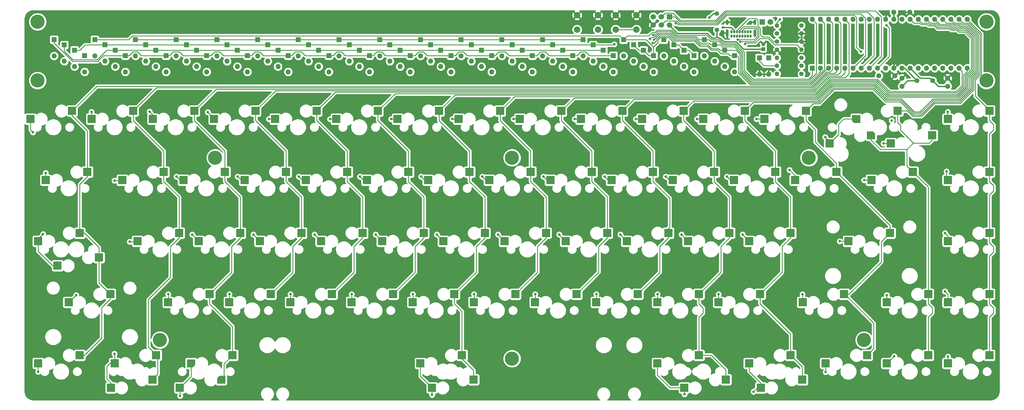
<source format=gbl>
G04 #@! TF.GenerationSoftware,KiCad,Pcbnew,(5.1.5)-3*
G04 #@! TF.CreationDate,2020-04-06T12:51:18+10:00*
G04 #@! TF.ProjectId,discipline-pcb,64697363-6970-46c6-996e-652d7063622e,rev?*
G04 #@! TF.SameCoordinates,Original*
G04 #@! TF.FileFunction,Copper,L2,Bot*
G04 #@! TF.FilePolarity,Positive*
%FSLAX46Y46*%
G04 Gerber Fmt 4.6, Leading zero omitted, Abs format (unit mm)*
G04 Created by KiCad (PCBNEW (5.1.5)-3) date 2020-04-06 12:51:18*
%MOMM*%
%LPD*%
G04 APERTURE LIST*
%ADD10C,1.600000*%
%ADD11R,1.200000X1.200000*%
%ADD12C,1.200000*%
%ADD13C,0.100000*%
%ADD14R,2.550000X2.500000*%
%ADD15C,0.700000*%
%ADD16C,4.400000*%
%ADD17R,1.600000X1.600000*%
%ADD18O,1.600000X1.600000*%
%ADD19R,1.700000X1.700000*%
%ADD20C,1.700000*%
%ADD21C,1.500000*%
%ADD22C,1.400000*%
%ADD23O,1.400000X1.400000*%
%ADD24C,1.800000*%
%ADD25R,1.800000X1.800000*%
%ADD26O,0.650000X1.000000*%
%ADD27O,0.900000X2.400000*%
%ADD28O,0.900000X1.700000*%
%ADD29C,2.000000*%
%ADD30C,0.800000*%
%ADD31C,0.400000*%
%ADD32C,0.250000*%
%ADD33C,0.254000*%
G04 APERTURE END LIST*
D10*
X327774262Y-57752690D03*
X327774262Y-60252690D03*
X313548388Y-57752690D03*
X313548388Y-60252690D03*
D11*
X270345826Y-48651516D03*
D12*
X270345826Y-47151516D03*
D10*
X315993680Y-37172828D03*
X310993680Y-37172828D03*
X311339212Y-56963066D03*
X306339212Y-56963066D03*
G04 #@! TA.AperFunction,SMDPad,CuDef*
D13*
G36*
X100260300Y-151255600D02*
G01*
X101035300Y-150505600D01*
X102810300Y-150505600D01*
X102810300Y-153005600D01*
X100260300Y-153005600D01*
X100260300Y-151255600D01*
G37*
G04 #@! TD.AperFunction*
D14*
X88608300Y-154295600D03*
X80105400Y-151755600D03*
X67178400Y-154295600D03*
X282498900Y-151755600D03*
X269571900Y-154295600D03*
X258687900Y-151755600D03*
X245760900Y-154295600D03*
X180111600Y-151755600D03*
X167184600Y-154295600D03*
X265947800Y-146675600D03*
X278874800Y-144135600D03*
X237374600Y-146675600D03*
X250301600Y-144135600D03*
X163560500Y-146675600D03*
X176487500Y-144135600D03*
X68316500Y-146675600D03*
X81243500Y-144135600D03*
X44505500Y-108578000D03*
X57432500Y-106038000D03*
D15*
X341005597Y-57301167D03*
X339838871Y-56817893D03*
X338672145Y-57301167D03*
X338188871Y-58467893D03*
X338672145Y-59634619D03*
X339838871Y-60117893D03*
X341005597Y-59634619D03*
X341488871Y-58467893D03*
D16*
X339838871Y-58467893D03*
D15*
X341005597Y-38979454D03*
X339838871Y-38496180D03*
X338672145Y-38979454D03*
X338188871Y-40146180D03*
X338672145Y-41312906D03*
X339838871Y-41796180D03*
X341005597Y-41312906D03*
X341488871Y-40146180D03*
D16*
X339838871Y-40146180D03*
D15*
X45490846Y-38979454D03*
X44324120Y-38496180D03*
X43157394Y-38979454D03*
X42674120Y-40146180D03*
X43157394Y-41312906D03*
X44324120Y-41796180D03*
X45490846Y-41312906D03*
X45974120Y-40146180D03*
D16*
X44324120Y-40146180D03*
D15*
X45490846Y-57301167D03*
X44324120Y-56817893D03*
X43157394Y-57301167D03*
X42674120Y-58467893D03*
X43157394Y-59634619D03*
X44324120Y-60117893D03*
X45490846Y-59634619D03*
X45974120Y-58467893D03*
D16*
X44324120Y-58467893D03*
D15*
X193250846Y-144041167D03*
X192084120Y-143557893D03*
X190917394Y-144041167D03*
X190434120Y-145207893D03*
X190917394Y-146374619D03*
X192084120Y-146857893D03*
X193250846Y-146374619D03*
X193734120Y-145207893D03*
D16*
X192084120Y-145207893D03*
D15*
X302890846Y-138231167D03*
X301724120Y-137747893D03*
X300557394Y-138231167D03*
X300074120Y-139397893D03*
X300557394Y-140564619D03*
X301724120Y-141047893D03*
X302890846Y-140564619D03*
X303374120Y-139397893D03*
D16*
X301724120Y-139397893D03*
D15*
X83600846Y-138231167D03*
X82434120Y-137747893D03*
X81267394Y-138231167D03*
X80784120Y-139397893D03*
X81267394Y-140564619D03*
X82434120Y-141047893D03*
X83600846Y-140564619D03*
X84084120Y-139397893D03*
D16*
X82434120Y-139397893D03*
D15*
X193252126Y-81381167D03*
X192085400Y-80897893D03*
X190918674Y-81381167D03*
X190435400Y-82547893D03*
X190918674Y-83714619D03*
X192085400Y-84197893D03*
X193252126Y-83714619D03*
X193735400Y-82547893D03*
D16*
X192085400Y-82547893D03*
D15*
X100790846Y-81381167D03*
X99624120Y-80897893D03*
X98457394Y-81381167D03*
X97974120Y-82547893D03*
X98457394Y-83714619D03*
X99624120Y-84197893D03*
X100790846Y-83714619D03*
X101274120Y-82547893D03*
D16*
X99624120Y-82547893D03*
D15*
X285705597Y-81381167D03*
X284538871Y-80897893D03*
X283372145Y-81381167D03*
X282888871Y-82547893D03*
X283372145Y-83714619D03*
X284538871Y-84197893D03*
X285705597Y-83714619D03*
X286188871Y-82547893D03*
D16*
X284538871Y-82547893D03*
D14*
X175466000Y-70480400D03*
X188393000Y-67940400D03*
X194514800Y-70480400D03*
X207441800Y-67940400D03*
X322977600Y-75560400D03*
X310050600Y-78100400D03*
G04 #@! TA.AperFunction,SMDPad,CuDef*
D13*
G36*
X300558200Y-71730400D02*
G01*
X298683200Y-71730400D01*
X298008200Y-71080400D01*
X298008200Y-69230400D01*
X300558200Y-69230400D01*
X300558200Y-71730400D01*
G37*
G04 #@! TD.AperFunction*
D14*
X312210200Y-67940400D03*
X80222000Y-70480400D03*
X93149000Y-67940400D03*
X308807600Y-127626800D03*
X321734600Y-125086800D03*
X282615500Y-127626800D03*
X295542500Y-125086800D03*
X208801400Y-108578000D03*
X221728400Y-106038000D03*
X84984200Y-127626800D03*
X97911200Y-125086800D03*
X42124400Y-70480400D03*
X55051400Y-67940400D03*
G04 #@! TA.AperFunction,SMDPad,CuDef*
D13*
G36*
X302653800Y-74310400D02*
G01*
X304528800Y-74310400D01*
X305203800Y-74960400D01*
X305203800Y-76810400D01*
X302653800Y-76810400D01*
X302653800Y-74310400D01*
G37*
G04 #@! TD.AperFunction*
D14*
X291001800Y-78100400D03*
X327856400Y-146675600D03*
X340783400Y-144135600D03*
X308807600Y-146675600D03*
X321734600Y-144135600D03*
X289758800Y-146675600D03*
X302685800Y-144135600D03*
G04 #@! TA.AperFunction,SMDPad,CuDef*
D13*
G36*
X93402500Y-147175600D02*
G01*
X92627500Y-147925600D01*
X90852500Y-147925600D01*
X90852500Y-145425600D01*
X93402500Y-145425600D01*
X93402500Y-147175600D01*
G37*
G04 #@! TD.AperFunction*
D14*
X105054500Y-144135600D03*
X44505500Y-146675600D03*
X57432500Y-144135600D03*
X327856400Y-127626800D03*
X340783400Y-125086800D03*
X256423400Y-127626800D03*
X269350400Y-125086800D03*
X237374600Y-127626800D03*
X250301600Y-125086800D03*
X218325800Y-127626800D03*
X231252800Y-125086800D03*
X199277000Y-127626800D03*
X212204000Y-125086800D03*
X180228200Y-127626800D03*
X193155200Y-125086800D03*
X161179400Y-127626800D03*
X174106400Y-125086800D03*
X142130600Y-127626800D03*
X155057600Y-125086800D03*
X123081800Y-127626800D03*
X136008800Y-125086800D03*
X104033000Y-127626800D03*
X116960000Y-125086800D03*
X54029900Y-127626800D03*
X66956900Y-125086800D03*
X327856400Y-108578000D03*
X340783400Y-106038000D03*
X296902100Y-108578000D03*
X309829100Y-106038000D03*
X265947800Y-108578000D03*
X278874800Y-106038000D03*
X246899000Y-108578000D03*
X259826000Y-106038000D03*
X227850200Y-108578000D03*
X240777200Y-106038000D03*
X189752600Y-108578000D03*
X202679600Y-106038000D03*
X170703800Y-108578000D03*
X183630800Y-106038000D03*
X151655000Y-108578000D03*
X164582000Y-106038000D03*
X132606200Y-108578000D03*
X145533200Y-106038000D03*
X113557400Y-108578000D03*
X126484400Y-106038000D03*
X94508600Y-108578000D03*
X107435600Y-106038000D03*
X75459800Y-108578000D03*
X88386800Y-106038000D03*
X63437700Y-113658000D03*
X50510700Y-116198000D03*
X327856400Y-89529200D03*
X340783400Y-86989200D03*
X304045400Y-89529200D03*
X316972400Y-86989200D03*
X280234400Y-89529200D03*
X293161400Y-86989200D03*
X261185600Y-89529200D03*
X274112600Y-86989200D03*
X242136800Y-89529200D03*
X255063800Y-86989200D03*
X223088000Y-89529200D03*
X236015000Y-86989200D03*
X204039200Y-89529200D03*
X216966200Y-86989200D03*
X184990400Y-89529200D03*
X197917400Y-86989200D03*
X165941600Y-89529200D03*
X178868600Y-86989200D03*
X146892800Y-89529200D03*
X159819800Y-86989200D03*
X127844000Y-89529200D03*
X140771000Y-86989200D03*
X108795200Y-89529200D03*
X121722200Y-86989200D03*
X89746400Y-89529200D03*
X102673400Y-86989200D03*
X70697600Y-89529200D03*
X83624600Y-86989200D03*
X46886600Y-89529200D03*
X59813600Y-86989200D03*
X327856400Y-70480400D03*
X340783400Y-67940400D03*
X270710000Y-70480400D03*
X283637000Y-67940400D03*
X251661200Y-70480400D03*
X264588200Y-67940400D03*
X232612400Y-70480400D03*
X245539400Y-67940400D03*
X213563600Y-70480400D03*
X226490600Y-67940400D03*
X156417200Y-70480400D03*
X169344200Y-67940400D03*
X137368400Y-70480400D03*
X150295400Y-67940400D03*
X118319600Y-70480400D03*
X131246600Y-67940400D03*
X99270800Y-70480400D03*
X112197800Y-67940400D03*
X61173200Y-70480400D03*
X74100200Y-67940400D03*
D17*
X285621580Y-54635832D03*
D18*
X333881580Y-39395832D03*
X288161580Y-54635832D03*
X331341580Y-39395832D03*
X290701580Y-54635832D03*
X328801580Y-39395832D03*
X293241580Y-54635832D03*
X326261580Y-39395832D03*
X295781580Y-54635832D03*
X323721580Y-39395832D03*
X298321580Y-54635832D03*
X321181580Y-39395832D03*
X300861580Y-54635832D03*
X318641580Y-39395832D03*
X303401580Y-54635832D03*
X316101580Y-39395832D03*
X305941580Y-54635832D03*
X313561580Y-39395832D03*
X308481580Y-54635832D03*
X311021580Y-39395832D03*
X311021580Y-54635832D03*
X308481580Y-39395832D03*
X313561580Y-54635832D03*
X305941580Y-39395832D03*
X316101580Y-54635832D03*
X303401580Y-39395832D03*
X318641580Y-54635832D03*
X300861580Y-39395832D03*
X321181580Y-54635832D03*
X298321580Y-39395832D03*
X323721580Y-54635832D03*
X295781580Y-39395832D03*
X326261580Y-54635832D03*
X293241580Y-39395832D03*
X328801580Y-54635832D03*
X290701580Y-39395832D03*
X331341580Y-54635832D03*
X288161580Y-39395832D03*
X333881580Y-54635832D03*
X285621580Y-39395832D03*
D19*
X241161980Y-38597520D03*
D20*
X241161980Y-41137520D03*
X238621980Y-38597520D03*
X238621980Y-41137520D03*
X236081980Y-38597520D03*
X236081980Y-41137520D03*
D21*
X323119794Y-58502890D03*
X318239794Y-58502890D03*
D22*
X282244466Y-53892167D03*
D23*
X274624466Y-53892167D03*
D22*
X282244466Y-51398702D03*
D23*
X274624466Y-51398702D03*
D22*
X282244466Y-56385632D03*
D23*
X274624466Y-56385632D03*
D22*
X274624466Y-48826861D03*
D23*
X282244466Y-48826861D03*
D22*
X274624466Y-46307149D03*
D23*
X282244466Y-46307149D03*
D22*
X274624466Y-43813684D03*
D23*
X282244466Y-43813684D03*
D22*
X282244466Y-41319854D03*
D23*
X274624466Y-41319854D03*
D24*
X272535866Y-40217480D03*
D25*
X269995866Y-40217480D03*
D26*
X264691618Y-44637672D03*
X266391618Y-44637672D03*
X265541618Y-44637672D03*
X263841618Y-44637672D03*
X262991618Y-44637672D03*
X262141618Y-44637672D03*
X261291618Y-44637672D03*
X260441618Y-44637672D03*
X266391618Y-43312672D03*
X265536618Y-43312672D03*
X264686618Y-43312672D03*
X263836618Y-43312672D03*
X262986618Y-43312672D03*
X262136618Y-43312672D03*
X261286618Y-43312672D03*
X260436618Y-43312672D03*
D27*
X267741618Y-43657672D03*
X259091618Y-43657672D03*
D28*
X267741618Y-40277672D03*
X259091618Y-40277672D03*
D22*
X255915764Y-37597488D03*
X255915764Y-42697488D03*
D29*
X230853882Y-38082724D03*
X230853882Y-42582724D03*
X224353882Y-38082724D03*
X224353882Y-42582724D03*
X218853882Y-38082724D03*
X218853882Y-42582724D03*
X212353882Y-38082724D03*
X212353882Y-42582724D03*
D18*
X49468434Y-50802262D03*
D17*
X49468434Y-45722262D03*
D18*
X58976823Y-55762849D03*
D17*
X58976823Y-50682849D03*
D18*
X71654675Y-55762849D03*
D17*
X71654675Y-50682849D03*
D18*
X74824138Y-50802262D03*
D17*
X74824138Y-45722262D03*
D18*
X87501990Y-50802262D03*
D17*
X87501990Y-45722262D03*
D18*
X100179842Y-50802262D03*
D17*
X100179842Y-45722262D03*
D18*
X112857694Y-50802262D03*
D17*
X112857694Y-45722262D03*
D18*
X125535546Y-50802262D03*
D17*
X125535546Y-45722262D03*
D18*
X138213398Y-50802262D03*
D17*
X138213398Y-45722262D03*
D18*
X150891250Y-50802262D03*
D17*
X150891250Y-45722262D03*
D18*
X163569102Y-50802262D03*
D17*
X163569102Y-45722262D03*
D18*
X176246954Y-50802262D03*
D17*
X176246954Y-45722262D03*
D18*
X188924806Y-50802262D03*
D17*
X188924806Y-45722262D03*
D18*
X201602658Y-50802262D03*
D17*
X201602658Y-45722262D03*
D18*
X214210526Y-50802262D03*
D17*
X214210526Y-45722262D03*
D18*
X261410079Y-55762849D03*
D17*
X261410079Y-50682849D03*
D18*
X52637897Y-52455791D03*
D17*
X52637897Y-47375791D03*
D18*
X68485212Y-54109320D03*
D17*
X68485212Y-49029320D03*
D18*
X77993601Y-52455791D03*
D17*
X77993601Y-47375791D03*
D18*
X90671453Y-52455791D03*
D17*
X90671453Y-47375791D03*
D18*
X103349305Y-52455791D03*
D17*
X103349305Y-47375791D03*
D18*
X116027157Y-52455791D03*
D17*
X116027157Y-47375791D03*
D18*
X128705009Y-52455791D03*
D17*
X128705009Y-47375791D03*
D18*
X141382861Y-52455791D03*
D17*
X141382861Y-47375791D03*
D18*
X154060713Y-52455791D03*
D17*
X154060713Y-47375791D03*
D18*
X166738565Y-52455791D03*
D17*
X166738565Y-47375791D03*
D18*
X179416417Y-52455791D03*
D17*
X179416417Y-47375791D03*
D18*
X192094269Y-52455791D03*
D17*
X192094269Y-47375791D03*
D18*
X204754625Y-52455791D03*
D17*
X204754625Y-47375791D03*
D18*
X217361299Y-52455791D03*
D17*
X217361299Y-47375791D03*
D18*
X258321355Y-54109320D03*
D17*
X258321355Y-49029320D03*
D18*
X55807360Y-54109320D03*
D17*
X55807360Y-49029320D03*
D18*
X65315749Y-52455791D03*
D17*
X65315749Y-47375791D03*
D18*
X81163064Y-54109320D03*
D17*
X81163064Y-49029320D03*
D18*
X93840916Y-54109320D03*
D17*
X93840916Y-49029320D03*
D18*
X106518768Y-54109320D03*
D17*
X106518768Y-49029320D03*
D18*
X119196620Y-54109320D03*
D17*
X119196620Y-49029320D03*
D18*
X131874472Y-54109320D03*
D17*
X131874472Y-49029320D03*
D18*
X144552324Y-54109320D03*
D17*
X144552324Y-49029320D03*
D18*
X157230176Y-54109320D03*
D17*
X157230176Y-49029320D03*
D18*
X169908028Y-54109320D03*
D17*
X169908028Y-49029320D03*
D18*
X182585880Y-54109320D03*
D17*
X182585880Y-49029320D03*
D18*
X195263732Y-54109320D03*
D17*
X195263732Y-49029320D03*
D18*
X220512072Y-54109320D03*
D17*
X220512072Y-49029320D03*
D18*
X255232631Y-52455791D03*
D17*
X255232631Y-47375791D03*
D18*
X84332527Y-55762849D03*
D17*
X84332527Y-50682849D03*
D18*
X97010379Y-55762849D03*
D17*
X97010379Y-50682849D03*
D18*
X109688231Y-55762849D03*
D17*
X109688231Y-50682849D03*
D18*
X122366083Y-55762849D03*
D17*
X122366083Y-50682849D03*
D18*
X135043935Y-55762849D03*
D17*
X135043935Y-50682849D03*
D18*
X147721787Y-55762849D03*
D17*
X147721787Y-50682849D03*
D18*
X160399639Y-55762849D03*
D17*
X160399639Y-50682849D03*
D18*
X173077491Y-55762849D03*
D17*
X173077491Y-50682849D03*
D18*
X185755343Y-55762849D03*
D17*
X185755343Y-50682849D03*
D18*
X198433195Y-55762849D03*
D17*
X198433195Y-50682849D03*
D18*
X207906592Y-54109320D03*
D17*
X207906592Y-49029320D03*
D18*
X223662845Y-55762849D03*
D17*
X223662845Y-50682849D03*
D18*
X251957756Y-50802262D03*
D17*
X251957756Y-45722262D03*
D18*
X245656208Y-54109320D03*
D17*
X245656208Y-49029320D03*
D18*
X62146286Y-50802262D03*
D17*
X62146286Y-45722262D03*
D18*
X242505434Y-52455791D03*
D17*
X242505434Y-47375791D03*
D18*
X239354661Y-50802262D03*
D17*
X239354661Y-45722262D03*
D18*
X236203888Y-55762849D03*
D17*
X236203888Y-50682849D03*
D18*
X211058559Y-55762849D03*
D17*
X211058559Y-50682849D03*
D18*
X229964391Y-52455791D03*
D17*
X229964391Y-47375791D03*
D18*
X226813618Y-50802262D03*
D17*
X226813618Y-45722262D03*
D18*
X248806982Y-55762849D03*
D17*
X248806982Y-50682849D03*
D18*
X233053115Y-54109320D03*
D17*
X233053115Y-49029320D03*
D18*
X272043132Y-56488846D03*
D17*
X272043132Y-51408846D03*
D18*
X269173460Y-56488846D03*
D17*
X269173460Y-51408846D03*
D30*
X310311258Y-70926470D03*
X113143794Y-156089236D03*
X284466712Y-56595608D03*
X262681702Y-40277672D03*
X235139850Y-48686512D03*
X220913976Y-43734578D03*
X302157190Y-56490620D03*
X248905636Y-42578575D03*
X248170734Y-38484121D03*
X272107542Y-43628435D03*
X303498356Y-49507651D03*
X302133538Y-51951056D03*
X303498356Y-44363337D03*
X305808048Y-49507651D03*
X308327712Y-49507651D03*
X300943695Y-44363337D03*
X298389036Y-44363337D03*
X295834377Y-44363337D03*
X293279718Y-44363337D03*
X290725059Y-44363337D03*
X288170400Y-44363337D03*
X274220000Y-38920000D03*
X319140000Y-71100000D03*
X46140000Y-74820000D03*
X124000000Y-155900000D03*
X225400000Y-156200000D03*
X216800000Y-156100000D03*
X234400000Y-156100000D03*
X118300000Y-157600000D03*
X50500000Y-106200000D03*
X289383650Y-67199396D03*
X257718058Y-41879790D03*
X253518538Y-38852636D03*
X235948616Y-46714379D03*
X42859800Y-74607800D03*
X61114900Y-68258200D03*
X79200000Y-68140000D03*
X97330000Y-68340000D03*
X116348400Y-70480000D03*
X135397200Y-70480000D03*
X154446000Y-70480000D03*
X173494800Y-70480000D03*
X192543600Y-70480000D03*
X211592400Y-70480000D03*
X230641200Y-70480000D03*
X249690000Y-70480000D03*
X268230000Y-70480000D03*
X289645020Y-76110000D03*
X327798100Y-68258200D03*
X236329308Y-45719444D03*
X46828300Y-87307000D03*
X68258200Y-89688100D03*
X87575790Y-88430000D03*
X106624590Y-88430000D03*
X125673390Y-88430000D03*
X144722190Y-88430000D03*
X163770990Y-88430000D03*
X182819790Y-88430000D03*
X201868590Y-88430000D03*
X220917390Y-88430000D03*
X239966190Y-88430000D03*
X259014990Y-88430000D03*
X278515000Y-86360260D03*
X301750000Y-89540000D03*
X327420000Y-86820000D03*
X46034600Y-106355800D03*
X223941130Y-47181684D03*
X235070937Y-45493735D03*
X73020400Y-108736900D03*
X92470800Y-106490000D03*
X111519600Y-106490000D03*
X130568400Y-106490000D03*
X149617200Y-106490000D03*
X168666000Y-106490000D03*
X187714800Y-106490000D03*
X206763600Y-106490000D03*
X225812400Y-106490000D03*
X244861200Y-106490000D03*
X263910000Y-106490000D03*
X294150000Y-108590000D03*
X326960000Y-106050000D03*
X236067244Y-44259518D03*
X56352700Y-125404600D03*
X85000800Y-125090000D03*
X104049600Y-125090000D03*
X123098400Y-125090000D03*
X142147200Y-125090000D03*
X161196000Y-125090000D03*
X180244800Y-125090000D03*
X199293600Y-125090000D03*
X218342400Y-125090000D03*
X237391200Y-125090000D03*
X256440000Y-125090000D03*
X282570000Y-125110000D03*
X308810000Y-125390000D03*
X326930000Y-124230000D03*
X44500000Y-149260000D03*
X68258200Y-143659700D03*
X88700000Y-156800000D03*
X167200000Y-156500000D03*
X245800000Y-156300000D03*
X267300000Y-155500000D03*
X289760000Y-149350000D03*
X311130400Y-144453400D03*
X327860000Y-144560000D03*
X264693766Y-47044355D03*
X307800000Y-78110000D03*
X308753936Y-41249862D03*
X275519587Y-39417480D03*
X262402986Y-45719966D03*
X263135101Y-46444976D03*
X300739852Y-49438926D03*
X243117437Y-40597810D03*
D31*
X311821579Y-53835833D02*
X311021580Y-54635832D01*
X312361579Y-53295833D02*
X311821579Y-53835833D01*
X312361579Y-38304929D02*
X312361579Y-53295833D01*
X315993680Y-37172828D02*
X313493680Y-37172828D01*
X313493680Y-37172828D02*
X312361579Y-38304929D01*
X282944465Y-47007148D02*
X282244466Y-46307149D01*
X283344467Y-47407150D02*
X282944465Y-47007148D01*
X283344467Y-49354862D02*
X283344467Y-47407150D01*
X282772467Y-49926862D02*
X283344467Y-49354862D01*
X275724467Y-49926862D02*
X282772467Y-49926862D01*
X274624466Y-48826861D02*
X275724467Y-49926862D01*
X282244466Y-46307149D02*
X282244466Y-43813684D01*
X303445863Y-49507651D02*
X303445863Y-50638731D01*
X303445863Y-50638731D02*
X302133538Y-51951056D01*
X261286618Y-43312672D02*
X261286618Y-42853053D01*
X261286618Y-42853053D02*
X260313355Y-41879790D01*
X254773686Y-37597488D02*
X253518538Y-38852636D01*
X255915764Y-37597488D02*
X254773686Y-37597488D01*
X260313355Y-41879790D02*
X257718058Y-41879790D01*
D32*
X262175825Y-50682849D02*
X262594212Y-51101236D01*
X261410079Y-50682849D02*
X262175825Y-50682849D01*
X262594212Y-51101236D02*
X262594212Y-56070668D01*
X262594212Y-56070668D02*
X266338784Y-59815240D01*
X285289118Y-59815240D02*
X284641692Y-59815240D01*
X290468526Y-54635832D02*
X285289118Y-59815240D01*
X266338784Y-59815240D02*
X284641692Y-59815240D01*
X236409313Y-46714379D02*
X235948616Y-46714379D01*
X237054716Y-46068976D02*
X236409313Y-46714379D01*
X237054716Y-45630446D02*
X237054716Y-46068976D01*
X238093182Y-44591980D02*
X237054716Y-45630446D01*
X241100185Y-44591980D02*
X238093182Y-44591980D01*
X242670068Y-46161863D02*
X241100185Y-44591980D01*
X248939533Y-46161863D02*
X242670068Y-46161863D01*
X261410079Y-50682849D02*
X260006073Y-50682849D01*
X260006073Y-50682849D02*
X259479568Y-50156344D01*
X259479568Y-50156344D02*
X257263377Y-50156344D01*
X257263377Y-50156344D02*
X256598453Y-49491420D01*
X256598453Y-49491420D02*
X256592398Y-49491420D01*
X256592398Y-49491420D02*
X256084956Y-48983978D01*
X256084956Y-48983978D02*
X254125180Y-48983978D01*
X253006610Y-47865408D02*
X250643078Y-47865408D01*
X254125180Y-48983978D02*
X253006610Y-47865408D01*
X250643078Y-47865408D02*
X248939533Y-46161863D01*
X211058559Y-50682849D02*
X203682849Y-50682849D01*
X203682849Y-50682849D02*
X202500000Y-49500000D01*
X202500000Y-49500000D02*
X201000000Y-49500000D01*
X199817151Y-50682849D02*
X198433195Y-50682849D01*
X201000000Y-49500000D02*
X199817151Y-50682849D01*
X215000000Y-49500000D02*
X216182849Y-50682849D01*
X213500000Y-49500000D02*
X215000000Y-49500000D01*
X211058559Y-50682849D02*
X212317151Y-50682849D01*
X216182849Y-50682849D02*
X223662845Y-50682849D01*
X212317151Y-50682849D02*
X213500000Y-49500000D01*
X186817151Y-50682849D02*
X185755343Y-50682849D01*
X190000000Y-49500000D02*
X188000000Y-49500000D01*
X198433195Y-50682849D02*
X191182849Y-50682849D01*
X188000000Y-49500000D02*
X186817151Y-50682849D01*
X191182849Y-50682849D02*
X190000000Y-49500000D01*
X175500000Y-49500000D02*
X174317151Y-50682849D01*
X185755343Y-50682849D02*
X178182849Y-50682849D01*
X174317151Y-50682849D02*
X173077491Y-50682849D01*
X177000000Y-49500000D02*
X175500000Y-49500000D01*
X178182849Y-50682849D02*
X177000000Y-49500000D01*
X165682849Y-50682849D02*
X164500000Y-49500000D01*
X173077491Y-50682849D02*
X165682849Y-50682849D01*
X164500000Y-49500000D02*
X163000000Y-49500000D01*
X161817151Y-50682849D02*
X163000000Y-49500000D01*
X160399639Y-50682849D02*
X161817151Y-50682849D01*
X151500000Y-49500000D02*
X152682849Y-50682849D01*
X147721787Y-50682849D02*
X148771787Y-50682849D01*
X152682849Y-50682849D02*
X160399639Y-50682849D01*
X149954636Y-49500000D02*
X151500000Y-49500000D01*
X148771787Y-50682849D02*
X149954636Y-49500000D01*
X137500000Y-49500000D02*
X136317151Y-50682849D01*
X139000000Y-49500000D02*
X137500000Y-49500000D01*
X136317151Y-50682849D02*
X135043935Y-50682849D01*
X140182849Y-50682849D02*
X139000000Y-49500000D01*
X147721787Y-50682849D02*
X140182849Y-50682849D01*
X127682849Y-50682849D02*
X135043935Y-50682849D01*
X126500000Y-49500000D02*
X127682849Y-50682849D01*
X123416083Y-50682849D02*
X124598932Y-49500000D01*
X124598932Y-49500000D02*
X126500000Y-49500000D01*
X122366083Y-50682849D02*
X123416083Y-50682849D01*
X122366083Y-50682849D02*
X114682849Y-50682849D01*
X114682849Y-50682849D02*
X113500000Y-49500000D01*
X113500000Y-49500000D02*
X112000000Y-49500000D01*
X110817151Y-50682849D02*
X109688231Y-50682849D01*
X112000000Y-49500000D02*
X110817151Y-50682849D01*
X98317151Y-50682849D02*
X97010379Y-50682849D01*
X99500000Y-49500000D02*
X98317151Y-50682849D01*
X101000000Y-49500000D02*
X99500000Y-49500000D01*
X109688231Y-50682849D02*
X102182849Y-50682849D01*
X102182849Y-50682849D02*
X101000000Y-49500000D01*
X86565376Y-49500000D02*
X88500000Y-49500000D01*
X88500000Y-49500000D02*
X89682849Y-50682849D01*
X85382527Y-50682849D02*
X86565376Y-49500000D01*
X89682849Y-50682849D02*
X97010379Y-50682849D01*
X84332527Y-50682849D02*
X85382527Y-50682849D01*
X84332527Y-50682849D02*
X76682849Y-50682849D01*
X76682849Y-50682849D02*
X75500000Y-49500000D01*
X75500000Y-49500000D02*
X74000000Y-49500000D01*
X72817151Y-50682849D02*
X71654675Y-50682849D01*
X74000000Y-49500000D02*
X72817151Y-50682849D01*
X64817151Y-50682849D02*
X71654675Y-50682849D01*
X55196172Y-52500000D02*
X63000000Y-52500000D01*
X63000000Y-52500000D02*
X64817151Y-50682849D01*
X49468434Y-45722262D02*
X49468434Y-46772262D01*
X49468434Y-46772262D02*
X55196172Y-52500000D01*
X42124400Y-73872400D02*
X42124400Y-70480400D01*
X42859800Y-74607800D02*
X42124400Y-73872400D01*
X61114900Y-70422100D02*
X61173200Y-70480400D01*
X61114900Y-68258200D02*
X61114900Y-70422100D01*
X80222000Y-69162000D02*
X80222000Y-70480400D01*
X79200000Y-68140000D02*
X80222000Y-69162000D01*
X99270800Y-70280800D02*
X99270800Y-70480400D01*
X97330000Y-68340000D02*
X99270800Y-70280800D01*
X118319600Y-70480400D02*
X116348800Y-70480400D01*
X137368400Y-70480400D02*
X135397600Y-70480400D01*
X156417200Y-70480400D02*
X154446400Y-70480400D01*
X175466000Y-70480400D02*
X173495200Y-70480400D01*
X194514800Y-70480400D02*
X192544000Y-70480400D01*
X213563600Y-70480400D02*
X211592800Y-70480400D01*
X232612400Y-70480400D02*
X230641600Y-70480400D01*
X251661200Y-70480400D02*
X249690400Y-70480400D01*
X249690400Y-70480400D02*
X249690000Y-70480000D01*
X270709600Y-70480000D02*
X270710000Y-70480400D01*
X268230000Y-70480000D02*
X270709600Y-70480000D01*
X291001800Y-77466780D02*
X291001800Y-78100400D01*
X289645020Y-76110000D02*
X291001800Y-77466780D01*
X299283200Y-70480400D02*
X295389600Y-70480400D01*
X295389600Y-70480400D02*
X293860000Y-72010000D01*
X293860000Y-75267200D02*
X291026800Y-78100400D01*
X291026800Y-78100400D02*
X291001800Y-78100400D01*
X293860000Y-72010000D02*
X293860000Y-75267200D01*
X327798100Y-70422100D02*
X327856400Y-70480400D01*
X327798100Y-68258200D02*
X327798100Y-70422100D01*
X52723000Y-46814447D02*
X52723000Y-46971926D01*
X236729307Y-45319445D02*
X236329308Y-45719444D01*
X241281648Y-44137032D02*
X237911720Y-44137032D01*
X249125933Y-45711852D02*
X242856468Y-45711852D01*
X258321355Y-49029320D02*
X256882712Y-49029320D01*
X256882712Y-49029320D02*
X256382422Y-48529030D01*
X242856468Y-45711852D02*
X241281648Y-44137032D01*
X256382422Y-48529030D02*
X254317658Y-48529030D01*
X254317658Y-48529030D02*
X253127794Y-47339166D01*
X237911720Y-44137032D02*
X236729307Y-45319445D01*
X253127794Y-47339166D02*
X250753247Y-47339166D01*
X250753247Y-47339166D02*
X249125933Y-45711852D01*
X289453642Y-40687894D02*
X288161580Y-39395832D01*
X261883731Y-49029320D02*
X263049160Y-50194749D01*
X258321355Y-49029320D02*
X261883731Y-49029320D01*
X289453642Y-55003290D02*
X289453642Y-40687894D01*
X263049160Y-55878190D02*
X266531262Y-59360292D01*
X263049160Y-50194749D02*
X263049160Y-55878190D01*
X266531262Y-59360292D02*
X285096640Y-59360292D01*
X285096640Y-59360292D02*
X289453642Y-55003290D01*
X68485212Y-49029320D02*
X81163064Y-49029320D01*
X81163064Y-49029320D02*
X93840916Y-49029320D01*
X210527086Y-49029320D02*
X207906592Y-49029320D01*
X220512072Y-49029320D02*
X210527086Y-49029320D01*
X195263732Y-49029320D02*
X207906592Y-49029320D01*
X194213732Y-49029320D02*
X182585880Y-49029320D01*
X195263732Y-49029320D02*
X194213732Y-49029320D01*
X93840916Y-49029320D02*
X106518768Y-49029320D01*
X106518768Y-49029320D02*
X119196620Y-49029320D01*
X119196620Y-49029320D02*
X131874472Y-49029320D01*
X131874472Y-49029320D02*
X144552324Y-49029320D01*
X144552324Y-49029320D02*
X157230176Y-49029320D01*
X157230176Y-49029320D02*
X169908028Y-49029320D01*
X170958028Y-49029320D02*
X182585880Y-49029320D01*
X169908028Y-49029320D02*
X170958028Y-49029320D01*
X65834270Y-49029320D02*
X62863590Y-52000000D01*
X68485212Y-49029320D02*
X65834270Y-49029320D01*
X62863590Y-52000000D02*
X55332582Y-52000000D01*
X52637897Y-49305315D02*
X52637897Y-47375791D01*
X55332582Y-52000000D02*
X52637897Y-49305315D01*
X46828300Y-89470900D02*
X46886600Y-89529200D01*
X46828300Y-87307000D02*
X46828300Y-89470900D01*
X70538700Y-89688100D02*
X70697600Y-89529200D01*
X68258200Y-89688100D02*
X70538700Y-89688100D01*
X87575790Y-88430000D02*
X88674990Y-89529200D01*
X88674990Y-89529200D02*
X89746400Y-89529200D01*
X106624590Y-88430000D02*
X107723790Y-89529200D01*
X107723790Y-89529200D02*
X108795200Y-89529200D01*
X125673390Y-88430000D02*
X126772590Y-89529200D01*
X126772590Y-89529200D02*
X127844000Y-89529200D01*
X144722190Y-88430000D02*
X145821390Y-89529200D01*
X145821390Y-89529200D02*
X146892800Y-89529200D01*
X163770990Y-88430000D02*
X164870190Y-89529200D01*
X164870190Y-89529200D02*
X165941600Y-89529200D01*
X182819790Y-88430000D02*
X183918990Y-89529200D01*
X183918990Y-89529200D02*
X184990400Y-89529200D01*
X201868590Y-88430000D02*
X202967790Y-89529200D01*
X202967790Y-89529200D02*
X204039200Y-89529200D01*
X220917390Y-88430000D02*
X222016590Y-89529200D01*
X222016590Y-89529200D02*
X223088000Y-89529200D01*
X239966190Y-88430000D02*
X241065390Y-89529200D01*
X241065390Y-89529200D02*
X242136800Y-89529200D01*
X260114190Y-89529200D02*
X261185600Y-89529200D01*
X259014990Y-88430000D02*
X260114190Y-89529200D01*
X280234400Y-88079660D02*
X280234400Y-89529200D01*
X278515000Y-86360260D02*
X280234400Y-88079660D01*
X304034600Y-89540000D02*
X304045400Y-89529200D01*
X301750000Y-89540000D02*
X304034600Y-89540000D01*
X327420000Y-89092800D02*
X327856400Y-89529200D01*
X327420000Y-86820000D02*
X327420000Y-89092800D01*
X44505500Y-107884900D02*
X44505500Y-108578000D01*
X46034600Y-106355800D02*
X44505500Y-107884900D01*
X48985700Y-116198000D02*
X50510700Y-116198000D01*
X44505500Y-111717800D02*
X48985700Y-116198000D01*
X44505500Y-108578000D02*
X44505500Y-111717800D01*
X255839984Y-47024419D02*
X254947586Y-47024419D01*
X254947586Y-47024419D02*
X255384819Y-47024419D01*
X281369566Y-58905344D02*
X281544546Y-58905344D01*
X283696800Y-58905344D02*
X284904162Y-58905344D01*
X281369566Y-58905344D02*
X283696800Y-58905344D01*
X283696800Y-58905344D02*
X284011764Y-58905344D01*
X288161580Y-55647926D02*
X288161580Y-55633218D01*
X284904162Y-58905344D02*
X288161580Y-55647926D01*
X288161580Y-54635832D02*
X288161580Y-55633218D01*
X235575924Y-44988748D02*
X235470936Y-45093736D01*
X235470936Y-45093736D02*
X235070937Y-45493735D01*
X236405392Y-44988748D02*
X235575924Y-44988748D01*
X237712056Y-43682084D02*
X236405392Y-44988748D01*
X241474126Y-43682084D02*
X237712056Y-43682084D01*
X243048946Y-45256904D02*
X241474126Y-43682084D01*
X253985196Y-47375791D02*
X253985196Y-47374162D01*
X255232631Y-47375791D02*
X253985196Y-47375791D01*
X253985196Y-47374162D02*
X253477754Y-46866720D01*
X253477754Y-46866720D02*
X250917212Y-46866720D01*
X250917212Y-46866720D02*
X249307396Y-45256904D01*
X249307396Y-45256904D02*
X243048946Y-45256904D01*
X257519792Y-47899102D02*
X261389924Y-47899102D01*
X263504108Y-55685712D02*
X266723740Y-58905344D01*
X263504108Y-50013286D02*
X263504108Y-55685712D01*
X266723740Y-58905344D02*
X281369566Y-58905344D01*
X261389924Y-47899102D02*
X263504108Y-50013286D01*
X256996481Y-47375791D02*
X257519792Y-47899102D01*
X255232631Y-47375791D02*
X256996481Y-47375791D01*
X65315749Y-47375791D02*
X77993601Y-47375791D01*
X77993601Y-47375791D02*
X90671453Y-47375791D01*
X223747023Y-47375791D02*
X223941130Y-47181684D01*
X217361299Y-47375791D02*
X223747023Y-47375791D01*
X217361299Y-47375791D02*
X204754625Y-47375791D01*
X203704625Y-47375791D02*
X192094269Y-47375791D01*
X204754625Y-47375791D02*
X203704625Y-47375791D01*
X192094269Y-47375791D02*
X179416417Y-47375791D01*
X169376555Y-47375791D02*
X166738565Y-47375791D01*
X179416417Y-47375791D02*
X169376555Y-47375791D01*
X166738565Y-47375791D02*
X154060713Y-47375791D01*
X154060713Y-47375791D02*
X141382861Y-47375791D01*
X141382861Y-47375791D02*
X128705009Y-47375791D01*
X128705009Y-47375791D02*
X116027157Y-47375791D01*
X116027157Y-47375791D02*
X103349305Y-47375791D01*
X102299305Y-47375791D02*
X90671453Y-47375791D01*
X103349305Y-47375791D02*
X102299305Y-47375791D01*
X55807360Y-49029320D02*
X57470680Y-49029320D01*
X59124209Y-47375791D02*
X65315749Y-47375791D01*
X57470680Y-49029320D02*
X59124209Y-47375791D01*
X75300900Y-108736900D02*
X75459800Y-108578000D01*
X73020400Y-108736900D02*
X75300900Y-108736900D01*
X94508600Y-108527800D02*
X94508600Y-108578000D01*
X92470800Y-106490000D02*
X94508600Y-108527800D01*
X113557400Y-108527800D02*
X113557400Y-108578000D01*
X111519600Y-106490000D02*
X113557400Y-108527800D01*
X132606200Y-108527800D02*
X132606200Y-108578000D01*
X130568400Y-106490000D02*
X132606200Y-108527800D01*
X151655000Y-108527800D02*
X151655000Y-108578000D01*
X149617200Y-106490000D02*
X151655000Y-108527800D01*
X170703800Y-108527800D02*
X170703800Y-108578000D01*
X168666000Y-106490000D02*
X170703800Y-108527800D01*
X189752600Y-108527800D02*
X189752600Y-108578000D01*
X187714800Y-106490000D02*
X189752600Y-108527800D01*
X208801400Y-108527800D02*
X208801400Y-108578000D01*
X206763600Y-106490000D02*
X208801400Y-108527800D01*
X227850200Y-108527800D02*
X227850200Y-108578000D01*
X225812400Y-106490000D02*
X227850200Y-108527800D01*
X246899000Y-108527800D02*
X246899000Y-108578000D01*
X244861200Y-106490000D02*
X246899000Y-108527800D01*
X265947800Y-108527800D02*
X265947800Y-108578000D01*
X263910000Y-106490000D02*
X265947800Y-108527800D01*
X296890100Y-108590000D02*
X296902100Y-108578000D01*
X294150000Y-108590000D02*
X296890100Y-108590000D01*
X327856400Y-106946400D02*
X326960000Y-106050000D01*
X327856400Y-108578000D02*
X327856400Y-106946400D01*
X74824138Y-45722262D02*
X87501990Y-45722262D01*
X88551990Y-45722262D02*
X100179842Y-45722262D01*
X87501990Y-45722262D02*
X88551990Y-45722262D01*
X101229842Y-45722262D02*
X112857694Y-45722262D01*
X100179842Y-45722262D02*
X101229842Y-45722262D01*
X113907694Y-45722262D02*
X125535546Y-45722262D01*
X112857694Y-45722262D02*
X113907694Y-45722262D01*
X126585546Y-45722262D02*
X138213398Y-45722262D01*
X125535546Y-45722262D02*
X126585546Y-45722262D01*
X139263398Y-45722262D02*
X150891250Y-45722262D01*
X138213398Y-45722262D02*
X139263398Y-45722262D01*
X151941250Y-45722262D02*
X163569102Y-45722262D01*
X150891250Y-45722262D02*
X151941250Y-45722262D01*
X164619102Y-45722262D02*
X176246954Y-45722262D01*
X163569102Y-45722262D02*
X164619102Y-45722262D01*
X177296954Y-45722262D02*
X188924806Y-45722262D01*
X176246954Y-45722262D02*
X177296954Y-45722262D01*
X189974806Y-45722262D02*
X201602658Y-45722262D01*
X188924806Y-45722262D02*
X189974806Y-45722262D01*
X202652658Y-45722262D02*
X214210526Y-45722262D01*
X201602658Y-45722262D02*
X202652658Y-45722262D01*
X281107096Y-58450396D02*
X281352068Y-58450396D01*
X250426014Y-45722262D02*
X251957756Y-45722262D01*
X236487196Y-44259518D02*
X237519578Y-43227136D01*
X237519578Y-43227136D02*
X241666604Y-43227136D01*
X241666604Y-43227136D02*
X243241424Y-44801956D01*
X243241424Y-44801956D02*
X249505708Y-44801956D01*
X236067244Y-44259518D02*
X236487196Y-44259518D01*
X249505708Y-44801956D02*
X250426014Y-45722262D01*
X263959056Y-49831823D02*
X263959056Y-55493234D01*
X266916218Y-58450396D02*
X281107096Y-58450396D01*
X263959056Y-55493234D02*
X266916218Y-58450396D01*
X261571387Y-47444154D02*
X263959056Y-49831823D01*
X257712270Y-47444154D02*
X261571387Y-47444154D01*
X256487410Y-46219294D02*
X257712270Y-47444154D01*
X253967698Y-46219294D02*
X256487410Y-46219294D01*
X253470666Y-45722262D02*
X253967698Y-46219294D01*
X251957756Y-45722262D02*
X253470666Y-45722262D01*
X286916432Y-40690684D02*
X285621580Y-39395832D01*
X286916432Y-56245648D02*
X286916432Y-40690684D01*
X284711684Y-58450396D02*
X286916432Y-56245648D01*
X281107096Y-58450396D02*
X284711684Y-58450396D01*
X54130500Y-127626800D02*
X54029900Y-127626800D01*
X56352700Y-125404600D02*
X54130500Y-127626800D01*
X85000800Y-125090000D02*
X85000800Y-127610200D01*
X104049600Y-125090000D02*
X104049600Y-127610200D01*
X123098400Y-125090000D02*
X123098400Y-127610200D01*
X142147200Y-125090000D02*
X142147200Y-127610200D01*
X161196000Y-125090000D02*
X161196000Y-127610200D01*
X180244800Y-125090000D02*
X180244800Y-127610200D01*
X199293600Y-125090000D02*
X199293600Y-127610200D01*
X218342400Y-125090000D02*
X218342400Y-127610200D01*
X237391200Y-125090000D02*
X237391200Y-127610200D01*
X256440000Y-127610200D02*
X256423400Y-127626800D01*
X256440000Y-125090000D02*
X256440000Y-127610200D01*
X282570000Y-127581300D02*
X282615500Y-127626800D01*
X282570000Y-125110000D02*
X282570000Y-127581300D01*
X308810000Y-127624400D02*
X308807600Y-127626800D01*
X308810000Y-125390000D02*
X308810000Y-127624400D01*
X327856400Y-125156400D02*
X327856400Y-127626800D01*
X326930000Y-124230000D02*
X327856400Y-125156400D01*
X44505500Y-146675600D02*
X44505500Y-149254500D01*
X44505500Y-149254500D02*
X44500000Y-149260000D01*
X235153888Y-50682849D02*
X236203888Y-50682849D01*
X254352654Y-45764346D02*
X254772606Y-45764346D01*
X226813618Y-45722262D02*
X226817890Y-45722262D01*
X72713004Y-45722262D02*
X73860784Y-44574482D01*
X62146286Y-45722262D02*
X72713004Y-45722262D01*
X226813618Y-45722262D02*
X226803714Y-45722262D01*
X225655934Y-44574482D02*
X225393464Y-44574482D01*
X226803714Y-45722262D02*
X225655934Y-44574482D01*
X73860784Y-44574482D02*
X225393464Y-44574482D01*
X233053115Y-49029320D02*
X233053115Y-49031999D01*
X234703965Y-50682849D02*
X235153888Y-50682849D01*
X233053115Y-49031999D02*
X234703965Y-50682849D01*
X232003115Y-49029320D02*
X233053115Y-49029320D01*
X231615600Y-49029320D02*
X232003115Y-49029320D01*
X229964391Y-47378111D02*
X231615600Y-49029320D01*
X229964391Y-47375791D02*
X229964391Y-47378111D01*
X226813618Y-45691538D02*
X226813618Y-45722262D01*
X227930674Y-44574482D02*
X226813618Y-45691538D01*
X234654334Y-44574482D02*
X227930674Y-44574482D01*
X235704214Y-43524602D02*
X234654334Y-44574482D01*
X254772606Y-45764346D02*
X254184842Y-45764346D01*
X254184842Y-45764346D02*
X252767504Y-44347008D01*
X236574686Y-43524602D02*
X235704214Y-43524602D01*
X252767504Y-44347008D02*
X243433902Y-44347008D01*
X243433902Y-44347008D02*
X241859082Y-42772188D01*
X241859082Y-42772188D02*
X237327100Y-42772188D01*
X237327100Y-42772188D02*
X236574686Y-43524602D01*
X284519206Y-57995448D02*
X267108696Y-57995448D01*
X256679888Y-45764346D02*
X254772606Y-45764346D01*
X257904748Y-46989206D02*
X256679888Y-45764346D01*
X261752850Y-46989206D02*
X257904748Y-46989206D01*
X264414004Y-49650360D02*
X261752850Y-46989206D01*
X264414004Y-55300756D02*
X264414004Y-49650360D01*
X267108696Y-57995448D02*
X264414004Y-55300756D01*
X285621580Y-56893074D02*
X284519206Y-57995448D01*
X285621580Y-54635832D02*
X285621580Y-56893074D01*
X236203888Y-50682849D02*
X236203888Y-48562777D01*
X229360862Y-45722262D02*
X226813618Y-45722262D01*
X233887064Y-45722262D02*
X229360862Y-45722262D01*
X236203888Y-48039086D02*
X233887064Y-45722262D01*
X236203888Y-48562777D02*
X236203888Y-48039086D01*
X240034933Y-45041990D02*
X239354661Y-45722262D01*
X240870451Y-45041990D02*
X240034933Y-45041990D01*
X242505434Y-47375791D02*
X242505434Y-46676973D01*
X242505434Y-46676973D02*
X240870451Y-45041990D01*
X238674389Y-45041990D02*
X239354661Y-45722262D01*
X238279582Y-45041990D02*
X238674389Y-45041990D01*
X237504726Y-45816846D02*
X238279582Y-45041990D01*
X237504726Y-46682958D02*
X237504726Y-45816846D01*
X236203888Y-48562777D02*
X236203888Y-47983796D01*
X236203888Y-47983796D02*
X237504726Y-46682958D01*
X245656208Y-49029320D02*
X245645176Y-49029320D01*
X243991647Y-47375791D02*
X242505434Y-47375791D01*
X245645176Y-49029320D02*
X243991647Y-47375791D01*
X248806982Y-50682849D02*
X248806982Y-50616336D01*
X247219966Y-49029320D02*
X245656208Y-49029320D01*
X248806982Y-50616336D02*
X247219966Y-49029320D01*
X68316500Y-146675600D02*
X68316500Y-143718000D01*
X68316500Y-143718000D02*
X68258200Y-143659700D01*
X67178400Y-152795600D02*
X65877100Y-151494300D01*
X67178400Y-154295600D02*
X67178400Y-152795600D01*
X66791500Y-146675600D02*
X68316500Y-146675600D01*
X65877100Y-147590000D02*
X66791500Y-146675600D01*
X65877100Y-151494300D02*
X65877100Y-147590000D01*
X88633300Y-154295600D02*
X88608300Y-154295600D01*
X92127500Y-150801400D02*
X88633300Y-154295600D01*
X92127500Y-146675600D02*
X92127500Y-150801400D01*
X88700000Y-154387300D02*
X88608300Y-154295600D01*
X88700000Y-156800000D02*
X88700000Y-154387300D01*
X167200000Y-154311000D02*
X167184600Y-154295600D01*
X167200000Y-156500000D02*
X167200000Y-154311000D01*
X167184600Y-154284600D02*
X167184600Y-154295600D01*
X163560500Y-146675600D02*
X163560500Y-150660500D01*
X163560500Y-150660500D02*
X167184600Y-154284600D01*
X245800000Y-154334700D02*
X245760900Y-154295600D01*
X245800000Y-156300000D02*
X245800000Y-154334700D01*
X237374600Y-146675600D02*
X237374600Y-150374600D01*
X241295600Y-154295600D02*
X245760900Y-154295600D01*
X237374600Y-150374600D02*
X241295600Y-154295600D01*
X268504400Y-154295600D02*
X269571900Y-154295600D01*
X267300000Y-155500000D02*
X268504400Y-154295600D01*
X265947800Y-148175600D02*
X265947800Y-146675600D01*
X265947800Y-149171500D02*
X265947800Y-148175600D01*
X269571900Y-152795600D02*
X265947800Y-149171500D01*
X269571900Y-154295600D02*
X269571900Y-152795600D01*
X289760000Y-146676800D02*
X289758800Y-146675600D01*
X289760000Y-149350000D02*
X289760000Y-146676800D01*
X308807600Y-146675600D02*
X308908200Y-146675600D01*
X308908200Y-146675600D02*
X311130400Y-144453400D01*
X327860000Y-146672000D02*
X327856400Y-146675600D01*
X327860000Y-144560000D02*
X327860000Y-146672000D01*
X59813600Y-85489200D02*
X59813600Y-86989200D01*
X59813600Y-74202600D02*
X59813600Y-85489200D01*
X55051400Y-69440400D02*
X59813600Y-74202600D01*
X55051400Y-67940400D02*
X55051400Y-69440400D01*
X57432500Y-104538000D02*
X57432500Y-106038000D01*
X57432500Y-90870300D02*
X57432500Y-104538000D01*
X59813600Y-88489200D02*
X57432500Y-90870300D01*
X59813600Y-86989200D02*
X59813600Y-88489200D01*
X63437700Y-110518200D02*
X63437700Y-112158000D01*
X63437700Y-112158000D02*
X63437700Y-113658000D01*
X58957500Y-106038000D02*
X63437700Y-110518200D01*
X57432500Y-106038000D02*
X58957500Y-106038000D01*
X66931900Y-125086800D02*
X66956900Y-125086800D01*
X63437700Y-121592600D02*
X66931900Y-125086800D01*
X63437700Y-113658000D02*
X63437700Y-121592600D01*
X66956900Y-126586800D02*
X64289700Y-129254000D01*
X66956900Y-125086800D02*
X66956900Y-126586800D01*
X58957500Y-144135600D02*
X57432500Y-144135600D01*
X64289700Y-138803400D02*
X58957500Y-144135600D01*
X64289700Y-129254000D02*
X64289700Y-138803400D01*
X291973354Y-40667606D02*
X290701580Y-39395832D01*
X55051400Y-67940400D02*
X55083100Y-67940400D01*
X291180815Y-55760833D02*
X291973354Y-54968294D01*
X285481596Y-60270188D02*
X289990951Y-55760833D01*
X291973354Y-54968294D02*
X291973354Y-40667606D01*
X55083100Y-67940400D02*
X62753312Y-60270188D01*
X62753312Y-60270188D02*
X285481596Y-60270188D01*
X289990951Y-55760833D02*
X291180815Y-55760833D01*
X282051988Y-60725136D02*
X282314458Y-60725136D01*
X293262221Y-54656473D02*
X293241580Y-54635832D01*
X293262221Y-55596839D02*
X293262221Y-54656473D01*
X292648216Y-56210844D02*
X293262221Y-55596839D01*
X290177350Y-56210844D02*
X292648216Y-56210844D01*
X282051988Y-60725136D02*
X285663058Y-60725136D01*
X285663058Y-60725136D02*
X290177350Y-56210844D01*
X83624600Y-86989200D02*
X83624600Y-80449800D01*
X74100200Y-70925400D02*
X74100200Y-67940400D01*
X83624600Y-80449800D02*
X74100200Y-70925400D01*
X88386800Y-106038000D02*
X88386800Y-94736400D01*
X83624600Y-89974200D02*
X83624600Y-86989200D01*
X88386800Y-94736400D02*
X83624600Y-89974200D01*
X88386800Y-107538000D02*
X85719600Y-110205200D01*
X88386800Y-106038000D02*
X88386800Y-107538000D01*
X85719600Y-110205200D02*
X85719600Y-119848700D01*
X85719600Y-119848700D02*
X78862400Y-126705900D01*
X74131900Y-67940400D02*
X74100200Y-67940400D01*
X81347164Y-60725136D02*
X74131900Y-67940400D01*
X282051988Y-60725136D02*
X81347164Y-60725136D01*
X78862400Y-126705900D02*
X78862400Y-139405100D01*
X81243500Y-143945800D02*
X81243500Y-144135600D01*
X78862400Y-139405100D02*
X78862400Y-141564700D01*
X78862400Y-141564700D02*
X81243500Y-143945800D01*
X81243500Y-144739500D02*
X81243500Y-144135600D01*
X81751100Y-145247100D02*
X81243500Y-144739500D01*
X81751100Y-150009300D02*
X81751100Y-145247100D01*
X80105400Y-151755600D02*
X80105400Y-151655000D01*
X80105400Y-151655000D02*
X81751100Y-150009300D01*
X104768400Y-118261300D02*
X97942900Y-125086800D01*
X104768400Y-110205200D02*
X104768400Y-118261300D01*
X107435600Y-106038000D02*
X107435600Y-107538000D01*
X97942900Y-125086800D02*
X97911200Y-125086800D01*
X107435600Y-107538000D02*
X104768400Y-110205200D01*
X107435600Y-106038000D02*
X107435600Y-94736400D01*
X102673400Y-89974200D02*
X102673400Y-86989200D01*
X107435600Y-94736400D02*
X102673400Y-89974200D01*
X102673400Y-86989200D02*
X102673400Y-80449800D01*
X93149000Y-70925400D02*
X93149000Y-67940400D01*
X102673400Y-80449800D02*
X93149000Y-70925400D01*
X294510564Y-40664816D02*
X293241580Y-39395832D01*
X294510564Y-55818300D02*
X294510564Y-40664816D01*
X293663264Y-56665600D02*
X294510564Y-55818300D01*
X93180700Y-67940400D02*
X99941016Y-61180084D01*
X93149000Y-67940400D02*
X93180700Y-67940400D01*
X99941016Y-61180084D02*
X285844520Y-61180084D01*
X290359004Y-56665600D02*
X293663264Y-56665600D01*
X285844520Y-61180084D02*
X290359004Y-56665600D01*
X101535300Y-151755600D02*
X101535300Y-151655000D01*
X101535300Y-151655000D02*
X102387300Y-150803000D01*
X105029500Y-144135600D02*
X105054500Y-144135600D01*
X102387300Y-146777800D02*
X105029500Y-144135600D01*
X102387300Y-150803000D02*
X102387300Y-146777800D01*
X105054500Y-135215100D02*
X105054500Y-144135600D01*
X97911200Y-125086800D02*
X97911200Y-128071800D01*
X97911200Y-128071800D02*
X105054500Y-135215100D01*
X121722200Y-86989200D02*
X121722200Y-80449800D01*
X112197800Y-70925400D02*
X112197800Y-67940400D01*
X121722200Y-80449800D02*
X112197800Y-70925400D01*
X126484400Y-106038000D02*
X126484400Y-94736400D01*
X121722200Y-89974200D02*
X121722200Y-86989200D01*
X126484400Y-94736400D02*
X121722200Y-89974200D01*
X123817200Y-118261300D02*
X116991700Y-125086800D01*
X123817200Y-110205200D02*
X123817200Y-118261300D01*
X126484400Y-106038000D02*
X126484400Y-107538000D01*
X116991700Y-125086800D02*
X116960000Y-125086800D01*
X126484400Y-107538000D02*
X123817200Y-110205200D01*
X112229500Y-67940400D02*
X112197800Y-67940400D01*
X118534868Y-61635032D02*
X112229500Y-67940400D01*
X286094026Y-61635032D02*
X118534868Y-61635032D01*
X295781580Y-56016478D02*
X295781885Y-56016783D01*
X294660622Y-57138046D02*
X290591012Y-57138046D01*
X295781580Y-54635832D02*
X295781580Y-56016478D01*
X290591012Y-57138046D02*
X286094026Y-61635032D01*
X295781885Y-56016783D02*
X294660622Y-57138046D01*
X297047774Y-40662026D02*
X295781580Y-39395832D01*
X297047774Y-56378177D02*
X297047774Y-40662026D01*
X286321500Y-62089980D02*
X290818486Y-57592994D01*
X290818486Y-57592994D02*
X295832957Y-57592994D01*
X295832957Y-57592994D02*
X297047774Y-56378177D01*
X136040500Y-125086800D02*
X136008800Y-125086800D01*
X142866000Y-118261300D02*
X136040500Y-125086800D01*
X142866000Y-110205200D02*
X142866000Y-118261300D01*
X145533200Y-106038000D02*
X145533200Y-107538000D01*
X145533200Y-107538000D02*
X142866000Y-110205200D01*
X145533200Y-106038000D02*
X145533200Y-94736400D01*
X140771000Y-89974200D02*
X140771000Y-86989200D01*
X145533200Y-94736400D02*
X140771000Y-89974200D01*
X140771000Y-86989200D02*
X140771000Y-80449800D01*
X131246600Y-70925400D02*
X131246600Y-67940400D01*
X140771000Y-80449800D02*
X131246600Y-70925400D01*
X131246600Y-67940400D02*
X131278300Y-67940400D01*
X137128720Y-62089980D02*
X138285180Y-62089980D01*
X131278300Y-67940400D02*
X137128720Y-62089980D01*
X138285180Y-62089980D02*
X286321500Y-62089980D01*
X155089300Y-125086800D02*
X155057600Y-125086800D01*
X161914800Y-110205200D02*
X161914800Y-118261300D01*
X164582000Y-106038000D02*
X164582000Y-107538000D01*
X161914800Y-118261300D02*
X155089300Y-125086800D01*
X164582000Y-107538000D02*
X161914800Y-110205200D01*
X309797416Y-61908600D02*
X305936758Y-58047942D01*
X291028462Y-58047942D02*
X286531476Y-62544928D01*
X330324804Y-61908600D02*
X309797416Y-61908600D01*
X305936758Y-58047942D02*
X291028462Y-58047942D01*
X332236252Y-59997152D02*
X330324804Y-61908600D01*
X332236252Y-55530504D02*
X332236252Y-59997152D01*
X331341580Y-54635832D02*
X332236252Y-55530504D01*
X164582000Y-106038000D02*
X164582000Y-94736400D01*
X159819800Y-89974200D02*
X159819800Y-86989200D01*
X164582000Y-94736400D02*
X159819800Y-89974200D01*
X150327100Y-67940400D02*
X150295400Y-67940400D01*
X155722572Y-62544928D02*
X150327100Y-67940400D01*
X171281828Y-62544928D02*
X155722572Y-62544928D01*
X286531476Y-62544928D02*
X171281828Y-62544928D01*
X159819800Y-86989200D02*
X159819800Y-80449800D01*
X150295400Y-70925400D02*
X150295400Y-67940400D01*
X159819800Y-80449800D02*
X150295400Y-70925400D01*
X283136864Y-62999876D02*
X283276848Y-62999876D01*
X174138100Y-125086800D02*
X174106400Y-125086800D01*
X180963600Y-118261300D02*
X174138100Y-125086800D01*
X180963600Y-110205200D02*
X180963600Y-118261300D01*
X183630800Y-106038000D02*
X183630800Y-107538000D01*
X183630800Y-107538000D02*
X180963600Y-110205200D01*
X174106400Y-128071800D02*
X174106400Y-125086800D01*
X332691200Y-57260532D02*
X332691200Y-57033058D01*
X333881580Y-54635832D02*
X333881580Y-55632702D01*
X333881580Y-55632702D02*
X332691200Y-56823082D01*
X332691200Y-56823082D02*
X332691200Y-57260532D01*
X286723954Y-62999876D02*
X283136864Y-62999876D01*
X305744280Y-58502890D02*
X291220940Y-58502890D01*
X309600000Y-62358610D02*
X305744280Y-58502890D01*
X330511204Y-62358610D02*
X309600000Y-62358610D01*
X291220940Y-58502890D02*
X286723954Y-62999876D01*
X332691200Y-57260532D02*
X332691200Y-60190300D01*
X332691200Y-60190300D02*
X330972900Y-61908600D01*
X330972900Y-61908600D02*
X330961214Y-61908600D01*
X330961214Y-61908600D02*
X330511204Y-62358610D01*
X183630800Y-106038000D02*
X183630800Y-94736400D01*
X178868600Y-89974200D02*
X178868600Y-86989200D01*
X183630800Y-94736400D02*
X178868600Y-89974200D01*
X178868600Y-86989200D02*
X178868600Y-80449800D01*
X169344200Y-70925400D02*
X169344200Y-67940400D01*
X178868600Y-80449800D02*
X169344200Y-70925400D01*
X169344200Y-67940400D02*
X169375900Y-67940400D01*
X169375900Y-67940400D02*
X174316424Y-62999876D01*
X174316424Y-62999876D02*
X283136864Y-62999876D01*
X174417300Y-128382700D02*
X176487500Y-130452900D01*
X174417300Y-128382700D02*
X174106400Y-128071800D01*
X176487500Y-130452900D02*
X176487500Y-144135600D01*
X176487500Y-145187500D02*
X176487500Y-144135600D01*
X180111600Y-151755600D02*
X180111600Y-148811600D01*
X180111600Y-148811600D02*
X176487500Y-145187500D01*
X193186900Y-125086800D02*
X193155200Y-125086800D01*
X200012400Y-110205200D02*
X200012400Y-118261300D01*
X202679600Y-106038000D02*
X202679600Y-107538000D01*
X200012400Y-118261300D02*
X193186900Y-125086800D01*
X202679600Y-107538000D02*
X200012400Y-110205200D01*
X202679600Y-106038000D02*
X202679600Y-94736400D01*
X197917400Y-89974200D02*
X197917400Y-86989200D01*
X202679600Y-94736400D02*
X197917400Y-89974200D01*
X291413418Y-58957838D02*
X286898934Y-63472322D01*
X305551802Y-58957838D02*
X291413418Y-58957838D01*
X323715800Y-41431368D02*
X324608181Y-42323749D01*
X321826052Y-41431368D02*
X323715800Y-41431368D01*
X333163646Y-60354264D02*
X330709290Y-62808620D01*
X330709290Y-62808620D02*
X309402584Y-62808620D01*
X333051915Y-43313477D02*
X335105924Y-45367486D01*
X328837686Y-42773758D02*
X330674941Y-42773758D01*
X324608181Y-42323749D02*
X328387677Y-42323749D01*
X328387677Y-42323749D02*
X328837686Y-42773758D01*
X330674941Y-42773758D02*
X331214660Y-43313477D01*
X309402584Y-62808620D02*
X305551802Y-58957838D01*
X333163646Y-57015560D02*
X333163646Y-60354264D01*
X335105924Y-45367486D02*
X335105924Y-55073282D01*
X319538786Y-40981357D02*
X321376042Y-40981358D01*
X317238192Y-40532444D02*
X319089873Y-40532444D01*
X331214660Y-43313477D02*
X333051915Y-43313477D01*
X319089873Y-40532444D02*
X319538786Y-40981357D01*
X335105924Y-55073282D02*
X333163646Y-57015560D01*
X321376042Y-40981358D02*
X321826052Y-41431368D01*
X316101580Y-39395832D02*
X317238192Y-40532444D01*
X197917400Y-86989200D02*
X197917400Y-80449800D01*
X188393000Y-70925400D02*
X188393000Y-67940400D01*
X197917400Y-80449800D02*
X188393000Y-70925400D01*
X188393000Y-67940400D02*
X188424700Y-67940400D01*
X192892778Y-63472322D02*
X207179378Y-63472322D01*
X188424700Y-67940400D02*
X192892778Y-63472322D01*
X286898934Y-63472322D02*
X207179378Y-63472322D01*
X283416832Y-63927270D02*
X283644306Y-63927270D01*
X318641580Y-39395832D02*
X318641580Y-40043774D01*
X219061200Y-118261300D02*
X212235700Y-125086800D01*
X212235700Y-125086800D02*
X212204000Y-125086800D01*
X219061200Y-110205200D02*
X219061200Y-118261300D01*
X221728400Y-106038000D02*
X221728400Y-107538000D01*
X221728400Y-107538000D02*
X219061200Y-110205200D01*
X287091412Y-63927270D02*
X283416832Y-63927270D01*
X331402204Y-42818612D02*
X331441710Y-42818613D01*
X329070086Y-42323749D02*
X330907341Y-42323749D01*
X330907341Y-42323749D02*
X331402204Y-42818612D01*
X323948199Y-40981358D02*
X324840580Y-41873739D01*
X328620076Y-41873739D02*
X329070086Y-42323749D01*
X331441710Y-42818613D02*
X333239460Y-42818613D01*
X324840580Y-41873739D02*
X328620076Y-41873739D01*
X318641580Y-39395832D02*
X318641580Y-39407364D01*
X319765564Y-40531348D02*
X321608441Y-40531348D01*
X318641580Y-39407364D02*
X319765564Y-40531348D01*
X330895690Y-63258630D02*
X309216183Y-63258629D01*
X321608441Y-40531348D02*
X322058451Y-40981358D01*
X322058451Y-40981358D02*
X323948199Y-40981358D01*
X291605896Y-59412786D02*
X287091412Y-63927270D01*
X333239460Y-42818613D02*
X335555935Y-45135088D01*
X333618594Y-57197023D02*
X333618594Y-60535726D01*
X335555935Y-45135088D02*
X335555935Y-55259682D01*
X333618594Y-60535726D02*
X330895690Y-63258630D01*
X309216183Y-63258629D02*
X308710085Y-62752531D01*
X335555935Y-55259682D02*
X333618594Y-57197023D01*
X308710085Y-62752531D02*
X308699069Y-62752531D01*
X308699069Y-62752531D02*
X305359324Y-59412786D01*
X305359324Y-59412786D02*
X291605896Y-59412786D01*
X221728400Y-106038000D02*
X221728400Y-94736400D01*
X216966200Y-89974200D02*
X216966200Y-86989200D01*
X221728400Y-94736400D02*
X216966200Y-89974200D01*
X211486630Y-63927270D02*
X231329130Y-63927270D01*
X207473500Y-67940400D02*
X211486630Y-63927270D01*
X207441800Y-67940400D02*
X207473500Y-67940400D01*
X231329130Y-63927270D02*
X283416832Y-63927270D01*
X216966200Y-86989200D02*
X216966200Y-80449800D01*
X207441800Y-70925400D02*
X207441800Y-67940400D01*
X216966200Y-80449800D02*
X207441800Y-70925400D01*
X238110000Y-118261300D02*
X231284500Y-125086800D01*
X238110000Y-110205200D02*
X238110000Y-118261300D01*
X231284500Y-125086800D02*
X231252800Y-125086800D01*
X240777200Y-106038000D02*
X240777200Y-107538000D01*
X240777200Y-107538000D02*
X238110000Y-110205200D01*
X241201741Y-104113459D02*
X241201741Y-95160941D01*
X240777200Y-106038000D02*
X240777200Y-104538000D01*
X240777200Y-104538000D02*
X241201741Y-104113459D01*
X236015000Y-89974200D02*
X236015000Y-86989200D01*
X241201741Y-95160941D02*
X236015000Y-89974200D01*
X226490600Y-67940400D02*
X226522300Y-67940400D01*
X336005946Y-44902690D02*
X336005946Y-55446082D01*
X324180598Y-40531348D02*
X325072979Y-41423729D01*
X336005946Y-55446082D02*
X334073542Y-57378486D01*
X328852475Y-41423729D02*
X329302485Y-41873739D01*
X329302485Y-41873739D02*
X331133246Y-41873739D01*
X334073542Y-57378486D02*
X334073542Y-60717188D01*
X308990253Y-63708639D02*
X305149348Y-59867734D01*
X325072979Y-41423729D02*
X328852475Y-41423729D01*
X321181580Y-39395832D02*
X322317096Y-40531348D01*
X291798374Y-59867734D02*
X287283890Y-64382218D01*
X334073542Y-60717188D02*
X331082091Y-63708639D01*
X331133246Y-41873739D02*
X331628110Y-42368603D01*
X333471859Y-42368603D02*
X336005946Y-44902690D01*
X322317096Y-40531348D02*
X324180598Y-40531348D01*
X331082091Y-63708639D02*
X308990253Y-63708639D01*
X331628110Y-42368603D02*
X333471859Y-42368603D01*
X305149348Y-59867734D02*
X291798374Y-59867734D01*
X230080482Y-64382218D02*
X232646618Y-64382218D01*
X226522300Y-67940400D02*
X230080482Y-64382218D01*
X287283890Y-64382218D02*
X232646618Y-64382218D01*
X236015000Y-86989200D02*
X236015000Y-80449800D01*
X226490600Y-70925400D02*
X226490600Y-67940400D01*
X236015000Y-80449800D02*
X226490600Y-70925400D01*
X250301600Y-132261800D02*
X251602900Y-130960500D01*
X251602900Y-130960500D02*
X251602900Y-129373100D01*
X250301600Y-125086800D02*
X250301600Y-128071800D01*
X250301600Y-144135600D02*
X250301600Y-132261800D01*
X250301600Y-128071800D02*
X251602900Y-129373100D01*
X283731796Y-64837166D02*
X284029262Y-64837166D01*
X336470768Y-55668214D02*
X334545988Y-57592994D01*
X336470768Y-50085074D02*
X336470768Y-55668214D01*
X336470768Y-44685103D02*
X336470768Y-50085074D01*
X333689470Y-41903805D02*
X336470768Y-44685103D01*
X323721580Y-39395832D02*
X325296591Y-40970843D01*
X325296591Y-40970843D02*
X329075504Y-40970843D01*
X329075504Y-40970843D02*
X329528390Y-41423729D01*
X329528390Y-41423729D02*
X331319646Y-41423729D01*
X331319646Y-41423729D02*
X331799722Y-41903805D01*
X331799722Y-41903805D02*
X333689470Y-41903805D01*
X257158800Y-118261300D02*
X250333300Y-125086800D01*
X257158800Y-110205200D02*
X257158800Y-118261300D01*
X259826000Y-106038000D02*
X259826000Y-107538000D01*
X250333300Y-125086800D02*
X250301600Y-125086800D01*
X259826000Y-107538000D02*
X257158800Y-110205200D01*
X334545988Y-60881152D02*
X334523551Y-60903589D01*
X334545988Y-60719488D02*
X334545988Y-60881152D01*
X334545988Y-57592994D02*
X334545988Y-60719488D01*
X334523552Y-60881152D02*
X334523551Y-60903589D01*
X334545988Y-60881152D02*
X334523552Y-60881152D01*
X331268492Y-64158648D02*
X334523551Y-60903589D01*
X319067400Y-68258200D02*
X323166952Y-64158648D01*
X323166952Y-64158648D02*
X331268492Y-64158648D01*
X317480000Y-68258200D02*
X319067400Y-68258200D01*
X287476368Y-64837166D02*
X291990852Y-60322682D01*
X291990852Y-60322682D02*
X304967886Y-60322682D01*
X313380449Y-64158649D02*
X317480000Y-68258200D01*
X283731796Y-64837166D02*
X287476368Y-64837166D01*
X304967886Y-60322682D02*
X308803853Y-64158649D01*
X308803853Y-64158649D02*
X313380449Y-64158649D01*
X259826000Y-106038000D02*
X259826000Y-94736400D01*
X255063800Y-89974200D02*
X255063800Y-86989200D01*
X259826000Y-94736400D02*
X255063800Y-89974200D01*
X255063800Y-86989200D02*
X255063800Y-80449800D01*
X245539400Y-70925400D02*
X245539400Y-67940400D01*
X255063800Y-80449800D02*
X245539400Y-70925400D01*
X268292834Y-64837166D02*
X283731796Y-64837166D01*
X248674333Y-64837167D02*
X268292834Y-64837166D01*
X245539400Y-67940400D02*
X245571100Y-67940400D01*
X245571100Y-67940400D02*
X248674333Y-64837167D01*
X250301600Y-144135600D02*
X254135600Y-144135600D01*
X258687900Y-148687900D02*
X258687900Y-151755600D01*
X254135600Y-144135600D02*
X258687900Y-148687900D01*
X269382100Y-125086800D02*
X269350400Y-125086800D01*
X276207600Y-118261300D02*
X269382100Y-125086800D01*
X276207600Y-110205200D02*
X276207600Y-118261300D01*
X278874800Y-106038000D02*
X278874800Y-107538000D01*
X278874800Y-107538000D02*
X276207600Y-110205200D01*
X269350400Y-128071800D02*
X269350400Y-125086800D01*
X327386581Y-40520833D02*
X326261580Y-39395832D01*
X317293599Y-68708209D02*
X319253801Y-68708209D01*
X313218781Y-64633391D02*
X317293599Y-68708209D01*
X333921869Y-41453795D02*
X332032121Y-41453795D01*
X329261904Y-40520833D02*
X327386581Y-40520833D01*
X308642184Y-64633390D02*
X313218781Y-64633391D01*
X335018434Y-61045116D02*
X335018434Y-57767974D01*
X292165832Y-60795128D02*
X304803924Y-60795130D01*
X335018434Y-57767974D02*
X336925716Y-55860692D01*
X329711914Y-40970843D02*
X329261904Y-40520833D01*
X291846060Y-61114900D02*
X292165832Y-60795128D01*
X336925716Y-55860692D02*
X336925716Y-44457642D01*
X304803924Y-60795130D02*
X308642184Y-64633390D01*
X264619900Y-67940400D02*
X267273124Y-65287176D01*
X331549169Y-40970843D02*
X329711914Y-40970843D01*
X267273124Y-65287176D02*
X287662769Y-65287175D01*
X287662769Y-65287175D02*
X291835044Y-61114900D01*
X264588200Y-67940400D02*
X264619900Y-67940400D01*
X336925716Y-44457642D02*
X333921869Y-41453795D01*
X291835044Y-61114900D02*
X291846060Y-61114900D01*
X319253801Y-68708209D02*
X323353352Y-64608658D01*
X323353352Y-64608658D02*
X331454892Y-64608658D01*
X331454892Y-64608658D02*
X335018434Y-61045116D01*
X332032121Y-41453795D02*
X331549169Y-40970843D01*
X278874800Y-106038000D02*
X278874800Y-94736400D01*
X274112600Y-89974200D02*
X274112600Y-86989200D01*
X278874800Y-94736400D02*
X274112600Y-89974200D01*
X274112600Y-86989200D02*
X274112600Y-80449800D01*
X264588200Y-70925400D02*
X264588200Y-67940400D01*
X274112600Y-80449800D02*
X264588200Y-70925400D01*
X278874800Y-137596200D02*
X278874800Y-144135600D01*
X269350400Y-128071800D02*
X278874800Y-137596200D01*
X278935600Y-144135600D02*
X278874800Y-144135600D01*
X282498900Y-151755600D02*
X282498900Y-147698900D01*
X282498900Y-147698900D02*
X278935600Y-144135600D01*
X332264520Y-41003785D02*
X331781568Y-40520833D01*
X337380664Y-56053170D02*
X337380664Y-44230181D01*
X335473382Y-57960452D02*
X337380664Y-56053170D01*
X334154268Y-41003785D02*
X332264520Y-41003785D01*
X331781568Y-40520833D02*
X329926581Y-40520833D01*
X337380664Y-44230181D02*
X334154268Y-41003785D01*
X329926581Y-40520833D02*
X328801580Y-39395832D01*
X335473382Y-61226578D02*
X331616560Y-65083400D01*
X335473382Y-59265782D02*
X335473382Y-61226578D01*
X335473382Y-59265782D02*
X335473382Y-57960452D01*
X324623300Y-65083400D02*
X323515020Y-65083400D01*
X331616560Y-65083400D02*
X324623300Y-65083400D01*
X323515020Y-65083400D02*
X319861100Y-68737320D01*
X319440201Y-69158219D02*
X317107198Y-69158218D01*
X319861100Y-68737320D02*
X319440201Y-69158219D01*
X317107198Y-69158218D02*
X314859340Y-66910360D01*
X287855247Y-65742123D02*
X292352232Y-61245138D01*
X292352232Y-61245138D02*
X304595490Y-61245138D01*
X304595490Y-61245138D02*
X306210426Y-62860074D01*
X306210426Y-62860074D02*
X308433752Y-65083400D01*
X308433752Y-65083400D02*
X313032380Y-65083400D01*
X313032380Y-65083400D02*
X313536986Y-65588006D01*
X313536986Y-65588006D02*
X314859340Y-66910360D01*
X283637000Y-67940400D02*
X283668700Y-67940400D01*
X283668700Y-67940400D02*
X284938300Y-66670800D01*
X287855247Y-65742123D02*
X285866977Y-65742123D01*
X285866977Y-65742123D02*
X284938300Y-66670800D01*
X293161400Y-84304140D02*
X286525700Y-77668440D01*
X293161400Y-86989200D02*
X293161400Y-84304140D01*
X286525700Y-77668440D02*
X286525700Y-73814100D01*
X283637000Y-70925400D02*
X283637000Y-67940400D01*
X286525700Y-73814100D02*
X283637000Y-70925400D01*
X293161400Y-86989200D02*
X293161400Y-86991400D01*
X309829100Y-103659100D02*
X309829100Y-106038000D01*
X293161400Y-86991400D02*
X309829100Y-103659100D01*
X297067500Y-125086800D02*
X307110000Y-115044300D01*
X295542500Y-125086800D02*
X297067500Y-125086800D01*
X307110000Y-108732100D02*
X309804100Y-106038000D01*
X309804100Y-106038000D02*
X309829100Y-106038000D01*
X307110000Y-115044300D02*
X307110000Y-108732100D01*
X302717500Y-144135600D02*
X304780800Y-142072300D01*
X304780800Y-134135300D02*
X295732300Y-125086800D01*
X302685800Y-144135600D02*
X302717500Y-144135600D01*
X304780800Y-142072300D02*
X304780800Y-134135300D01*
X295732300Y-125086800D02*
X295542500Y-125086800D01*
X332477096Y-40531348D02*
X331341580Y-39395832D01*
X334364240Y-40531348D02*
X332477096Y-40531348D01*
X337835612Y-56245648D02*
X337835612Y-44002720D01*
X337835612Y-44002720D02*
X334364240Y-40531348D01*
X321734600Y-125086800D02*
X321924400Y-125086800D01*
X323035900Y-129373100D02*
X323035900Y-130960500D01*
X321734600Y-132261800D02*
X321734600Y-144135600D01*
X323035900Y-130960500D02*
X321734600Y-132261800D01*
X321734600Y-128071800D02*
X321734600Y-125086800D01*
X323035900Y-129373100D02*
X321734600Y-128071800D01*
X336731830Y-57349430D02*
X337835612Y-56245648D01*
X312563572Y-67940400D02*
X312386886Y-67763714D01*
X315252970Y-67940400D02*
X312563572Y-67940400D01*
X319626600Y-69608228D02*
X316920797Y-69608227D01*
X336731830Y-57349430D02*
X335923391Y-58157869D01*
X316920797Y-69608227D02*
X315252970Y-67940400D01*
X335923391Y-58157869D02*
X335923391Y-61412979D01*
X335923391Y-61412979D02*
X331802960Y-65533410D01*
X331802960Y-65533410D02*
X323701420Y-65533410D01*
X323701420Y-65533410D02*
X319626600Y-69608228D01*
X312210200Y-70925400D02*
X312210200Y-67940400D01*
X322977600Y-77060400D02*
X322078000Y-77960000D01*
X322977600Y-75560400D02*
X322977600Y-77060400D01*
X322078000Y-77960000D02*
X317090000Y-77960000D01*
X317090000Y-77960000D02*
X315080000Y-79970000D01*
X315080000Y-85121800D02*
X316947400Y-86989200D01*
X316947400Y-86989200D02*
X316972400Y-86989200D01*
X315080000Y-79970000D02*
X315080000Y-85121800D01*
X312210200Y-70925400D02*
X312210200Y-71530200D01*
X312210200Y-71530200D02*
X313120000Y-72440000D01*
X313120000Y-73990000D02*
X317090000Y-77960000D01*
X313120000Y-72440000D02*
X313120000Y-73990000D01*
X321734600Y-120134800D02*
X321734600Y-125086800D01*
X321734600Y-91724600D02*
X321734600Y-120134800D01*
X316972400Y-86989200D02*
X316999200Y-86989200D01*
X316999200Y-86989200D02*
X321734600Y-91724600D01*
X306838400Y-79970000D02*
X315080000Y-79970000D01*
X303928800Y-77060400D02*
X306838400Y-79970000D01*
X303928800Y-75560400D02*
X303928800Y-77060400D01*
X338290560Y-56438126D02*
X338133078Y-56595608D01*
X336399401Y-58329285D02*
X338133078Y-56595608D01*
X338290560Y-43804812D02*
X333881580Y-39395832D01*
X338290560Y-49507651D02*
X338290560Y-43804812D01*
X338290560Y-49507651D02*
X338290560Y-56438126D01*
X340783400Y-125086800D02*
X340783400Y-128071800D01*
X340783400Y-128071800D02*
X342084700Y-129373100D01*
X340783400Y-144135600D02*
X340783400Y-132261800D01*
X340783400Y-132261800D02*
X342084700Y-130960500D01*
X342084700Y-130960500D02*
X342084700Y-129373100D01*
X340783400Y-106038000D02*
X340783400Y-109023000D01*
X340783400Y-109023000D02*
X342084700Y-110324300D01*
X342084700Y-110324300D02*
X342084700Y-111911700D01*
X340783400Y-125086800D02*
X340783400Y-113213000D01*
X340783400Y-113213000D02*
X342084700Y-111911700D01*
X340783400Y-86989200D02*
X340783400Y-89974200D01*
X340783400Y-89974200D02*
X342084700Y-91275500D01*
X342084700Y-91275500D02*
X342084700Y-92862900D01*
X340783400Y-94164200D02*
X340783400Y-106038000D01*
X342084700Y-92862900D02*
X340783400Y-94164200D01*
X342084700Y-73814100D02*
X340783400Y-75115400D01*
X340783400Y-75115400D02*
X340783400Y-86989200D01*
X342084700Y-72226700D02*
X342084700Y-73814100D01*
X340783400Y-67940400D02*
X340783400Y-70925400D01*
X340783400Y-70925400D02*
X342084700Y-72226700D01*
X336399401Y-62037999D02*
X336399401Y-58329285D01*
X340783400Y-67750600D02*
X340783400Y-67940400D01*
X336399401Y-62037999D02*
X336399401Y-63366601D01*
X336399401Y-63366601D02*
X340783400Y-67750600D01*
X264693766Y-46791266D02*
X264693766Y-47044355D01*
X264705802Y-46779230D02*
X264693766Y-46791266D01*
X280785950Y-47332150D02*
X282280661Y-48826861D01*
X273908402Y-47332150D02*
X280785950Y-47332150D01*
X264761309Y-47044355D02*
X265026434Y-46779230D01*
X265026434Y-46779230D02*
X267808616Y-46779230D01*
X267808616Y-46779230D02*
X269225954Y-45361892D01*
X264693766Y-47044355D02*
X264761309Y-47044355D01*
X269225954Y-45361892D02*
X271938144Y-45361892D01*
X271938144Y-45361892D02*
X273908402Y-47332150D01*
X307809600Y-78100400D02*
X307800000Y-78110000D01*
X310050600Y-78100400D02*
X307809600Y-78100400D01*
X262136618Y-43312672D02*
X262136618Y-42853053D01*
X267668632Y-39102662D02*
X267313618Y-39102662D01*
X267493652Y-39102662D02*
X267668632Y-39102662D01*
X267493652Y-39102662D02*
X267138638Y-39102662D01*
X265887009Y-39102662D02*
X267493652Y-39102662D01*
X262136618Y-42853053D02*
X265887009Y-39102662D01*
X268062637Y-39102662D02*
X267668632Y-39102662D01*
X268705009Y-39745034D02*
X268062637Y-39102662D01*
X268705009Y-41502214D02*
X268705009Y-39745034D01*
X269416647Y-42227965D02*
X269416646Y-42213851D01*
X274730653Y-46307149D02*
X273530827Y-46307149D01*
X269416646Y-42213851D02*
X268705009Y-41502214D01*
X273530827Y-46307149D02*
X272130622Y-44906944D01*
X272130622Y-44906944D02*
X270135850Y-44906944D01*
X270135850Y-44906944D02*
X269470926Y-44242020D01*
X269470926Y-44242020D02*
X269470926Y-42282244D01*
X269470926Y-42282244D02*
X269416647Y-42227965D01*
X305941580Y-54635832D02*
X309558844Y-51018568D01*
X309558844Y-51018568D02*
X309558844Y-42054770D01*
X309558844Y-42054770D02*
X308753936Y-41249862D01*
X274624466Y-40312601D02*
X275519587Y-39417480D01*
X274624466Y-41319854D02*
X274624466Y-40312601D01*
D31*
X310993680Y-39367932D02*
X311021580Y-39395832D01*
X241161980Y-41137520D02*
X241161980Y-41344051D01*
X311021580Y-37200728D02*
X310993680Y-37172828D01*
X311021580Y-39395832D02*
X311021580Y-37200728D01*
X255915764Y-42697488D02*
X255915764Y-44257746D01*
X264157637Y-48651516D02*
X270345826Y-48651516D01*
X256861243Y-45203225D02*
X258087288Y-46429270D01*
X258087288Y-46429270D02*
X261935391Y-46429270D01*
X261935391Y-46429270D02*
X264157637Y-48651516D01*
X255915764Y-42697488D02*
X255915764Y-44520816D01*
X241161980Y-41332610D02*
X241161980Y-41137520D01*
X255915764Y-44807215D02*
X255519754Y-45203225D01*
X255915764Y-44520816D02*
X255915764Y-44807215D01*
X254366197Y-45203225D02*
X252948886Y-43785914D01*
X252948886Y-43785914D02*
X243615284Y-43785914D01*
X255519754Y-45203225D02*
X254366197Y-45203225D01*
X243615284Y-43785914D02*
X241161980Y-41332610D01*
X255915764Y-44706854D02*
X256412135Y-45203225D01*
X255915764Y-44520816D02*
X255915764Y-44706854D01*
X256412135Y-45203225D02*
X256861243Y-45203225D01*
X255915764Y-42697488D02*
X255915764Y-43179932D01*
X316901579Y-55435831D02*
X316101580Y-54635832D01*
X319218639Y-57752891D02*
X316901579Y-55435831D01*
X322369795Y-57752891D02*
X319218639Y-57752891D01*
X323119794Y-58502890D02*
X322369795Y-57752891D01*
X324869594Y-60252690D02*
X327774262Y-60252690D01*
X323119794Y-58502890D02*
X324869594Y-60252690D01*
X315298188Y-58502890D02*
X313548388Y-60252690D01*
X318239794Y-58502890D02*
X315298188Y-58502890D01*
X314372736Y-54635832D02*
X313561580Y-54635832D01*
X318239794Y-58502890D02*
X314372736Y-54635832D01*
D32*
X274596824Y-51426344D02*
X274624466Y-51398702D01*
X264557009Y-42132662D02*
X263836618Y-42853053D01*
X268062637Y-42132662D02*
X264557009Y-42132662D01*
X262402986Y-45719966D02*
X267520534Y-45719966D01*
X268057818Y-45182682D02*
X268062637Y-45182682D01*
X268062637Y-45182682D02*
X268516628Y-44728691D01*
X267520534Y-45719966D02*
X268057818Y-45182682D01*
X268516628Y-44728691D02*
X268516628Y-42586653D01*
X263836618Y-42853053D02*
X263836618Y-43312672D01*
X268516628Y-42586653D02*
X268062637Y-42132662D01*
X273634517Y-53892167D02*
X274624466Y-53892167D01*
X270606781Y-53892167D02*
X273634517Y-53892167D01*
X269173460Y-52458846D02*
X270606781Y-53892167D01*
X269173460Y-51408846D02*
X269173460Y-52458846D01*
X262986618Y-42853053D02*
X262986618Y-43312672D01*
X264157020Y-41682651D02*
X262986618Y-42853053D01*
X268249036Y-41682651D02*
X264157020Y-41682651D01*
X263435908Y-46444976D02*
X263561539Y-46319345D01*
X263561539Y-46319345D02*
X267568581Y-46319345D01*
X263135101Y-46444976D02*
X263435908Y-46444976D01*
X267568581Y-46319345D02*
X268966637Y-44921289D01*
X268966637Y-44921289D02*
X268966637Y-42400252D01*
X268966637Y-42400252D02*
X268249036Y-41682651D01*
X258873755Y-37662772D02*
X255916593Y-40619934D01*
X298321580Y-54635832D02*
X302244680Y-50712732D01*
X302244680Y-50712732D02*
X302244680Y-39113930D01*
X302244680Y-39113930D02*
X300793522Y-37662772D01*
X300793522Y-37662772D02*
X258873755Y-37662772D01*
X255813374Y-40614996D02*
X244159928Y-40614996D01*
X255916593Y-40619934D02*
X255818312Y-40619934D01*
X255818312Y-40619934D02*
X255813374Y-40614996D01*
X244159928Y-40614996D02*
X243393871Y-39848939D01*
X239910561Y-39848939D02*
X238621980Y-41137520D01*
X243393871Y-39848939D02*
X239910561Y-39848939D01*
X258528329Y-36735378D02*
X255553669Y-39710038D01*
X303401580Y-54635832D02*
X307091626Y-50945786D01*
X307091626Y-50945786D02*
X307091626Y-38572668D01*
X307091626Y-38572668D02*
X305254336Y-36735378D01*
X305254336Y-36735378D02*
X258528329Y-36735378D01*
X239471979Y-37747521D02*
X238621980Y-38597520D01*
X239796981Y-37422519D02*
X239471979Y-37747521D01*
X242271981Y-37422519D02*
X239796981Y-37422519D01*
X244559500Y-39710038D02*
X242271981Y-37422519D01*
X255553669Y-39710038D02*
X244559500Y-39710038D01*
X258692293Y-37207824D02*
X255735131Y-40164986D01*
X300861580Y-54635832D02*
X304799388Y-50698024D01*
X304799388Y-50698024D02*
X304799388Y-39128638D01*
X304799388Y-39128638D02*
X302878574Y-37207824D01*
X302878574Y-37207824D02*
X258692293Y-37207824D01*
X255735131Y-40164986D02*
X244378038Y-40164986D01*
X242810572Y-38597520D02*
X243761322Y-39548270D01*
X241161980Y-38597520D02*
X242810572Y-38597520D01*
X244378038Y-40164986D02*
X243761322Y-39548270D01*
X243761322Y-39548270D02*
X243589554Y-39376502D01*
X231631290Y-42582724D02*
X230853882Y-42582724D01*
X299446581Y-48145655D02*
X299446581Y-38855831D01*
X300739852Y-49438926D02*
X299446581Y-48145655D01*
X299446581Y-38855831D02*
X298708470Y-38117720D01*
X298708470Y-38117720D02*
X259055217Y-38117720D01*
X259055217Y-38117720D02*
X256098055Y-41074882D01*
X225768095Y-42582724D02*
X230853882Y-42582724D01*
X224353882Y-42582724D02*
X225768095Y-42582724D01*
X244443731Y-41074882D02*
X244162662Y-41074882D01*
X256098055Y-41074882D02*
X244443731Y-41074882D01*
X243983404Y-41074882D02*
X243597349Y-40688827D01*
X244443731Y-41074882D02*
X243983404Y-41074882D01*
X243208454Y-40688827D02*
X243117437Y-40597810D01*
X243597349Y-40688827D02*
X243208454Y-40688827D01*
D33*
G36*
X211493838Y-36682910D02*
G01*
X211398074Y-36947311D01*
X212353882Y-37903119D01*
X213309690Y-36947311D01*
X213213926Y-36682910D01*
X213149154Y-36651400D01*
X218052789Y-36651400D01*
X217993838Y-36682910D01*
X217898074Y-36947311D01*
X218853882Y-37903119D01*
X219809690Y-36947311D01*
X219713926Y-36682910D01*
X219649154Y-36651400D01*
X223552789Y-36651400D01*
X223493838Y-36682910D01*
X223398074Y-36947311D01*
X224353882Y-37903119D01*
X225309690Y-36947311D01*
X225213926Y-36682910D01*
X225149154Y-36651400D01*
X230052789Y-36651400D01*
X229993838Y-36682910D01*
X229898074Y-36947311D01*
X230853882Y-37903119D01*
X231809690Y-36947311D01*
X231713926Y-36682910D01*
X231649154Y-36651400D01*
X254973877Y-36651400D01*
X254878802Y-36746475D01*
X254868103Y-36762488D01*
X254814693Y-36762488D01*
X254773685Y-36758449D01*
X254732677Y-36762488D01*
X254732667Y-36762488D01*
X254609997Y-36774570D01*
X254452599Y-36822316D01*
X254307540Y-36899852D01*
X254180395Y-37004197D01*
X254154244Y-37036062D01*
X253361763Y-37828543D01*
X253216640Y-37857410D01*
X253028282Y-37935431D01*
X252858764Y-38048699D01*
X252714601Y-38192862D01*
X252601333Y-38362380D01*
X252523312Y-38550738D01*
X252483538Y-38750697D01*
X252483538Y-38950038D01*
X244874303Y-38950038D01*
X242835785Y-36911521D01*
X242811982Y-36882518D01*
X242696257Y-36787545D01*
X242564228Y-36716973D01*
X242420967Y-36673516D01*
X242309314Y-36662519D01*
X242309303Y-36662519D01*
X242271981Y-36658843D01*
X242234659Y-36662519D01*
X239834303Y-36662519D01*
X239796980Y-36658843D01*
X239759657Y-36662519D01*
X239759648Y-36662519D01*
X239647995Y-36673516D01*
X239504734Y-36716973D01*
X239372705Y-36787545D01*
X239256980Y-36882518D01*
X239233177Y-36911522D01*
X238988388Y-37156311D01*
X238768240Y-37112520D01*
X238475720Y-37112520D01*
X238188822Y-37169588D01*
X237918569Y-37281530D01*
X237675348Y-37444045D01*
X237468505Y-37650888D01*
X237351980Y-37825280D01*
X237235455Y-37650888D01*
X237028612Y-37444045D01*
X236785391Y-37281530D01*
X236515138Y-37169588D01*
X236228240Y-37112520D01*
X235935720Y-37112520D01*
X235648822Y-37169588D01*
X235378569Y-37281530D01*
X235135348Y-37444045D01*
X234928505Y-37650888D01*
X234765990Y-37894109D01*
X234654048Y-38164362D01*
X234596980Y-38451260D01*
X234596980Y-38743780D01*
X234654048Y-39030678D01*
X234765990Y-39300931D01*
X234928505Y-39544152D01*
X235135348Y-39750995D01*
X235308709Y-39866831D01*
X235233188Y-40109123D01*
X236081980Y-40957915D01*
X236930772Y-40109123D01*
X236855251Y-39866831D01*
X237028612Y-39750995D01*
X237235455Y-39544152D01*
X237351980Y-39369760D01*
X237468505Y-39544152D01*
X237675348Y-39750995D01*
X237849740Y-39867520D01*
X237675348Y-39984045D01*
X237468505Y-40190888D01*
X237352669Y-40364249D01*
X237110377Y-40288728D01*
X236261585Y-41137520D01*
X236275728Y-41151663D01*
X236096123Y-41331268D01*
X236081980Y-41317125D01*
X235233188Y-42165917D01*
X235310823Y-42414992D01*
X235574863Y-42540891D01*
X235858391Y-42612859D01*
X236150511Y-42628131D01*
X236438090Y-42586396D01*
X236259885Y-42764602D01*
X235741547Y-42764602D01*
X235704214Y-42760925D01*
X235666881Y-42764602D01*
X235555228Y-42775599D01*
X235411967Y-42819056D01*
X235279938Y-42889628D01*
X235164213Y-42984601D01*
X235140415Y-43013599D01*
X234339533Y-43814482D01*
X231934363Y-43814482D01*
X232123869Y-43624976D01*
X232302800Y-43357187D01*
X232426050Y-43059636D01*
X232488882Y-42743757D01*
X232488882Y-42421691D01*
X232426050Y-42105812D01*
X232302800Y-41808261D01*
X232123869Y-41540472D01*
X231896134Y-41312737D01*
X231736468Y-41206051D01*
X234591369Y-41206051D01*
X234633381Y-41495539D01*
X234731061Y-41771267D01*
X234804508Y-41908677D01*
X235053583Y-41986312D01*
X235902375Y-41137520D01*
X235053583Y-40288728D01*
X234804508Y-40366363D01*
X234678609Y-40630403D01*
X234606641Y-40913931D01*
X234591369Y-41206051D01*
X231736468Y-41206051D01*
X231628345Y-41133806D01*
X231330794Y-41010556D01*
X231014915Y-40947724D01*
X230692849Y-40947724D01*
X230376970Y-41010556D01*
X230079419Y-41133806D01*
X229811630Y-41312737D01*
X229583895Y-41540472D01*
X229404964Y-41808261D01*
X229398973Y-41822724D01*
X225808791Y-41822724D01*
X225802800Y-41808261D01*
X225623869Y-41540472D01*
X225396134Y-41312737D01*
X225128345Y-41133806D01*
X224830794Y-41010556D01*
X224514915Y-40947724D01*
X224192849Y-40947724D01*
X223876970Y-41010556D01*
X223579419Y-41133806D01*
X223311630Y-41312737D01*
X223083895Y-41540472D01*
X222904964Y-41808261D01*
X222781714Y-42105812D01*
X222718882Y-42421691D01*
X222718882Y-42743757D01*
X222781714Y-43059636D01*
X222904964Y-43357187D01*
X223083895Y-43624976D01*
X223273401Y-43814482D01*
X219934363Y-43814482D01*
X220123869Y-43624976D01*
X220302800Y-43357187D01*
X220426050Y-43059636D01*
X220488882Y-42743757D01*
X220488882Y-42421691D01*
X220426050Y-42105812D01*
X220302800Y-41808261D01*
X220123869Y-41540472D01*
X219896134Y-41312737D01*
X219628345Y-41133806D01*
X219330794Y-41010556D01*
X219014915Y-40947724D01*
X218692849Y-40947724D01*
X218376970Y-41010556D01*
X218079419Y-41133806D01*
X217811630Y-41312737D01*
X217583895Y-41540472D01*
X217404964Y-41808261D01*
X217281714Y-42105812D01*
X217218882Y-42421691D01*
X217218882Y-42743757D01*
X217281714Y-43059636D01*
X217404964Y-43357187D01*
X217583895Y-43624976D01*
X217773401Y-43814482D01*
X213434363Y-43814482D01*
X213623869Y-43624976D01*
X213802800Y-43357187D01*
X213926050Y-43059636D01*
X213988882Y-42743757D01*
X213988882Y-42421691D01*
X213926050Y-42105812D01*
X213802800Y-41808261D01*
X213623869Y-41540472D01*
X213396134Y-41312737D01*
X213128345Y-41133806D01*
X212830794Y-41010556D01*
X212514915Y-40947724D01*
X212192849Y-40947724D01*
X211876970Y-41010556D01*
X211579419Y-41133806D01*
X211311630Y-41312737D01*
X211083895Y-41540472D01*
X210904964Y-41808261D01*
X210781714Y-42105812D01*
X210718882Y-42421691D01*
X210718882Y-42743757D01*
X210781714Y-43059636D01*
X210904964Y-43357187D01*
X211083895Y-43624976D01*
X211273401Y-43814482D01*
X73898106Y-43814482D01*
X73860783Y-43810806D01*
X73823460Y-43814482D01*
X73823451Y-43814482D01*
X73711798Y-43825479D01*
X73591040Y-43862110D01*
X73568537Y-43868936D01*
X73436507Y-43939508D01*
X73352867Y-44008150D01*
X73320783Y-44034481D01*
X73296985Y-44063479D01*
X72398203Y-44962262D01*
X63584358Y-44962262D01*
X63584358Y-44922262D01*
X63572098Y-44797780D01*
X63535788Y-44678082D01*
X63476823Y-44567768D01*
X63397471Y-44471077D01*
X63300780Y-44391725D01*
X63190466Y-44332760D01*
X63070768Y-44296450D01*
X62946286Y-44284190D01*
X61346286Y-44284190D01*
X61221804Y-44296450D01*
X61102106Y-44332760D01*
X60991792Y-44391725D01*
X60895101Y-44471077D01*
X60815749Y-44567768D01*
X60756784Y-44678082D01*
X60720474Y-44797780D01*
X60708214Y-44922262D01*
X60708214Y-46522262D01*
X60717425Y-46615791D01*
X59161531Y-46615791D01*
X59124208Y-46612115D01*
X59086885Y-46615791D01*
X59086876Y-46615791D01*
X58975223Y-46626788D01*
X58847733Y-46665461D01*
X58831962Y-46670245D01*
X58699932Y-46740817D01*
X58631672Y-46796837D01*
X58584208Y-46835790D01*
X58560410Y-46864788D01*
X57240989Y-48184210D01*
X57233172Y-48104838D01*
X57196862Y-47985140D01*
X57137897Y-47874826D01*
X57058545Y-47778135D01*
X56961854Y-47698783D01*
X56851540Y-47639818D01*
X56731842Y-47603508D01*
X56607360Y-47591248D01*
X55007360Y-47591248D01*
X54882878Y-47603508D01*
X54763180Y-47639818D01*
X54652866Y-47698783D01*
X54556175Y-47778135D01*
X54476823Y-47874826D01*
X54417858Y-47985140D01*
X54381548Y-48104838D01*
X54369288Y-48229320D01*
X54369288Y-49829320D01*
X54381548Y-49953802D01*
X54390415Y-49983031D01*
X53397897Y-48990514D01*
X53397897Y-48813863D01*
X53437897Y-48813863D01*
X53562379Y-48801603D01*
X53682077Y-48765293D01*
X53792391Y-48706328D01*
X53889082Y-48626976D01*
X53968434Y-48530285D01*
X54027399Y-48419971D01*
X54063709Y-48300273D01*
X54075969Y-48175791D01*
X54075969Y-46575791D01*
X54063709Y-46451309D01*
X54027399Y-46331611D01*
X53968434Y-46221297D01*
X53889082Y-46124606D01*
X53792391Y-46045254D01*
X53682077Y-45986289D01*
X53562379Y-45949979D01*
X53437897Y-45937719D01*
X51837897Y-45937719D01*
X51713415Y-45949979D01*
X51593717Y-45986289D01*
X51483403Y-46045254D01*
X51386712Y-46124606D01*
X51307360Y-46221297D01*
X51248395Y-46331611D01*
X51212085Y-46451309D01*
X51199825Y-46575791D01*
X51199825Y-47428852D01*
X50730798Y-46959825D01*
X50798971Y-46876756D01*
X50857936Y-46766442D01*
X50894246Y-46646744D01*
X50906506Y-46522262D01*
X50906506Y-44922262D01*
X50894246Y-44797780D01*
X50857936Y-44678082D01*
X50798971Y-44567768D01*
X50719619Y-44471077D01*
X50622928Y-44391725D01*
X50512614Y-44332760D01*
X50392916Y-44296450D01*
X50268434Y-44284190D01*
X48668434Y-44284190D01*
X48543952Y-44296450D01*
X48424254Y-44332760D01*
X48313940Y-44391725D01*
X48217249Y-44471077D01*
X48137897Y-44567768D01*
X48078932Y-44678082D01*
X48042622Y-44797780D01*
X48030362Y-44922262D01*
X48030362Y-46522262D01*
X48042622Y-46646744D01*
X48078932Y-46766442D01*
X48137897Y-46876756D01*
X48217249Y-46973447D01*
X48313940Y-47052799D01*
X48424254Y-47111764D01*
X48543952Y-47148074D01*
X48668434Y-47160334D01*
X48814108Y-47160334D01*
X48833460Y-47196538D01*
X48900461Y-47278178D01*
X48928434Y-47312263D01*
X48957432Y-47336061D01*
X52642161Y-51020791D01*
X52496562Y-51020791D01*
X52219323Y-51075938D01*
X51958170Y-51184111D01*
X51723138Y-51341154D01*
X51523260Y-51541032D01*
X51366217Y-51776064D01*
X51258044Y-52037217D01*
X51202897Y-52314456D01*
X51202897Y-52597126D01*
X51258044Y-52874365D01*
X51366217Y-53135518D01*
X51523260Y-53370550D01*
X51723138Y-53570428D01*
X51958170Y-53727471D01*
X52219323Y-53835644D01*
X52496562Y-53890791D01*
X52779232Y-53890791D01*
X53056471Y-53835644D01*
X53317624Y-53727471D01*
X53552656Y-53570428D01*
X53752534Y-53370550D01*
X53909577Y-53135518D01*
X54017750Y-52874365D01*
X54072897Y-52597126D01*
X54072897Y-52451527D01*
X54632373Y-53011003D01*
X54656171Y-53040001D01*
X54761138Y-53126146D01*
X54692723Y-53194561D01*
X54535680Y-53429593D01*
X54427507Y-53690746D01*
X54372360Y-53967985D01*
X54372360Y-54250655D01*
X54427507Y-54527894D01*
X54535680Y-54789047D01*
X54692723Y-55024079D01*
X54892601Y-55223957D01*
X55127633Y-55381000D01*
X55388786Y-55489173D01*
X55666025Y-55544320D01*
X55948695Y-55544320D01*
X56225934Y-55489173D01*
X56487087Y-55381000D01*
X56722119Y-55223957D01*
X56921997Y-55024079D01*
X57079040Y-54789047D01*
X57187213Y-54527894D01*
X57242360Y-54250655D01*
X57242360Y-53967985D01*
X67050212Y-53967985D01*
X67050212Y-54250655D01*
X67105359Y-54527894D01*
X67213532Y-54789047D01*
X67370575Y-55024079D01*
X67570453Y-55223957D01*
X67805485Y-55381000D01*
X68066638Y-55489173D01*
X68343877Y-55544320D01*
X68626547Y-55544320D01*
X68903786Y-55489173D01*
X69164939Y-55381000D01*
X69399971Y-55223957D01*
X69599849Y-55024079D01*
X69756892Y-54789047D01*
X69865065Y-54527894D01*
X69920212Y-54250655D01*
X69920212Y-53967985D01*
X79728064Y-53967985D01*
X79728064Y-54250655D01*
X79783211Y-54527894D01*
X79891384Y-54789047D01*
X80048427Y-55024079D01*
X80248305Y-55223957D01*
X80483337Y-55381000D01*
X80744490Y-55489173D01*
X81021729Y-55544320D01*
X81304399Y-55544320D01*
X81581638Y-55489173D01*
X81842791Y-55381000D01*
X82077823Y-55223957D01*
X82277701Y-55024079D01*
X82434744Y-54789047D01*
X82542917Y-54527894D01*
X82598064Y-54250655D01*
X82598064Y-53967985D01*
X92405916Y-53967985D01*
X92405916Y-54250655D01*
X92461063Y-54527894D01*
X92569236Y-54789047D01*
X92726279Y-55024079D01*
X92926157Y-55223957D01*
X93161189Y-55381000D01*
X93422342Y-55489173D01*
X93699581Y-55544320D01*
X93982251Y-55544320D01*
X94259490Y-55489173D01*
X94520643Y-55381000D01*
X94755675Y-55223957D01*
X94955553Y-55024079D01*
X95112596Y-54789047D01*
X95220769Y-54527894D01*
X95275916Y-54250655D01*
X95275916Y-53967985D01*
X105083768Y-53967985D01*
X105083768Y-54250655D01*
X105138915Y-54527894D01*
X105247088Y-54789047D01*
X105404131Y-55024079D01*
X105604009Y-55223957D01*
X105839041Y-55381000D01*
X106100194Y-55489173D01*
X106377433Y-55544320D01*
X106660103Y-55544320D01*
X106937342Y-55489173D01*
X107198495Y-55381000D01*
X107433527Y-55223957D01*
X107633405Y-55024079D01*
X107790448Y-54789047D01*
X107898621Y-54527894D01*
X107953768Y-54250655D01*
X107953768Y-53967985D01*
X117761620Y-53967985D01*
X117761620Y-54250655D01*
X117816767Y-54527894D01*
X117924940Y-54789047D01*
X118081983Y-55024079D01*
X118281861Y-55223957D01*
X118516893Y-55381000D01*
X118778046Y-55489173D01*
X119055285Y-55544320D01*
X119337955Y-55544320D01*
X119615194Y-55489173D01*
X119876347Y-55381000D01*
X120111379Y-55223957D01*
X120311257Y-55024079D01*
X120468300Y-54789047D01*
X120576473Y-54527894D01*
X120631620Y-54250655D01*
X120631620Y-53967985D01*
X130439472Y-53967985D01*
X130439472Y-54250655D01*
X130494619Y-54527894D01*
X130602792Y-54789047D01*
X130759835Y-55024079D01*
X130959713Y-55223957D01*
X131194745Y-55381000D01*
X131455898Y-55489173D01*
X131733137Y-55544320D01*
X132015807Y-55544320D01*
X132293046Y-55489173D01*
X132554199Y-55381000D01*
X132789231Y-55223957D01*
X132989109Y-55024079D01*
X133146152Y-54789047D01*
X133254325Y-54527894D01*
X133309472Y-54250655D01*
X133309472Y-53967985D01*
X143117324Y-53967985D01*
X143117324Y-54250655D01*
X143172471Y-54527894D01*
X143280644Y-54789047D01*
X143437687Y-55024079D01*
X143637565Y-55223957D01*
X143872597Y-55381000D01*
X144133750Y-55489173D01*
X144410989Y-55544320D01*
X144693659Y-55544320D01*
X144970898Y-55489173D01*
X145232051Y-55381000D01*
X145467083Y-55223957D01*
X145666961Y-55024079D01*
X145824004Y-54789047D01*
X145932177Y-54527894D01*
X145987324Y-54250655D01*
X145987324Y-53967985D01*
X155795176Y-53967985D01*
X155795176Y-54250655D01*
X155850323Y-54527894D01*
X155958496Y-54789047D01*
X156115539Y-55024079D01*
X156315417Y-55223957D01*
X156550449Y-55381000D01*
X156811602Y-55489173D01*
X157088841Y-55544320D01*
X157371511Y-55544320D01*
X157648750Y-55489173D01*
X157909903Y-55381000D01*
X158144935Y-55223957D01*
X158344813Y-55024079D01*
X158501856Y-54789047D01*
X158610029Y-54527894D01*
X158665176Y-54250655D01*
X158665176Y-53967985D01*
X168473028Y-53967985D01*
X168473028Y-54250655D01*
X168528175Y-54527894D01*
X168636348Y-54789047D01*
X168793391Y-55024079D01*
X168993269Y-55223957D01*
X169228301Y-55381000D01*
X169489454Y-55489173D01*
X169766693Y-55544320D01*
X170049363Y-55544320D01*
X170326602Y-55489173D01*
X170587755Y-55381000D01*
X170822787Y-55223957D01*
X171022665Y-55024079D01*
X171179708Y-54789047D01*
X171287881Y-54527894D01*
X171343028Y-54250655D01*
X171343028Y-53967985D01*
X181150880Y-53967985D01*
X181150880Y-54250655D01*
X181206027Y-54527894D01*
X181314200Y-54789047D01*
X181471243Y-55024079D01*
X181671121Y-55223957D01*
X181906153Y-55381000D01*
X182167306Y-55489173D01*
X182444545Y-55544320D01*
X182727215Y-55544320D01*
X183004454Y-55489173D01*
X183265607Y-55381000D01*
X183500639Y-55223957D01*
X183700517Y-55024079D01*
X183857560Y-54789047D01*
X183965733Y-54527894D01*
X184020880Y-54250655D01*
X184020880Y-53967985D01*
X193828732Y-53967985D01*
X193828732Y-54250655D01*
X193883879Y-54527894D01*
X193992052Y-54789047D01*
X194149095Y-55024079D01*
X194348973Y-55223957D01*
X194584005Y-55381000D01*
X194845158Y-55489173D01*
X195122397Y-55544320D01*
X195405067Y-55544320D01*
X195682306Y-55489173D01*
X195943459Y-55381000D01*
X196178491Y-55223957D01*
X196378369Y-55024079D01*
X196535412Y-54789047D01*
X196643585Y-54527894D01*
X196698732Y-54250655D01*
X196698732Y-53967985D01*
X206471592Y-53967985D01*
X206471592Y-54250655D01*
X206526739Y-54527894D01*
X206634912Y-54789047D01*
X206791955Y-55024079D01*
X206991833Y-55223957D01*
X207226865Y-55381000D01*
X207488018Y-55489173D01*
X207765257Y-55544320D01*
X208047927Y-55544320D01*
X208325166Y-55489173D01*
X208586319Y-55381000D01*
X208821351Y-55223957D01*
X209021229Y-55024079D01*
X209178272Y-54789047D01*
X209286445Y-54527894D01*
X209341592Y-54250655D01*
X209341592Y-53967985D01*
X219077072Y-53967985D01*
X219077072Y-54250655D01*
X219132219Y-54527894D01*
X219240392Y-54789047D01*
X219397435Y-55024079D01*
X219597313Y-55223957D01*
X219832345Y-55381000D01*
X220093498Y-55489173D01*
X220370737Y-55544320D01*
X220653407Y-55544320D01*
X220930646Y-55489173D01*
X221191799Y-55381000D01*
X221426831Y-55223957D01*
X221626709Y-55024079D01*
X221783752Y-54789047D01*
X221891925Y-54527894D01*
X221947072Y-54250655D01*
X221947072Y-53967985D01*
X231618115Y-53967985D01*
X231618115Y-54250655D01*
X231673262Y-54527894D01*
X231781435Y-54789047D01*
X231938478Y-55024079D01*
X232138356Y-55223957D01*
X232373388Y-55381000D01*
X232634541Y-55489173D01*
X232911780Y-55544320D01*
X233194450Y-55544320D01*
X233471689Y-55489173D01*
X233732842Y-55381000D01*
X233967874Y-55223957D01*
X234167752Y-55024079D01*
X234324795Y-54789047D01*
X234432968Y-54527894D01*
X234488115Y-54250655D01*
X234488115Y-53967985D01*
X244221208Y-53967985D01*
X244221208Y-54250655D01*
X244276355Y-54527894D01*
X244384528Y-54789047D01*
X244541571Y-55024079D01*
X244741449Y-55223957D01*
X244976481Y-55381000D01*
X245237634Y-55489173D01*
X245514873Y-55544320D01*
X245797543Y-55544320D01*
X246074782Y-55489173D01*
X246335935Y-55381000D01*
X246570967Y-55223957D01*
X246770845Y-55024079D01*
X246927888Y-54789047D01*
X247036061Y-54527894D01*
X247091208Y-54250655D01*
X247091208Y-53967985D01*
X256886355Y-53967985D01*
X256886355Y-54250655D01*
X256941502Y-54527894D01*
X257049675Y-54789047D01*
X257206718Y-55024079D01*
X257406596Y-55223957D01*
X257641628Y-55381000D01*
X257902781Y-55489173D01*
X258180020Y-55544320D01*
X258462690Y-55544320D01*
X258739929Y-55489173D01*
X259001082Y-55381000D01*
X259236114Y-55223957D01*
X259435992Y-55024079D01*
X259593035Y-54789047D01*
X259701208Y-54527894D01*
X259756355Y-54250655D01*
X259756355Y-53967985D01*
X259701208Y-53690746D01*
X259593035Y-53429593D01*
X259435992Y-53194561D01*
X259236114Y-52994683D01*
X259001082Y-52837640D01*
X258739929Y-52729467D01*
X258462690Y-52674320D01*
X258180020Y-52674320D01*
X257902781Y-52729467D01*
X257641628Y-52837640D01*
X257406596Y-52994683D01*
X257206718Y-53194561D01*
X257049675Y-53429593D01*
X256941502Y-53690746D01*
X256886355Y-53967985D01*
X247091208Y-53967985D01*
X247036061Y-53690746D01*
X246927888Y-53429593D01*
X246770845Y-53194561D01*
X246570967Y-52994683D01*
X246335935Y-52837640D01*
X246074782Y-52729467D01*
X245797543Y-52674320D01*
X245514873Y-52674320D01*
X245237634Y-52729467D01*
X244976481Y-52837640D01*
X244741449Y-52994683D01*
X244541571Y-53194561D01*
X244384528Y-53429593D01*
X244276355Y-53690746D01*
X244221208Y-53967985D01*
X234488115Y-53967985D01*
X234432968Y-53690746D01*
X234324795Y-53429593D01*
X234167752Y-53194561D01*
X233967874Y-52994683D01*
X233732842Y-52837640D01*
X233471689Y-52729467D01*
X233194450Y-52674320D01*
X232911780Y-52674320D01*
X232634541Y-52729467D01*
X232373388Y-52837640D01*
X232138356Y-52994683D01*
X231938478Y-53194561D01*
X231781435Y-53429593D01*
X231673262Y-53690746D01*
X231618115Y-53967985D01*
X221947072Y-53967985D01*
X221891925Y-53690746D01*
X221783752Y-53429593D01*
X221626709Y-53194561D01*
X221426831Y-52994683D01*
X221191799Y-52837640D01*
X220930646Y-52729467D01*
X220653407Y-52674320D01*
X220370737Y-52674320D01*
X220093498Y-52729467D01*
X219832345Y-52837640D01*
X219597313Y-52994683D01*
X219397435Y-53194561D01*
X219240392Y-53429593D01*
X219132219Y-53690746D01*
X219077072Y-53967985D01*
X209341592Y-53967985D01*
X209286445Y-53690746D01*
X209178272Y-53429593D01*
X209021229Y-53194561D01*
X208821351Y-52994683D01*
X208586319Y-52837640D01*
X208325166Y-52729467D01*
X208047927Y-52674320D01*
X207765257Y-52674320D01*
X207488018Y-52729467D01*
X207226865Y-52837640D01*
X206991833Y-52994683D01*
X206791955Y-53194561D01*
X206634912Y-53429593D01*
X206526739Y-53690746D01*
X206471592Y-53967985D01*
X196698732Y-53967985D01*
X196643585Y-53690746D01*
X196535412Y-53429593D01*
X196378369Y-53194561D01*
X196178491Y-52994683D01*
X195943459Y-52837640D01*
X195682306Y-52729467D01*
X195405067Y-52674320D01*
X195122397Y-52674320D01*
X194845158Y-52729467D01*
X194584005Y-52837640D01*
X194348973Y-52994683D01*
X194149095Y-53194561D01*
X193992052Y-53429593D01*
X193883879Y-53690746D01*
X193828732Y-53967985D01*
X184020880Y-53967985D01*
X183965733Y-53690746D01*
X183857560Y-53429593D01*
X183700517Y-53194561D01*
X183500639Y-52994683D01*
X183265607Y-52837640D01*
X183004454Y-52729467D01*
X182727215Y-52674320D01*
X182444545Y-52674320D01*
X182167306Y-52729467D01*
X181906153Y-52837640D01*
X181671121Y-52994683D01*
X181471243Y-53194561D01*
X181314200Y-53429593D01*
X181206027Y-53690746D01*
X181150880Y-53967985D01*
X171343028Y-53967985D01*
X171287881Y-53690746D01*
X171179708Y-53429593D01*
X171022665Y-53194561D01*
X170822787Y-52994683D01*
X170587755Y-52837640D01*
X170326602Y-52729467D01*
X170049363Y-52674320D01*
X169766693Y-52674320D01*
X169489454Y-52729467D01*
X169228301Y-52837640D01*
X168993269Y-52994683D01*
X168793391Y-53194561D01*
X168636348Y-53429593D01*
X168528175Y-53690746D01*
X168473028Y-53967985D01*
X158665176Y-53967985D01*
X158610029Y-53690746D01*
X158501856Y-53429593D01*
X158344813Y-53194561D01*
X158144935Y-52994683D01*
X157909903Y-52837640D01*
X157648750Y-52729467D01*
X157371511Y-52674320D01*
X157088841Y-52674320D01*
X156811602Y-52729467D01*
X156550449Y-52837640D01*
X156315417Y-52994683D01*
X156115539Y-53194561D01*
X155958496Y-53429593D01*
X155850323Y-53690746D01*
X155795176Y-53967985D01*
X145987324Y-53967985D01*
X145932177Y-53690746D01*
X145824004Y-53429593D01*
X145666961Y-53194561D01*
X145467083Y-52994683D01*
X145232051Y-52837640D01*
X144970898Y-52729467D01*
X144693659Y-52674320D01*
X144410989Y-52674320D01*
X144133750Y-52729467D01*
X143872597Y-52837640D01*
X143637565Y-52994683D01*
X143437687Y-53194561D01*
X143280644Y-53429593D01*
X143172471Y-53690746D01*
X143117324Y-53967985D01*
X133309472Y-53967985D01*
X133254325Y-53690746D01*
X133146152Y-53429593D01*
X132989109Y-53194561D01*
X132789231Y-52994683D01*
X132554199Y-52837640D01*
X132293046Y-52729467D01*
X132015807Y-52674320D01*
X131733137Y-52674320D01*
X131455898Y-52729467D01*
X131194745Y-52837640D01*
X130959713Y-52994683D01*
X130759835Y-53194561D01*
X130602792Y-53429593D01*
X130494619Y-53690746D01*
X130439472Y-53967985D01*
X120631620Y-53967985D01*
X120576473Y-53690746D01*
X120468300Y-53429593D01*
X120311257Y-53194561D01*
X120111379Y-52994683D01*
X119876347Y-52837640D01*
X119615194Y-52729467D01*
X119337955Y-52674320D01*
X119055285Y-52674320D01*
X118778046Y-52729467D01*
X118516893Y-52837640D01*
X118281861Y-52994683D01*
X118081983Y-53194561D01*
X117924940Y-53429593D01*
X117816767Y-53690746D01*
X117761620Y-53967985D01*
X107953768Y-53967985D01*
X107898621Y-53690746D01*
X107790448Y-53429593D01*
X107633405Y-53194561D01*
X107433527Y-52994683D01*
X107198495Y-52837640D01*
X106937342Y-52729467D01*
X106660103Y-52674320D01*
X106377433Y-52674320D01*
X106100194Y-52729467D01*
X105839041Y-52837640D01*
X105604009Y-52994683D01*
X105404131Y-53194561D01*
X105247088Y-53429593D01*
X105138915Y-53690746D01*
X105083768Y-53967985D01*
X95275916Y-53967985D01*
X95220769Y-53690746D01*
X95112596Y-53429593D01*
X94955553Y-53194561D01*
X94755675Y-52994683D01*
X94520643Y-52837640D01*
X94259490Y-52729467D01*
X93982251Y-52674320D01*
X93699581Y-52674320D01*
X93422342Y-52729467D01*
X93161189Y-52837640D01*
X92926157Y-52994683D01*
X92726279Y-53194561D01*
X92569236Y-53429593D01*
X92461063Y-53690746D01*
X92405916Y-53967985D01*
X82598064Y-53967985D01*
X82542917Y-53690746D01*
X82434744Y-53429593D01*
X82277701Y-53194561D01*
X82077823Y-52994683D01*
X81842791Y-52837640D01*
X81581638Y-52729467D01*
X81304399Y-52674320D01*
X81021729Y-52674320D01*
X80744490Y-52729467D01*
X80483337Y-52837640D01*
X80248305Y-52994683D01*
X80048427Y-53194561D01*
X79891384Y-53429593D01*
X79783211Y-53690746D01*
X79728064Y-53967985D01*
X69920212Y-53967985D01*
X69865065Y-53690746D01*
X69756892Y-53429593D01*
X69599849Y-53194561D01*
X69399971Y-52994683D01*
X69164939Y-52837640D01*
X68903786Y-52729467D01*
X68626547Y-52674320D01*
X68343877Y-52674320D01*
X68066638Y-52729467D01*
X67805485Y-52837640D01*
X67570453Y-52994683D01*
X67370575Y-53194561D01*
X67213532Y-53429593D01*
X67105359Y-53690746D01*
X67050212Y-53967985D01*
X57242360Y-53967985D01*
X57187213Y-53690746D01*
X57079040Y-53429593D01*
X56965722Y-53260000D01*
X62962678Y-53260000D01*
X63000000Y-53263676D01*
X63037322Y-53260000D01*
X63037333Y-53260000D01*
X63148986Y-53249003D01*
X63292247Y-53205546D01*
X63424276Y-53134974D01*
X63540001Y-53040001D01*
X63563804Y-53010997D01*
X63896830Y-52677971D01*
X63935896Y-52874365D01*
X64044069Y-53135518D01*
X64201112Y-53370550D01*
X64400990Y-53570428D01*
X64636022Y-53727471D01*
X64897175Y-53835644D01*
X65174414Y-53890791D01*
X65457084Y-53890791D01*
X65734323Y-53835644D01*
X65995476Y-53727471D01*
X66230508Y-53570428D01*
X66430386Y-53370550D01*
X66587429Y-53135518D01*
X66695602Y-52874365D01*
X66750749Y-52597126D01*
X66750749Y-52314456D01*
X66695602Y-52037217D01*
X66587429Y-51776064D01*
X66430386Y-51541032D01*
X66332203Y-51442849D01*
X70216603Y-51442849D01*
X70216603Y-51482849D01*
X70228863Y-51607331D01*
X70265173Y-51727029D01*
X70324138Y-51837343D01*
X70403490Y-51934034D01*
X70500181Y-52013386D01*
X70610495Y-52072351D01*
X70730193Y-52108661D01*
X70854675Y-52120921D01*
X72454675Y-52120921D01*
X72579157Y-52108661D01*
X72698855Y-52072351D01*
X72809169Y-52013386D01*
X72905860Y-51934034D01*
X72985212Y-51837343D01*
X73044177Y-51727029D01*
X73080487Y-51607331D01*
X73092747Y-51482849D01*
X73092747Y-51393446D01*
X73109398Y-51388395D01*
X73241427Y-51317823D01*
X73357152Y-51222850D01*
X73380955Y-51193846D01*
X73429300Y-51145501D01*
X73444285Y-51220836D01*
X73552458Y-51481989D01*
X73709501Y-51717021D01*
X73909379Y-51916899D01*
X74144411Y-52073942D01*
X74405564Y-52182115D01*
X74682803Y-52237262D01*
X74965473Y-52237262D01*
X75242712Y-52182115D01*
X75503865Y-52073942D01*
X75738897Y-51916899D01*
X75938775Y-51717021D01*
X76095818Y-51481989D01*
X76187857Y-51259788D01*
X76258572Y-51317823D01*
X76390600Y-51388394D01*
X76390602Y-51388395D01*
X76533863Y-51431852D01*
X76645516Y-51442849D01*
X76645525Y-51442849D01*
X76682848Y-51446525D01*
X76720171Y-51442849D01*
X76977147Y-51442849D01*
X76878964Y-51541032D01*
X76721921Y-51776064D01*
X76613748Y-52037217D01*
X76558601Y-52314456D01*
X76558601Y-52597126D01*
X76613748Y-52874365D01*
X76721921Y-53135518D01*
X76878964Y-53370550D01*
X77078842Y-53570428D01*
X77313874Y-53727471D01*
X77575027Y-53835644D01*
X77852266Y-53890791D01*
X78134936Y-53890791D01*
X78412175Y-53835644D01*
X78673328Y-53727471D01*
X78908360Y-53570428D01*
X79108238Y-53370550D01*
X79265281Y-53135518D01*
X79373454Y-52874365D01*
X79428601Y-52597126D01*
X79428601Y-52314456D01*
X79373454Y-52037217D01*
X79265281Y-51776064D01*
X79108238Y-51541032D01*
X79010055Y-51442849D01*
X82894455Y-51442849D01*
X82894455Y-51482849D01*
X82906715Y-51607331D01*
X82943025Y-51727029D01*
X83001990Y-51837343D01*
X83081342Y-51934034D01*
X83178033Y-52013386D01*
X83288347Y-52072351D01*
X83408045Y-52108661D01*
X83532527Y-52120921D01*
X85132527Y-52120921D01*
X85257009Y-52108661D01*
X85376707Y-52072351D01*
X85487021Y-52013386D01*
X85583712Y-51934034D01*
X85663064Y-51837343D01*
X85722029Y-51727029D01*
X85758339Y-51607331D01*
X85770599Y-51482849D01*
X85770599Y-51337175D01*
X85806803Y-51317823D01*
X85922528Y-51222850D01*
X85946331Y-51193846D01*
X86088491Y-51051687D01*
X86122137Y-51220836D01*
X86230310Y-51481989D01*
X86387353Y-51717021D01*
X86587231Y-51916899D01*
X86822263Y-52073942D01*
X87083416Y-52182115D01*
X87360655Y-52237262D01*
X87643325Y-52237262D01*
X87920564Y-52182115D01*
X88181717Y-52073942D01*
X88416749Y-51916899D01*
X88616627Y-51717021D01*
X88773670Y-51481989D01*
X88881843Y-51220836D01*
X88925676Y-51000477D01*
X89119049Y-51193851D01*
X89142848Y-51222850D01*
X89171846Y-51246648D01*
X89258572Y-51317823D01*
X89390600Y-51388394D01*
X89390602Y-51388395D01*
X89533863Y-51431852D01*
X89645516Y-51442849D01*
X89645525Y-51442849D01*
X89654150Y-51443698D01*
X89556816Y-51541032D01*
X89399773Y-51776064D01*
X89291600Y-52037217D01*
X89236453Y-52314456D01*
X89236453Y-52597126D01*
X89291600Y-52874365D01*
X89399773Y-53135518D01*
X89556816Y-53370550D01*
X89756694Y-53570428D01*
X89991726Y-53727471D01*
X90252879Y-53835644D01*
X90530118Y-53890791D01*
X90812788Y-53890791D01*
X91090027Y-53835644D01*
X91351180Y-53727471D01*
X91586212Y-53570428D01*
X91786090Y-53370550D01*
X91943133Y-53135518D01*
X92051306Y-52874365D01*
X92106453Y-52597126D01*
X92106453Y-52314456D01*
X92051306Y-52037217D01*
X91943133Y-51776064D01*
X91786090Y-51541032D01*
X91687907Y-51442849D01*
X95572307Y-51442849D01*
X95572307Y-51482849D01*
X95584567Y-51607331D01*
X95620877Y-51727029D01*
X95679842Y-51837343D01*
X95759194Y-51934034D01*
X95855885Y-52013386D01*
X95966199Y-52072351D01*
X96085897Y-52108661D01*
X96210379Y-52120921D01*
X97810379Y-52120921D01*
X97934861Y-52108661D01*
X98054559Y-52072351D01*
X98164873Y-52013386D01*
X98261564Y-51934034D01*
X98340916Y-51837343D01*
X98399881Y-51727029D01*
X98436191Y-51607331D01*
X98448451Y-51482849D01*
X98448451Y-51433594D01*
X98466137Y-51431852D01*
X98609398Y-51388395D01*
X98741427Y-51317823D01*
X98815114Y-51257350D01*
X98908162Y-51481989D01*
X99065205Y-51717021D01*
X99265083Y-51916899D01*
X99500115Y-52073942D01*
X99761268Y-52182115D01*
X100038507Y-52237262D01*
X100321177Y-52237262D01*
X100598416Y-52182115D01*
X100859569Y-52073942D01*
X101094601Y-51916899D01*
X101294479Y-51717021D01*
X101451522Y-51481989D01*
X101559695Y-51220836D01*
X101574020Y-51148822D01*
X101619049Y-51193851D01*
X101642848Y-51222850D01*
X101671846Y-51246648D01*
X101758572Y-51317823D01*
X101890600Y-51388394D01*
X101890602Y-51388395D01*
X102033863Y-51431852D01*
X102145516Y-51442849D01*
X102145525Y-51442849D01*
X102182848Y-51446525D01*
X102220171Y-51442849D01*
X102332851Y-51442849D01*
X102234668Y-51541032D01*
X102077625Y-51776064D01*
X101969452Y-52037217D01*
X101914305Y-52314456D01*
X101914305Y-52597126D01*
X101969452Y-52874365D01*
X102077625Y-53135518D01*
X102234668Y-53370550D01*
X102434546Y-53570428D01*
X102669578Y-53727471D01*
X102930731Y-53835644D01*
X103207970Y-53890791D01*
X103490640Y-53890791D01*
X103767879Y-53835644D01*
X104029032Y-53727471D01*
X104264064Y-53570428D01*
X104463942Y-53370550D01*
X104620985Y-53135518D01*
X104729158Y-52874365D01*
X104784305Y-52597126D01*
X104784305Y-52314456D01*
X104729158Y-52037217D01*
X104620985Y-51776064D01*
X104463942Y-51541032D01*
X104365759Y-51442849D01*
X108250159Y-51442849D01*
X108250159Y-51482849D01*
X108262419Y-51607331D01*
X108298729Y-51727029D01*
X108357694Y-51837343D01*
X108437046Y-51934034D01*
X108533737Y-52013386D01*
X108644051Y-52072351D01*
X108763749Y-52108661D01*
X108888231Y-52120921D01*
X110488231Y-52120921D01*
X110612713Y-52108661D01*
X110732411Y-52072351D01*
X110842725Y-52013386D01*
X110939416Y-51934034D01*
X111018768Y-51837343D01*
X111077733Y-51727029D01*
X111114043Y-51607331D01*
X111126303Y-51482849D01*
X111126303Y-51379359D01*
X111241427Y-51317823D01*
X111357152Y-51222850D01*
X111380955Y-51193846D01*
X111457288Y-51117513D01*
X111477841Y-51220836D01*
X111586014Y-51481989D01*
X111743057Y-51717021D01*
X111942935Y-51916899D01*
X112177967Y-52073942D01*
X112439120Y-52182115D01*
X112716359Y-52237262D01*
X112999029Y-52237262D01*
X113276268Y-52182115D01*
X113537421Y-52073942D01*
X113772453Y-51916899D01*
X113972331Y-51717021D01*
X114129374Y-51481989D01*
X114212900Y-51280340D01*
X114258572Y-51317823D01*
X114390600Y-51388394D01*
X114390602Y-51388395D01*
X114533863Y-51431852D01*
X114645516Y-51442849D01*
X114645525Y-51442849D01*
X114682848Y-51446525D01*
X114720171Y-51442849D01*
X115010703Y-51442849D01*
X114912520Y-51541032D01*
X114755477Y-51776064D01*
X114647304Y-52037217D01*
X114592157Y-52314456D01*
X114592157Y-52597126D01*
X114647304Y-52874365D01*
X114755477Y-53135518D01*
X114912520Y-53370550D01*
X115112398Y-53570428D01*
X115347430Y-53727471D01*
X115608583Y-53835644D01*
X115885822Y-53890791D01*
X116168492Y-53890791D01*
X116445731Y-53835644D01*
X116706884Y-53727471D01*
X116941916Y-53570428D01*
X117141794Y-53370550D01*
X117298837Y-53135518D01*
X117407010Y-52874365D01*
X117462157Y-52597126D01*
X117462157Y-52314456D01*
X117407010Y-52037217D01*
X117298837Y-51776064D01*
X117141794Y-51541032D01*
X117043611Y-51442849D01*
X120928011Y-51442849D01*
X120928011Y-51482849D01*
X120940271Y-51607331D01*
X120976581Y-51727029D01*
X121035546Y-51837343D01*
X121114898Y-51934034D01*
X121211589Y-52013386D01*
X121321903Y-52072351D01*
X121441601Y-52108661D01*
X121566083Y-52120921D01*
X123166083Y-52120921D01*
X123290565Y-52108661D01*
X123410263Y-52072351D01*
X123520577Y-52013386D01*
X123617268Y-51934034D01*
X123696620Y-51837343D01*
X123755585Y-51727029D01*
X123791895Y-51607331D01*
X123804155Y-51482849D01*
X123804155Y-51337175D01*
X123840359Y-51317823D01*
X123956084Y-51222850D01*
X123979887Y-51193846D01*
X124122047Y-51051687D01*
X124155693Y-51220836D01*
X124263866Y-51481989D01*
X124420909Y-51717021D01*
X124620787Y-51916899D01*
X124855819Y-52073942D01*
X125116972Y-52182115D01*
X125394211Y-52237262D01*
X125676881Y-52237262D01*
X125954120Y-52182115D01*
X126215273Y-52073942D01*
X126450305Y-51916899D01*
X126650183Y-51717021D01*
X126807226Y-51481989D01*
X126915399Y-51220836D01*
X126953664Y-51028466D01*
X127119049Y-51193851D01*
X127142848Y-51222850D01*
X127171846Y-51246648D01*
X127258572Y-51317823D01*
X127390600Y-51388394D01*
X127390602Y-51388395D01*
X127533863Y-51431852D01*
X127645516Y-51442849D01*
X127645525Y-51442849D01*
X127682848Y-51446525D01*
X127685101Y-51446303D01*
X127590372Y-51541032D01*
X127433329Y-51776064D01*
X127325156Y-52037217D01*
X127270009Y-52314456D01*
X127270009Y-52597126D01*
X127325156Y-52874365D01*
X127433329Y-53135518D01*
X127590372Y-53370550D01*
X127790250Y-53570428D01*
X128025282Y-53727471D01*
X128286435Y-53835644D01*
X128563674Y-53890791D01*
X128846344Y-53890791D01*
X129123583Y-53835644D01*
X129384736Y-53727471D01*
X129619768Y-53570428D01*
X129819646Y-53370550D01*
X129976689Y-53135518D01*
X130084862Y-52874365D01*
X130140009Y-52597126D01*
X130140009Y-52314456D01*
X130084862Y-52037217D01*
X129976689Y-51776064D01*
X129819646Y-51541032D01*
X129721463Y-51442849D01*
X133605863Y-51442849D01*
X133605863Y-51482849D01*
X133618123Y-51607331D01*
X133654433Y-51727029D01*
X133713398Y-51837343D01*
X133792750Y-51934034D01*
X133889441Y-52013386D01*
X133999755Y-52072351D01*
X134119453Y-52108661D01*
X134243935Y-52120921D01*
X135843935Y-52120921D01*
X135968417Y-52108661D01*
X136088115Y-52072351D01*
X136198429Y-52013386D01*
X136295120Y-51934034D01*
X136374472Y-51837343D01*
X136433437Y-51727029D01*
X136469747Y-51607331D01*
X136482007Y-51482849D01*
X136482007Y-51427038D01*
X136609398Y-51388395D01*
X136741427Y-51317823D01*
X136840157Y-51236798D01*
X136941718Y-51481989D01*
X137098761Y-51717021D01*
X137298639Y-51916899D01*
X137533671Y-52073942D01*
X137794824Y-52182115D01*
X138072063Y-52237262D01*
X138354733Y-52237262D01*
X138631972Y-52182115D01*
X138893125Y-52073942D01*
X139128157Y-51916899D01*
X139328035Y-51717021D01*
X139485078Y-51481989D01*
X139593251Y-51220836D01*
X139602008Y-51176810D01*
X139619049Y-51193851D01*
X139642848Y-51222850D01*
X139671846Y-51246648D01*
X139758572Y-51317823D01*
X139890600Y-51388394D01*
X139890602Y-51388395D01*
X140033863Y-51431852D01*
X140145516Y-51442849D01*
X140145525Y-51442849D01*
X140182848Y-51446525D01*
X140220171Y-51442849D01*
X140366407Y-51442849D01*
X140268224Y-51541032D01*
X140111181Y-51776064D01*
X140003008Y-52037217D01*
X139947861Y-52314456D01*
X139947861Y-52597126D01*
X140003008Y-52874365D01*
X140111181Y-53135518D01*
X140268224Y-53370550D01*
X140468102Y-53570428D01*
X140703134Y-53727471D01*
X140964287Y-53835644D01*
X141241526Y-53890791D01*
X141524196Y-53890791D01*
X141801435Y-53835644D01*
X142062588Y-53727471D01*
X142297620Y-53570428D01*
X142497498Y-53370550D01*
X142654541Y-53135518D01*
X142762714Y-52874365D01*
X142817861Y-52597126D01*
X142817861Y-52314456D01*
X142762714Y-52037217D01*
X142654541Y-51776064D01*
X142497498Y-51541032D01*
X142399315Y-51442849D01*
X146283715Y-51442849D01*
X146283715Y-51482849D01*
X146295975Y-51607331D01*
X146332285Y-51727029D01*
X146391250Y-51837343D01*
X146470602Y-51934034D01*
X146567293Y-52013386D01*
X146677607Y-52072351D01*
X146797305Y-52108661D01*
X146921787Y-52120921D01*
X148521787Y-52120921D01*
X148646269Y-52108661D01*
X148765967Y-52072351D01*
X148876281Y-52013386D01*
X148972972Y-51934034D01*
X149052324Y-51837343D01*
X149111289Y-51727029D01*
X149147599Y-51607331D01*
X149159859Y-51482849D01*
X149159859Y-51337175D01*
X149196063Y-51317823D01*
X149311788Y-51222850D01*
X149335591Y-51193846D01*
X149477751Y-51051687D01*
X149511397Y-51220836D01*
X149619570Y-51481989D01*
X149776613Y-51717021D01*
X149976491Y-51916899D01*
X150211523Y-52073942D01*
X150472676Y-52182115D01*
X150749915Y-52237262D01*
X151032585Y-52237262D01*
X151309824Y-52182115D01*
X151570977Y-52073942D01*
X151806009Y-51916899D01*
X152005887Y-51717021D01*
X152162930Y-51481989D01*
X152237942Y-51300893D01*
X152258572Y-51317823D01*
X152390600Y-51388394D01*
X152390602Y-51388395D01*
X152533863Y-51431852D01*
X152645516Y-51442849D01*
X152645525Y-51442849D01*
X152682848Y-51446525D01*
X152720171Y-51442849D01*
X153044259Y-51442849D01*
X152946076Y-51541032D01*
X152789033Y-51776064D01*
X152680860Y-52037217D01*
X152625713Y-52314456D01*
X152625713Y-52597126D01*
X152680860Y-52874365D01*
X152789033Y-53135518D01*
X152946076Y-53370550D01*
X153145954Y-53570428D01*
X153380986Y-53727471D01*
X153642139Y-53835644D01*
X153919378Y-53890791D01*
X154202048Y-53890791D01*
X154479287Y-53835644D01*
X154740440Y-53727471D01*
X154975472Y-53570428D01*
X155175350Y-53370550D01*
X155332393Y-53135518D01*
X155440566Y-52874365D01*
X155495713Y-52597126D01*
X155495713Y-52314456D01*
X155440566Y-52037217D01*
X155332393Y-51776064D01*
X155175350Y-51541032D01*
X155077167Y-51442849D01*
X158961567Y-51442849D01*
X158961567Y-51482849D01*
X158973827Y-51607331D01*
X159010137Y-51727029D01*
X159069102Y-51837343D01*
X159148454Y-51934034D01*
X159245145Y-52013386D01*
X159355459Y-52072351D01*
X159475157Y-52108661D01*
X159599639Y-52120921D01*
X161199639Y-52120921D01*
X161324121Y-52108661D01*
X161443819Y-52072351D01*
X161554133Y-52013386D01*
X161650824Y-51934034D01*
X161730176Y-51837343D01*
X161789141Y-51727029D01*
X161825451Y-51607331D01*
X161837711Y-51482849D01*
X161837711Y-51444500D01*
X161854473Y-51442849D01*
X161854484Y-51442849D01*
X161966137Y-51431852D01*
X162109398Y-51388395D01*
X162231598Y-51323077D01*
X162297422Y-51481989D01*
X162454465Y-51717021D01*
X162654343Y-51916899D01*
X162889375Y-52073942D01*
X163150528Y-52182115D01*
X163427767Y-52237262D01*
X163710437Y-52237262D01*
X163987676Y-52182115D01*
X164248829Y-52073942D01*
X164483861Y-51916899D01*
X164683739Y-51717021D01*
X164840782Y-51481989D01*
X164948955Y-51220836D01*
X164981653Y-51056455D01*
X165119049Y-51193851D01*
X165142848Y-51222850D01*
X165171846Y-51246648D01*
X165258572Y-51317823D01*
X165390600Y-51388394D01*
X165390602Y-51388395D01*
X165533863Y-51431852D01*
X165645516Y-51442849D01*
X165645525Y-51442849D01*
X165682848Y-51446525D01*
X165720171Y-51442849D01*
X165722111Y-51442849D01*
X165623928Y-51541032D01*
X165466885Y-51776064D01*
X165358712Y-52037217D01*
X165303565Y-52314456D01*
X165303565Y-52597126D01*
X165358712Y-52874365D01*
X165466885Y-53135518D01*
X165623928Y-53370550D01*
X165823806Y-53570428D01*
X166058838Y-53727471D01*
X166319991Y-53835644D01*
X166597230Y-53890791D01*
X166879900Y-53890791D01*
X167157139Y-53835644D01*
X167418292Y-53727471D01*
X167653324Y-53570428D01*
X167853202Y-53370550D01*
X168010245Y-53135518D01*
X168118418Y-52874365D01*
X168173565Y-52597126D01*
X168173565Y-52314456D01*
X168118418Y-52037217D01*
X168010245Y-51776064D01*
X167853202Y-51541032D01*
X167755019Y-51442849D01*
X171639419Y-51442849D01*
X171639419Y-51482849D01*
X171651679Y-51607331D01*
X171687989Y-51727029D01*
X171746954Y-51837343D01*
X171826306Y-51934034D01*
X171922997Y-52013386D01*
X172033311Y-52072351D01*
X172153009Y-52108661D01*
X172277491Y-52120921D01*
X173877491Y-52120921D01*
X174001973Y-52108661D01*
X174121671Y-52072351D01*
X174231985Y-52013386D01*
X174328676Y-51934034D01*
X174408028Y-51837343D01*
X174466993Y-51727029D01*
X174503303Y-51607331D01*
X174515563Y-51482849D01*
X174515563Y-51416859D01*
X174609398Y-51388395D01*
X174741427Y-51317823D01*
X174857152Y-51222850D01*
X174865482Y-51212699D01*
X174867101Y-51220836D01*
X174975274Y-51481989D01*
X175132317Y-51717021D01*
X175332195Y-51916899D01*
X175567227Y-52073942D01*
X175828380Y-52182115D01*
X176105619Y-52237262D01*
X176388289Y-52237262D01*
X176665528Y-52182115D01*
X176926681Y-52073942D01*
X177161713Y-51916899D01*
X177361591Y-51717021D01*
X177518634Y-51481989D01*
X177626807Y-51220836D01*
X177629614Y-51206724D01*
X177642848Y-51222850D01*
X177671846Y-51246648D01*
X177758572Y-51317823D01*
X177890600Y-51388394D01*
X177890602Y-51388395D01*
X178033863Y-51431852D01*
X178145516Y-51442849D01*
X178145525Y-51442849D01*
X178182848Y-51446525D01*
X178220171Y-51442849D01*
X178399963Y-51442849D01*
X178301780Y-51541032D01*
X178144737Y-51776064D01*
X178036564Y-52037217D01*
X177981417Y-52314456D01*
X177981417Y-52597126D01*
X178036564Y-52874365D01*
X178144737Y-53135518D01*
X178301780Y-53370550D01*
X178501658Y-53570428D01*
X178736690Y-53727471D01*
X178997843Y-53835644D01*
X179275082Y-53890791D01*
X179557752Y-53890791D01*
X179834991Y-53835644D01*
X180096144Y-53727471D01*
X180331176Y-53570428D01*
X180531054Y-53370550D01*
X180688097Y-53135518D01*
X180796270Y-52874365D01*
X180851417Y-52597126D01*
X180851417Y-52314456D01*
X180796270Y-52037217D01*
X180688097Y-51776064D01*
X180531054Y-51541032D01*
X180432871Y-51442849D01*
X184317271Y-51442849D01*
X184317271Y-51482849D01*
X184329531Y-51607331D01*
X184365841Y-51727029D01*
X184424806Y-51837343D01*
X184504158Y-51934034D01*
X184600849Y-52013386D01*
X184711163Y-52072351D01*
X184830861Y-52108661D01*
X184955343Y-52120921D01*
X186555343Y-52120921D01*
X186679825Y-52108661D01*
X186799523Y-52072351D01*
X186909837Y-52013386D01*
X187006528Y-51934034D01*
X187085880Y-51837343D01*
X187144845Y-51727029D01*
X187181155Y-51607331D01*
X187193415Y-51482849D01*
X187193415Y-51343486D01*
X187241427Y-51317823D01*
X187357152Y-51222850D01*
X187380955Y-51193846D01*
X187513266Y-51061535D01*
X187544953Y-51220836D01*
X187653126Y-51481989D01*
X187810169Y-51717021D01*
X188010047Y-51916899D01*
X188245079Y-52073942D01*
X188506232Y-52182115D01*
X188783471Y-52237262D01*
X189066141Y-52237262D01*
X189343380Y-52182115D01*
X189604533Y-52073942D01*
X189839565Y-51916899D01*
X190039443Y-51717021D01*
X190196486Y-51481989D01*
X190304659Y-51220836D01*
X190359806Y-50943597D01*
X190359806Y-50934608D01*
X190619049Y-51193851D01*
X190642848Y-51222850D01*
X190671846Y-51246648D01*
X190758572Y-51317823D01*
X190890600Y-51388394D01*
X190890602Y-51388395D01*
X191033863Y-51431852D01*
X191083885Y-51436779D01*
X190979632Y-51541032D01*
X190822589Y-51776064D01*
X190714416Y-52037217D01*
X190659269Y-52314456D01*
X190659269Y-52597126D01*
X190714416Y-52874365D01*
X190822589Y-53135518D01*
X190979632Y-53370550D01*
X191179510Y-53570428D01*
X191414542Y-53727471D01*
X191675695Y-53835644D01*
X191952934Y-53890791D01*
X192235604Y-53890791D01*
X192512843Y-53835644D01*
X192773996Y-53727471D01*
X193009028Y-53570428D01*
X193208906Y-53370550D01*
X193365949Y-53135518D01*
X193474122Y-52874365D01*
X193529269Y-52597126D01*
X193529269Y-52314456D01*
X193474122Y-52037217D01*
X193365949Y-51776064D01*
X193208906Y-51541032D01*
X193110723Y-51442849D01*
X196995123Y-51442849D01*
X196995123Y-51482849D01*
X197007383Y-51607331D01*
X197043693Y-51727029D01*
X197102658Y-51837343D01*
X197182010Y-51934034D01*
X197278701Y-52013386D01*
X197389015Y-52072351D01*
X197508713Y-52108661D01*
X197633195Y-52120921D01*
X199233195Y-52120921D01*
X199357677Y-52108661D01*
X199477375Y-52072351D01*
X199587689Y-52013386D01*
X199684380Y-51934034D01*
X199763732Y-51837343D01*
X199822697Y-51727029D01*
X199859007Y-51607331D01*
X199871267Y-51482849D01*
X199871267Y-51441196D01*
X199966137Y-51431852D01*
X200109398Y-51388395D01*
X200241427Y-51317823D01*
X200257511Y-51304623D01*
X200330978Y-51481989D01*
X200488021Y-51717021D01*
X200687899Y-51916899D01*
X200922931Y-52073942D01*
X201184084Y-52182115D01*
X201461323Y-52237262D01*
X201743993Y-52237262D01*
X202021232Y-52182115D01*
X202282385Y-52073942D01*
X202517417Y-51916899D01*
X202717295Y-51717021D01*
X202874338Y-51481989D01*
X202982511Y-51220836D01*
X203009642Y-51084443D01*
X203119049Y-51193851D01*
X203142848Y-51222850D01*
X203171846Y-51246648D01*
X203258572Y-51317823D01*
X203390600Y-51388394D01*
X203390602Y-51388395D01*
X203533863Y-51431852D01*
X203645516Y-51442849D01*
X203645525Y-51442849D01*
X203682848Y-51446525D01*
X203720171Y-51442849D01*
X203738171Y-51442849D01*
X203639988Y-51541032D01*
X203482945Y-51776064D01*
X203374772Y-52037217D01*
X203319625Y-52314456D01*
X203319625Y-52597126D01*
X203374772Y-52874365D01*
X203482945Y-53135518D01*
X203639988Y-53370550D01*
X203839866Y-53570428D01*
X204074898Y-53727471D01*
X204336051Y-53835644D01*
X204613290Y-53890791D01*
X204895960Y-53890791D01*
X205173199Y-53835644D01*
X205434352Y-53727471D01*
X205669384Y-53570428D01*
X205869262Y-53370550D01*
X206026305Y-53135518D01*
X206134478Y-52874365D01*
X206189625Y-52597126D01*
X206189625Y-52314456D01*
X206134478Y-52037217D01*
X206026305Y-51776064D01*
X205869262Y-51541032D01*
X205771079Y-51442849D01*
X209620487Y-51442849D01*
X209620487Y-51482849D01*
X209632747Y-51607331D01*
X209669057Y-51727029D01*
X209728022Y-51837343D01*
X209807374Y-51934034D01*
X209904065Y-52013386D01*
X210014379Y-52072351D01*
X210134077Y-52108661D01*
X210258559Y-52120921D01*
X211858559Y-52120921D01*
X211983041Y-52108661D01*
X212102739Y-52072351D01*
X212213053Y-52013386D01*
X212309744Y-51934034D01*
X212389096Y-51837343D01*
X212448061Y-51727029D01*
X212484371Y-51607331D01*
X212496631Y-51482849D01*
X212496631Y-51422602D01*
X212609398Y-51388395D01*
X212741427Y-51317823D01*
X212838013Y-51238557D01*
X212938846Y-51481989D01*
X213095889Y-51717021D01*
X213295767Y-51916899D01*
X213530799Y-52073942D01*
X213791952Y-52182115D01*
X214069191Y-52237262D01*
X214351861Y-52237262D01*
X214629100Y-52182115D01*
X214890253Y-52073942D01*
X215125285Y-51916899D01*
X215325163Y-51717021D01*
X215482206Y-51481989D01*
X215590379Y-51220836D01*
X215599613Y-51174415D01*
X215619049Y-51193851D01*
X215642848Y-51222850D01*
X215671846Y-51246648D01*
X215758572Y-51317823D01*
X215890600Y-51388394D01*
X215890602Y-51388395D01*
X216033863Y-51431852D01*
X216145516Y-51442849D01*
X216145525Y-51442849D01*
X216182848Y-51446525D01*
X216220171Y-51442849D01*
X216344845Y-51442849D01*
X216246662Y-51541032D01*
X216089619Y-51776064D01*
X215981446Y-52037217D01*
X215926299Y-52314456D01*
X215926299Y-52597126D01*
X215981446Y-52874365D01*
X216089619Y-53135518D01*
X216246662Y-53370550D01*
X216446540Y-53570428D01*
X216681572Y-53727471D01*
X216942725Y-53835644D01*
X217219964Y-53890791D01*
X217502634Y-53890791D01*
X217779873Y-53835644D01*
X218041026Y-53727471D01*
X218276058Y-53570428D01*
X218475936Y-53370550D01*
X218632979Y-53135518D01*
X218741152Y-52874365D01*
X218796299Y-52597126D01*
X218796299Y-52314456D01*
X228529391Y-52314456D01*
X228529391Y-52597126D01*
X228584538Y-52874365D01*
X228692711Y-53135518D01*
X228849754Y-53370550D01*
X229049632Y-53570428D01*
X229284664Y-53727471D01*
X229545817Y-53835644D01*
X229823056Y-53890791D01*
X230105726Y-53890791D01*
X230382965Y-53835644D01*
X230644118Y-53727471D01*
X230879150Y-53570428D01*
X231079028Y-53370550D01*
X231236071Y-53135518D01*
X231344244Y-52874365D01*
X231399391Y-52597126D01*
X231399391Y-52314456D01*
X241070434Y-52314456D01*
X241070434Y-52597126D01*
X241125581Y-52874365D01*
X241233754Y-53135518D01*
X241390797Y-53370550D01*
X241590675Y-53570428D01*
X241825707Y-53727471D01*
X242086860Y-53835644D01*
X242364099Y-53890791D01*
X242646769Y-53890791D01*
X242924008Y-53835644D01*
X243185161Y-53727471D01*
X243420193Y-53570428D01*
X243620071Y-53370550D01*
X243777114Y-53135518D01*
X243885287Y-52874365D01*
X243940434Y-52597126D01*
X243940434Y-52314456D01*
X253797631Y-52314456D01*
X253797631Y-52597126D01*
X253852778Y-52874365D01*
X253960951Y-53135518D01*
X254117994Y-53370550D01*
X254317872Y-53570428D01*
X254552904Y-53727471D01*
X254814057Y-53835644D01*
X255091296Y-53890791D01*
X255373966Y-53890791D01*
X255651205Y-53835644D01*
X255912358Y-53727471D01*
X256147390Y-53570428D01*
X256347268Y-53370550D01*
X256504311Y-53135518D01*
X256612484Y-52874365D01*
X256667631Y-52597126D01*
X256667631Y-52314456D01*
X256612484Y-52037217D01*
X256504311Y-51776064D01*
X256347268Y-51541032D01*
X256147390Y-51341154D01*
X255912358Y-51184111D01*
X255651205Y-51075938D01*
X255373966Y-51020791D01*
X255091296Y-51020791D01*
X254814057Y-51075938D01*
X254552904Y-51184111D01*
X254317872Y-51341154D01*
X254117994Y-51541032D01*
X253960951Y-51776064D01*
X253852778Y-52037217D01*
X253797631Y-52314456D01*
X243940434Y-52314456D01*
X243885287Y-52037217D01*
X243777114Y-51776064D01*
X243620071Y-51541032D01*
X243420193Y-51341154D01*
X243185161Y-51184111D01*
X242924008Y-51075938D01*
X242646769Y-51020791D01*
X242364099Y-51020791D01*
X242086860Y-51075938D01*
X241825707Y-51184111D01*
X241590675Y-51341154D01*
X241390797Y-51541032D01*
X241233754Y-51776064D01*
X241125581Y-52037217D01*
X241070434Y-52314456D01*
X231399391Y-52314456D01*
X231344244Y-52037217D01*
X231236071Y-51776064D01*
X231079028Y-51541032D01*
X230879150Y-51341154D01*
X230644118Y-51184111D01*
X230382965Y-51075938D01*
X230105726Y-51020791D01*
X229823056Y-51020791D01*
X229545817Y-51075938D01*
X229284664Y-51184111D01*
X229049632Y-51341154D01*
X228849754Y-51541032D01*
X228692711Y-51776064D01*
X228584538Y-52037217D01*
X228529391Y-52314456D01*
X218796299Y-52314456D01*
X218741152Y-52037217D01*
X218632979Y-51776064D01*
X218475936Y-51541032D01*
X218377753Y-51442849D01*
X222224773Y-51442849D01*
X222224773Y-51482849D01*
X222237033Y-51607331D01*
X222273343Y-51727029D01*
X222332308Y-51837343D01*
X222411660Y-51934034D01*
X222508351Y-52013386D01*
X222618665Y-52072351D01*
X222738363Y-52108661D01*
X222862845Y-52120921D01*
X224462845Y-52120921D01*
X224587327Y-52108661D01*
X224707025Y-52072351D01*
X224817339Y-52013386D01*
X224914030Y-51934034D01*
X224993382Y-51837343D01*
X225052347Y-51727029D01*
X225088657Y-51607331D01*
X225100917Y-51482849D01*
X225100917Y-50660927D01*
X225378618Y-50660927D01*
X225378618Y-50943597D01*
X225433765Y-51220836D01*
X225541938Y-51481989D01*
X225698981Y-51717021D01*
X225898859Y-51916899D01*
X226133891Y-52073942D01*
X226395044Y-52182115D01*
X226672283Y-52237262D01*
X226954953Y-52237262D01*
X227232192Y-52182115D01*
X227493345Y-52073942D01*
X227728377Y-51916899D01*
X227928255Y-51717021D01*
X228085298Y-51481989D01*
X228193471Y-51220836D01*
X228248618Y-50943597D01*
X228248618Y-50660927D01*
X228193471Y-50383688D01*
X228085298Y-50122535D01*
X227928255Y-49887503D01*
X227728377Y-49687625D01*
X227493345Y-49530582D01*
X227232192Y-49422409D01*
X226954953Y-49367262D01*
X226672283Y-49367262D01*
X226395044Y-49422409D01*
X226133891Y-49530582D01*
X225898859Y-49687625D01*
X225698981Y-49887503D01*
X225541938Y-50122535D01*
X225433765Y-50383688D01*
X225378618Y-50660927D01*
X225100917Y-50660927D01*
X225100917Y-49882849D01*
X225088657Y-49758367D01*
X225052347Y-49638669D01*
X224993382Y-49528355D01*
X224914030Y-49431664D01*
X224817339Y-49352312D01*
X224707025Y-49293347D01*
X224587327Y-49257037D01*
X224462845Y-49244777D01*
X222862845Y-49244777D01*
X222738363Y-49257037D01*
X222618665Y-49293347D01*
X222508351Y-49352312D01*
X222411660Y-49431664D01*
X222332308Y-49528355D01*
X222273343Y-49638669D01*
X222237033Y-49758367D01*
X222224773Y-49882849D01*
X222224773Y-49922849D01*
X221940933Y-49922849D01*
X221950144Y-49829320D01*
X221950144Y-48229320D01*
X221940933Y-48135791D01*
X223539963Y-48135791D01*
X223639232Y-48176910D01*
X223839191Y-48216684D01*
X224043069Y-48216684D01*
X224243028Y-48176910D01*
X224431386Y-48098889D01*
X224600904Y-47985621D01*
X224745067Y-47841458D01*
X224858335Y-47671940D01*
X224936356Y-47483582D01*
X224976130Y-47283623D01*
X224976130Y-47079745D01*
X224936356Y-46879786D01*
X224858335Y-46691428D01*
X224745067Y-46521910D01*
X224600904Y-46377747D01*
X224431386Y-46264479D01*
X224243028Y-46186458D01*
X224043069Y-46146684D01*
X223839191Y-46146684D01*
X223639232Y-46186458D01*
X223450874Y-46264479D01*
X223281356Y-46377747D01*
X223137193Y-46521910D01*
X223074464Y-46615791D01*
X218799371Y-46615791D01*
X218799371Y-46575791D01*
X218787111Y-46451309D01*
X218750801Y-46331611D01*
X218691836Y-46221297D01*
X218612484Y-46124606D01*
X218515793Y-46045254D01*
X218405479Y-45986289D01*
X218285781Y-45949979D01*
X218161299Y-45937719D01*
X216561299Y-45937719D01*
X216436817Y-45949979D01*
X216317119Y-45986289D01*
X216206805Y-46045254D01*
X216110114Y-46124606D01*
X216030762Y-46221297D01*
X215971797Y-46331611D01*
X215935487Y-46451309D01*
X215923227Y-46575791D01*
X215923227Y-46615791D01*
X215639387Y-46615791D01*
X215648598Y-46522262D01*
X215648598Y-45334482D01*
X225341133Y-45334482D01*
X225375546Y-45368895D01*
X225375546Y-46522262D01*
X225387806Y-46646744D01*
X225424116Y-46766442D01*
X225483081Y-46876756D01*
X225562433Y-46973447D01*
X225659124Y-47052799D01*
X225769438Y-47111764D01*
X225889136Y-47148074D01*
X226013618Y-47160334D01*
X227613618Y-47160334D01*
X227738100Y-47148074D01*
X227857798Y-47111764D01*
X227968112Y-47052799D01*
X228064803Y-46973447D01*
X228144155Y-46876756D01*
X228203120Y-46766442D01*
X228239430Y-46646744D01*
X228251690Y-46522262D01*
X228251690Y-46482262D01*
X228535530Y-46482262D01*
X228526319Y-46575791D01*
X228526319Y-48175791D01*
X228538579Y-48300273D01*
X228574889Y-48419971D01*
X228633854Y-48530285D01*
X228713206Y-48626976D01*
X228809897Y-48706328D01*
X228920211Y-48765293D01*
X229039909Y-48801603D01*
X229164391Y-48813863D01*
X230325341Y-48813863D01*
X231051800Y-49540322D01*
X231075599Y-49569321D01*
X231191324Y-49664294D01*
X231323353Y-49734866D01*
X231466614Y-49778323D01*
X231578267Y-49789320D01*
X231578276Y-49789320D01*
X231615043Y-49792941D01*
X231615043Y-49829320D01*
X231627303Y-49953802D01*
X231663613Y-50073500D01*
X231722578Y-50183814D01*
X231801930Y-50280505D01*
X231898621Y-50359857D01*
X232008935Y-50418822D01*
X232128633Y-50455132D01*
X232253115Y-50467392D01*
X233413706Y-50467392D01*
X234140170Y-51193857D01*
X234163964Y-51222850D01*
X234192957Y-51246644D01*
X234192961Y-51246648D01*
X234218024Y-51267216D01*
X234279689Y-51317823D01*
X234411718Y-51388395D01*
X234554979Y-51431852D01*
X234666632Y-51442849D01*
X234666641Y-51442849D01*
X234703964Y-51446525D01*
X234741287Y-51442849D01*
X234765816Y-51442849D01*
X234765816Y-51482849D01*
X234778076Y-51607331D01*
X234814386Y-51727029D01*
X234873351Y-51837343D01*
X234952703Y-51934034D01*
X235049394Y-52013386D01*
X235159708Y-52072351D01*
X235279406Y-52108661D01*
X235403888Y-52120921D01*
X237003888Y-52120921D01*
X237128370Y-52108661D01*
X237248068Y-52072351D01*
X237358382Y-52013386D01*
X237455073Y-51934034D01*
X237534425Y-51837343D01*
X237593390Y-51727029D01*
X237629700Y-51607331D01*
X237641960Y-51482849D01*
X237641960Y-50660927D01*
X237919661Y-50660927D01*
X237919661Y-50943597D01*
X237974808Y-51220836D01*
X238082981Y-51481989D01*
X238240024Y-51717021D01*
X238439902Y-51916899D01*
X238674934Y-52073942D01*
X238936087Y-52182115D01*
X239213326Y-52237262D01*
X239495996Y-52237262D01*
X239773235Y-52182115D01*
X240034388Y-52073942D01*
X240269420Y-51916899D01*
X240469298Y-51717021D01*
X240626341Y-51481989D01*
X240734514Y-51220836D01*
X240789661Y-50943597D01*
X240789661Y-50660927D01*
X240734514Y-50383688D01*
X240626341Y-50122535D01*
X240469298Y-49887503D01*
X240269420Y-49687625D01*
X240034388Y-49530582D01*
X239773235Y-49422409D01*
X239495996Y-49367262D01*
X239213326Y-49367262D01*
X238936087Y-49422409D01*
X238674934Y-49530582D01*
X238439902Y-49687625D01*
X238240024Y-49887503D01*
X238082981Y-50122535D01*
X237974808Y-50383688D01*
X237919661Y-50660927D01*
X237641960Y-50660927D01*
X237641960Y-49882849D01*
X237629700Y-49758367D01*
X237593390Y-49638669D01*
X237534425Y-49528355D01*
X237455073Y-49431664D01*
X237358382Y-49352312D01*
X237248068Y-49293347D01*
X237128370Y-49257037D01*
X237003888Y-49244777D01*
X236963888Y-49244777D01*
X236963888Y-48298597D01*
X238015730Y-47246756D01*
X238044727Y-47222959D01*
X238139700Y-47107234D01*
X238178362Y-47034904D01*
X238200167Y-47052799D01*
X238310481Y-47111764D01*
X238430179Y-47148074D01*
X238554661Y-47160334D01*
X240154661Y-47160334D01*
X240279143Y-47148074D01*
X240398841Y-47111764D01*
X240509155Y-47052799D01*
X240605846Y-46973447D01*
X240685198Y-46876756D01*
X240744163Y-46766442D01*
X240780473Y-46646744D01*
X240792733Y-46522262D01*
X240792733Y-46039073D01*
X241108796Y-46355136D01*
X241079622Y-46451309D01*
X241067362Y-46575791D01*
X241067362Y-48175791D01*
X241079622Y-48300273D01*
X241115932Y-48419971D01*
X241174897Y-48530285D01*
X241254249Y-48626976D01*
X241350940Y-48706328D01*
X241461254Y-48765293D01*
X241580952Y-48801603D01*
X241705434Y-48813863D01*
X243305434Y-48813863D01*
X243429916Y-48801603D01*
X243549614Y-48765293D01*
X243659928Y-48706328D01*
X243756619Y-48626976D01*
X243835971Y-48530285D01*
X243894936Y-48419971D01*
X243910318Y-48369263D01*
X244218136Y-48677081D01*
X244218136Y-49829320D01*
X244230396Y-49953802D01*
X244266706Y-50073500D01*
X244325671Y-50183814D01*
X244405023Y-50280505D01*
X244501714Y-50359857D01*
X244612028Y-50418822D01*
X244731726Y-50455132D01*
X244856208Y-50467392D01*
X246456208Y-50467392D01*
X246580690Y-50455132D01*
X246700388Y-50418822D01*
X246810702Y-50359857D01*
X246907393Y-50280505D01*
X246986745Y-50183814D01*
X247045710Y-50073500D01*
X247079140Y-49963295D01*
X247368910Y-50253065D01*
X247368910Y-51482849D01*
X247381170Y-51607331D01*
X247417480Y-51727029D01*
X247476445Y-51837343D01*
X247555797Y-51934034D01*
X247652488Y-52013386D01*
X247762802Y-52072351D01*
X247882500Y-52108661D01*
X248006982Y-52120921D01*
X249606982Y-52120921D01*
X249731464Y-52108661D01*
X249851162Y-52072351D01*
X249961476Y-52013386D01*
X250058167Y-51934034D01*
X250137519Y-51837343D01*
X250196484Y-51727029D01*
X250232794Y-51607331D01*
X250245054Y-51482849D01*
X250245054Y-50660927D01*
X250522756Y-50660927D01*
X250522756Y-50943597D01*
X250577903Y-51220836D01*
X250686076Y-51481989D01*
X250843119Y-51717021D01*
X251042997Y-51916899D01*
X251278029Y-52073942D01*
X251539182Y-52182115D01*
X251816421Y-52237262D01*
X252099091Y-52237262D01*
X252376330Y-52182115D01*
X252637483Y-52073942D01*
X252872515Y-51916899D01*
X253072393Y-51717021D01*
X253229436Y-51481989D01*
X253337609Y-51220836D01*
X253392756Y-50943597D01*
X253392756Y-50660927D01*
X253337609Y-50383688D01*
X253229436Y-50122535D01*
X253072393Y-49887503D01*
X252872515Y-49687625D01*
X252637483Y-49530582D01*
X252376330Y-49422409D01*
X252099091Y-49367262D01*
X251816421Y-49367262D01*
X251539182Y-49422409D01*
X251278029Y-49530582D01*
X251042997Y-49687625D01*
X250843119Y-49887503D01*
X250686076Y-50122535D01*
X250577903Y-50383688D01*
X250522756Y-50660927D01*
X250245054Y-50660927D01*
X250245054Y-49882849D01*
X250232794Y-49758367D01*
X250196484Y-49638669D01*
X250137519Y-49528355D01*
X250058167Y-49431664D01*
X249961476Y-49352312D01*
X249851162Y-49293347D01*
X249731464Y-49257037D01*
X249606982Y-49244777D01*
X248510224Y-49244777D01*
X247783770Y-48518323D01*
X247759967Y-48489319D01*
X247644242Y-48394346D01*
X247512213Y-48323774D01*
X247368952Y-48280317D01*
X247257299Y-48269320D01*
X247257288Y-48269320D01*
X247219966Y-48265644D01*
X247182644Y-48269320D01*
X247094280Y-48269320D01*
X247094280Y-48229320D01*
X247082020Y-48104838D01*
X247045710Y-47985140D01*
X246986745Y-47874826D01*
X246907393Y-47778135D01*
X246810702Y-47698783D01*
X246700388Y-47639818D01*
X246580690Y-47603508D01*
X246456208Y-47591248D01*
X245281905Y-47591248D01*
X244612520Y-46921863D01*
X248624732Y-46921863D01*
X250079283Y-48376416D01*
X250103077Y-48405409D01*
X250132070Y-48429203D01*
X250132074Y-48429207D01*
X250179588Y-48468200D01*
X250218802Y-48500382D01*
X250350831Y-48570954D01*
X250494092Y-48614411D01*
X250605745Y-48625408D01*
X250605754Y-48625408D01*
X250643077Y-48629084D01*
X250680400Y-48625408D01*
X252691809Y-48625408D01*
X253561380Y-49494980D01*
X253585179Y-49523979D01*
X253700904Y-49618952D01*
X253832933Y-49689524D01*
X253976194Y-49732981D01*
X254087847Y-49743978D01*
X254087857Y-49743978D01*
X254125180Y-49747654D01*
X254162503Y-49743978D01*
X255770155Y-49743978D01*
X256028594Y-50002417D01*
X256052397Y-50031421D01*
X256115166Y-50082934D01*
X256699577Y-50667346D01*
X256723376Y-50696345D01*
X256759903Y-50726322D01*
X256839101Y-50791318D01*
X256971130Y-50861890D01*
X257114391Y-50905347D01*
X257263377Y-50920021D01*
X257300710Y-50916344D01*
X259164767Y-50916344D01*
X259442273Y-51193851D01*
X259466072Y-51222850D01*
X259495070Y-51246648D01*
X259581797Y-51317823D01*
X259713826Y-51388395D01*
X259857087Y-51431852D01*
X259972007Y-51443171D01*
X259972007Y-51482849D01*
X259984267Y-51607331D01*
X260020577Y-51727029D01*
X260079542Y-51837343D01*
X260158894Y-51934034D01*
X260255585Y-52013386D01*
X260365899Y-52072351D01*
X260485597Y-52108661D01*
X260610079Y-52120921D01*
X261834212Y-52120921D01*
X261834213Y-54385299D01*
X261828653Y-54382996D01*
X261551414Y-54327849D01*
X261268744Y-54327849D01*
X260991505Y-54382996D01*
X260730352Y-54491169D01*
X260495320Y-54648212D01*
X260295442Y-54848090D01*
X260138399Y-55083122D01*
X260030226Y-55344275D01*
X259975079Y-55621514D01*
X259975079Y-55904184D01*
X260030226Y-56181423D01*
X260138399Y-56442576D01*
X260295442Y-56677608D01*
X260495320Y-56877486D01*
X260730352Y-57034529D01*
X260991505Y-57142702D01*
X261268744Y-57197849D01*
X261551414Y-57197849D01*
X261828653Y-57142702D01*
X262089806Y-57034529D01*
X262324838Y-56877486D01*
X262325533Y-56876791D01*
X264958930Y-59510188D01*
X62790635Y-59510188D01*
X62753312Y-59506512D01*
X62715989Y-59510188D01*
X62715979Y-59510188D01*
X62604326Y-59521185D01*
X62461065Y-59564642D01*
X62329036Y-59635214D01*
X62213311Y-59730187D01*
X62189513Y-59759185D01*
X55896371Y-66052328D01*
X53776400Y-66052328D01*
X53651918Y-66064588D01*
X53532220Y-66100898D01*
X53421906Y-66159863D01*
X53325215Y-66239215D01*
X53245863Y-66335906D01*
X53217435Y-66389089D01*
X53110383Y-66282037D01*
X52760702Y-66048388D01*
X52372156Y-65887447D01*
X51959679Y-65805400D01*
X51539121Y-65805400D01*
X51126644Y-65887447D01*
X50738098Y-66048388D01*
X50388417Y-66282037D01*
X50091037Y-66579417D01*
X49857388Y-66929098D01*
X49696447Y-67317644D01*
X49614400Y-67730121D01*
X49614400Y-68150679D01*
X49696447Y-68563156D01*
X49857388Y-68951702D01*
X50091037Y-69301383D01*
X50388417Y-69598763D01*
X50738098Y-69832412D01*
X51126644Y-69993353D01*
X51539121Y-70075400D01*
X51959679Y-70075400D01*
X52372156Y-69993353D01*
X52760702Y-69832412D01*
X53110383Y-69598763D01*
X53217435Y-69491711D01*
X53245863Y-69544894D01*
X53325215Y-69641585D01*
X53421906Y-69720937D01*
X53532220Y-69779902D01*
X53651918Y-69816212D01*
X53776400Y-69828472D01*
X54397074Y-69828472D01*
X54416426Y-69864676D01*
X54463385Y-69921895D01*
X54511400Y-69980401D01*
X54540398Y-70004199D01*
X59053600Y-74517402D01*
X59053601Y-85101128D01*
X58538600Y-85101128D01*
X58414118Y-85113388D01*
X58294420Y-85149698D01*
X58184106Y-85208663D01*
X58087415Y-85288015D01*
X58008063Y-85384706D01*
X57979635Y-85437889D01*
X57872583Y-85330837D01*
X57522902Y-85097188D01*
X57134356Y-84936247D01*
X56721879Y-84854200D01*
X56301321Y-84854200D01*
X55888844Y-84936247D01*
X55500298Y-85097188D01*
X55150617Y-85330837D01*
X54853237Y-85628217D01*
X54619588Y-85977898D01*
X54458647Y-86366444D01*
X54376600Y-86778921D01*
X54376600Y-87199479D01*
X54458647Y-87611956D01*
X54619588Y-88000502D01*
X54853237Y-88350183D01*
X55150617Y-88647563D01*
X55500298Y-88881212D01*
X55888844Y-89042153D01*
X56301321Y-89124200D01*
X56721879Y-89124200D01*
X57134356Y-89042153D01*
X57522902Y-88881212D01*
X57872583Y-88647563D01*
X57979635Y-88540511D01*
X58008063Y-88593694D01*
X58087415Y-88690385D01*
X58184106Y-88769737D01*
X58294420Y-88828702D01*
X58374887Y-88853111D01*
X56921503Y-90306496D01*
X56892499Y-90330299D01*
X56840735Y-90393374D01*
X56797526Y-90446024D01*
X56754512Y-90526497D01*
X56726954Y-90578054D01*
X56683497Y-90721315D01*
X56672500Y-90832968D01*
X56672500Y-90832978D01*
X56668824Y-90870300D01*
X56672500Y-90907622D01*
X56672501Y-104149928D01*
X56157500Y-104149928D01*
X56033018Y-104162188D01*
X55913320Y-104198498D01*
X55803006Y-104257463D01*
X55706315Y-104336815D01*
X55626963Y-104433506D01*
X55598535Y-104486689D01*
X55491483Y-104379637D01*
X55141802Y-104145988D01*
X54753256Y-103985047D01*
X54340779Y-103903000D01*
X53920221Y-103903000D01*
X53507744Y-103985047D01*
X53119198Y-104145988D01*
X52769517Y-104379637D01*
X52472137Y-104677017D01*
X52238488Y-105026698D01*
X52077547Y-105415244D01*
X51995500Y-105827721D01*
X51995500Y-106248279D01*
X52077547Y-106660756D01*
X52238488Y-107049302D01*
X52472137Y-107398983D01*
X52769517Y-107696363D01*
X53119198Y-107930012D01*
X53507744Y-108090953D01*
X53920221Y-108173000D01*
X54340779Y-108173000D01*
X54753256Y-108090953D01*
X55141802Y-107930012D01*
X55491483Y-107696363D01*
X55598535Y-107589311D01*
X55626963Y-107642494D01*
X55706315Y-107739185D01*
X55803006Y-107818537D01*
X55913320Y-107877502D01*
X56033018Y-107913812D01*
X56157500Y-107926072D01*
X58707500Y-107926072D01*
X58831982Y-107913812D01*
X58951680Y-107877502D01*
X59061994Y-107818537D01*
X59158685Y-107739185D01*
X59238037Y-107642494D01*
X59297002Y-107532180D01*
X59315593Y-107470894D01*
X61452698Y-109608000D01*
X61283978Y-109608000D01*
X60992249Y-109666029D01*
X60717447Y-109779856D01*
X60470131Y-109945107D01*
X60259807Y-110155431D01*
X60094556Y-110402747D01*
X59980729Y-110677549D01*
X59922700Y-110969278D01*
X59922700Y-111266722D01*
X59973677Y-111523000D01*
X59952421Y-111523000D01*
X59539944Y-111605047D01*
X59151398Y-111765988D01*
X58844992Y-111970721D01*
X58880573Y-111884822D01*
X58981600Y-111376924D01*
X58981600Y-110859076D01*
X58880573Y-110351178D01*
X58682401Y-109872749D01*
X58394700Y-109442174D01*
X58028526Y-109076000D01*
X57597951Y-108788299D01*
X57119522Y-108590127D01*
X56611624Y-108489100D01*
X56093776Y-108489100D01*
X55585878Y-108590127D01*
X55107449Y-108788299D01*
X54676874Y-109076000D01*
X54310700Y-109442174D01*
X54022999Y-109872749D01*
X53971600Y-109996837D01*
X53920201Y-109872749D01*
X53632500Y-109442174D01*
X53266326Y-109076000D01*
X52835751Y-108788299D01*
X52357322Y-108590127D01*
X51849424Y-108489100D01*
X51331576Y-108489100D01*
X50823678Y-108590127D01*
X50345249Y-108788299D01*
X49914674Y-109076000D01*
X49844263Y-109146411D01*
X49915500Y-108788279D01*
X49915500Y-108367721D01*
X49833453Y-107955244D01*
X49672512Y-107566698D01*
X49438863Y-107217017D01*
X49141483Y-106919637D01*
X48791802Y-106685988D01*
X48403256Y-106525047D01*
X47990779Y-106443000D01*
X47570221Y-106443000D01*
X47157744Y-106525047D01*
X47047095Y-106570879D01*
X47069600Y-106457739D01*
X47069600Y-106253861D01*
X47029826Y-106053902D01*
X46951805Y-105865544D01*
X46838537Y-105696026D01*
X46694374Y-105551863D01*
X46524856Y-105438595D01*
X46336498Y-105360574D01*
X46136539Y-105320800D01*
X45932661Y-105320800D01*
X45732702Y-105360574D01*
X45544344Y-105438595D01*
X45374826Y-105551863D01*
X45230663Y-105696026D01*
X45117395Y-105865544D01*
X45039374Y-106053902D01*
X44999600Y-106253861D01*
X44999600Y-106315998D01*
X44625671Y-106689928D01*
X43230500Y-106689928D01*
X43106018Y-106702188D01*
X42986320Y-106738498D01*
X42876006Y-106797463D01*
X42779315Y-106876815D01*
X42699963Y-106973506D01*
X42640998Y-107083820D01*
X42604688Y-107203518D01*
X42592428Y-107328000D01*
X42592428Y-109828000D01*
X42604688Y-109952482D01*
X42640998Y-110072180D01*
X42699963Y-110182494D01*
X42779315Y-110279185D01*
X42876006Y-110358537D01*
X42986320Y-110417502D01*
X43106018Y-110453812D01*
X43230500Y-110466072D01*
X43745501Y-110466072D01*
X43745501Y-111680468D01*
X43741824Y-111717800D01*
X43756498Y-111866785D01*
X43799954Y-112010046D01*
X43870526Y-112142076D01*
X43921303Y-112203947D01*
X43965500Y-112257801D01*
X43994498Y-112281599D01*
X48421901Y-116709003D01*
X48445699Y-116738001D01*
X48474697Y-116761799D01*
X48561424Y-116832974D01*
X48597628Y-116852326D01*
X48597628Y-117448000D01*
X48609888Y-117572482D01*
X48646198Y-117692180D01*
X48705163Y-117802494D01*
X48784515Y-117899185D01*
X48881206Y-117978537D01*
X48991520Y-118037502D01*
X49111218Y-118073812D01*
X49235700Y-118086072D01*
X51785700Y-118086072D01*
X51910182Y-118073812D01*
X52029880Y-118037502D01*
X52140194Y-117978537D01*
X52236885Y-117899185D01*
X52316237Y-117802494D01*
X52344665Y-117749311D01*
X52451717Y-117856363D01*
X52801398Y-118090012D01*
X53189944Y-118250953D01*
X53602421Y-118333000D01*
X54022979Y-118333000D01*
X54435456Y-118250953D01*
X54824002Y-118090012D01*
X55173683Y-117856363D01*
X55471063Y-117558983D01*
X55704712Y-117209302D01*
X55865653Y-116820756D01*
X55947700Y-116408279D01*
X55947700Y-115987721D01*
X55865653Y-115575244D01*
X55704712Y-115186698D01*
X55471063Y-114837017D01*
X55173683Y-114539637D01*
X54824002Y-114305988D01*
X54435456Y-114145047D01*
X54022979Y-114063000D01*
X53602421Y-114063000D01*
X53189944Y-114145047D01*
X52801398Y-114305988D01*
X52451717Y-114539637D01*
X52344665Y-114646689D01*
X52316237Y-114593506D01*
X52236885Y-114496815D01*
X52140194Y-114417463D01*
X52029880Y-114358498D01*
X51910182Y-114322188D01*
X51785700Y-114309928D01*
X49235700Y-114309928D01*
X49111218Y-114322188D01*
X48991520Y-114358498D01*
X48881206Y-114417463D01*
X48784515Y-114496815D01*
X48705163Y-114593506D01*
X48646198Y-114703820D01*
X48627607Y-114765105D01*
X46490501Y-112628000D01*
X46659222Y-112628000D01*
X46950951Y-112569971D01*
X47225753Y-112456144D01*
X47473069Y-112290893D01*
X47683393Y-112080569D01*
X47848644Y-111833253D01*
X47962471Y-111558451D01*
X48020500Y-111266722D01*
X48020500Y-110969278D01*
X47969523Y-110713000D01*
X47990779Y-110713000D01*
X48403256Y-110630953D01*
X48791802Y-110470012D01*
X49098208Y-110265279D01*
X49062627Y-110351178D01*
X48961600Y-110859076D01*
X48961600Y-111376924D01*
X49062627Y-111884822D01*
X49260799Y-112363251D01*
X49548500Y-112793826D01*
X49914674Y-113160000D01*
X50345249Y-113447701D01*
X50823678Y-113645873D01*
X51331576Y-113746900D01*
X51849424Y-113746900D01*
X52357322Y-113645873D01*
X52835751Y-113447701D01*
X53266326Y-113160000D01*
X53632500Y-112793826D01*
X53920201Y-112363251D01*
X53971600Y-112239163D01*
X54022999Y-112363251D01*
X54310700Y-112793826D01*
X54676874Y-113160000D01*
X55107449Y-113447701D01*
X55585878Y-113645873D01*
X56093776Y-113746900D01*
X56611624Y-113746900D01*
X57119522Y-113645873D01*
X57597951Y-113447701D01*
X58028526Y-113160000D01*
X58098937Y-113089589D01*
X58027700Y-113447721D01*
X58027700Y-113868279D01*
X58109747Y-114280756D01*
X58270688Y-114669302D01*
X58504337Y-115018983D01*
X58801717Y-115316363D01*
X59151398Y-115550012D01*
X59539944Y-115710953D01*
X59952421Y-115793000D01*
X60372979Y-115793000D01*
X60785456Y-115710953D01*
X61174002Y-115550012D01*
X61523683Y-115316363D01*
X61613140Y-115226906D01*
X61632163Y-115262494D01*
X61711515Y-115359185D01*
X61808206Y-115438537D01*
X61918520Y-115497502D01*
X62038218Y-115533812D01*
X62162700Y-115546072D01*
X62677700Y-115546072D01*
X62677701Y-121555268D01*
X62674024Y-121592600D01*
X62688698Y-121741585D01*
X62732154Y-121884846D01*
X62802726Y-122016876D01*
X62873901Y-122103602D01*
X62897700Y-122132601D01*
X62926698Y-122156399D01*
X63722099Y-122951800D01*
X63444621Y-122951800D01*
X63032144Y-123033847D01*
X62643598Y-123194788D01*
X62293917Y-123428437D01*
X61996537Y-123725817D01*
X61762888Y-124075498D01*
X61601947Y-124464044D01*
X61519900Y-124876521D01*
X61519900Y-125297079D01*
X61601947Y-125709556D01*
X61762888Y-126098102D01*
X61996537Y-126447783D01*
X62293917Y-126745163D01*
X62643598Y-126978812D01*
X63032144Y-127139753D01*
X63444621Y-127221800D01*
X63865179Y-127221800D01*
X64277656Y-127139753D01*
X64666202Y-126978812D01*
X65015883Y-126745163D01*
X65122935Y-126638111D01*
X65151363Y-126691294D01*
X65230715Y-126787985D01*
X65327406Y-126867337D01*
X65437720Y-126926302D01*
X65518186Y-126950711D01*
X63778703Y-128690196D01*
X63749699Y-128713999D01*
X63697712Y-128777346D01*
X63654726Y-128829724D01*
X63592308Y-128946499D01*
X63584154Y-128961754D01*
X63540697Y-129105015D01*
X63536835Y-129144222D01*
X63444601Y-128921549D01*
X63156900Y-128490974D01*
X62790726Y-128124800D01*
X62360151Y-127837099D01*
X61881722Y-127638927D01*
X61373824Y-127537900D01*
X60855976Y-127537900D01*
X60348078Y-127638927D01*
X59869649Y-127837099D01*
X59439074Y-128124800D01*
X59368663Y-128195211D01*
X59439900Y-127837079D01*
X59439900Y-127416521D01*
X59357853Y-127004044D01*
X59196912Y-126615498D01*
X58963263Y-126265817D01*
X58665883Y-125968437D01*
X58316202Y-125734788D01*
X57927656Y-125573847D01*
X57515179Y-125491800D01*
X57387700Y-125491800D01*
X57387700Y-125302661D01*
X57347926Y-125102702D01*
X57269905Y-124914344D01*
X57156637Y-124744826D01*
X57012474Y-124600663D01*
X56842956Y-124487395D01*
X56654598Y-124409374D01*
X56454639Y-124369600D01*
X56250761Y-124369600D01*
X56050802Y-124409374D01*
X55862444Y-124487395D01*
X55692926Y-124600663D01*
X55548763Y-124744826D01*
X55435495Y-124914344D01*
X55357474Y-125102702D01*
X55317700Y-125302661D01*
X55317700Y-125364797D01*
X54943770Y-125738728D01*
X52754900Y-125738728D01*
X52630418Y-125750988D01*
X52510720Y-125787298D01*
X52400406Y-125846263D01*
X52303715Y-125925615D01*
X52224363Y-126022306D01*
X52165398Y-126132620D01*
X52129088Y-126252318D01*
X52116828Y-126376800D01*
X52116828Y-128876800D01*
X52129088Y-129001282D01*
X52165398Y-129120980D01*
X52224363Y-129231294D01*
X52303715Y-129327985D01*
X52400406Y-129407337D01*
X52510720Y-129466302D01*
X52630418Y-129502612D01*
X52754900Y-129514872D01*
X54670526Y-129514872D01*
X54582929Y-129726349D01*
X54524900Y-130018078D01*
X54524900Y-130315522D01*
X54582929Y-130607251D01*
X54696756Y-130882053D01*
X54862007Y-131129369D01*
X55072331Y-131339693D01*
X55319647Y-131504944D01*
X55594449Y-131618771D01*
X55886178Y-131676800D01*
X56183622Y-131676800D01*
X56475351Y-131618771D01*
X56750153Y-131504944D01*
X56997469Y-131339693D01*
X57207793Y-131129369D01*
X57373044Y-130882053D01*
X57486871Y-130607251D01*
X57544900Y-130315522D01*
X57544900Y-130018078D01*
X57493923Y-129761800D01*
X57515179Y-129761800D01*
X57927656Y-129679753D01*
X58316202Y-129518812D01*
X58622608Y-129314079D01*
X58587027Y-129399978D01*
X58486000Y-129907876D01*
X58486000Y-130425724D01*
X58587027Y-130933622D01*
X58785199Y-131412051D01*
X59072900Y-131842626D01*
X59439074Y-132208800D01*
X59869649Y-132496501D01*
X60348078Y-132694673D01*
X60855976Y-132795700D01*
X61373824Y-132795700D01*
X61881722Y-132694673D01*
X62360151Y-132496501D01*
X62790726Y-132208800D01*
X63156900Y-131842626D01*
X63444601Y-131412051D01*
X63529700Y-131206604D01*
X63529701Y-138488597D01*
X59315593Y-142702706D01*
X59297002Y-142641420D01*
X59238037Y-142531106D01*
X59158685Y-142434415D01*
X59061994Y-142355063D01*
X58951680Y-142296098D01*
X58831982Y-142259788D01*
X58707500Y-142247528D01*
X56157500Y-142247528D01*
X56033018Y-142259788D01*
X55913320Y-142296098D01*
X55803006Y-142355063D01*
X55706315Y-142434415D01*
X55626963Y-142531106D01*
X55598535Y-142584289D01*
X55491483Y-142477237D01*
X55141802Y-142243588D01*
X54753256Y-142082647D01*
X54340779Y-142000600D01*
X53920221Y-142000600D01*
X53507744Y-142082647D01*
X53119198Y-142243588D01*
X52769517Y-142477237D01*
X52472137Y-142774617D01*
X52238488Y-143124298D01*
X52077547Y-143512844D01*
X51995500Y-143925321D01*
X51995500Y-144345879D01*
X52077547Y-144758356D01*
X52238488Y-145146902D01*
X52472137Y-145496583D01*
X52769517Y-145793963D01*
X53119198Y-146027612D01*
X53507744Y-146188553D01*
X53920221Y-146270600D01*
X54340779Y-146270600D01*
X54753256Y-146188553D01*
X55141802Y-146027612D01*
X55491483Y-145793963D01*
X55598535Y-145686911D01*
X55626963Y-145740094D01*
X55706315Y-145836785D01*
X55803006Y-145916137D01*
X55913320Y-145975102D01*
X56033018Y-146011412D01*
X56157500Y-146023672D01*
X58707500Y-146023672D01*
X58831982Y-146011412D01*
X58951680Y-145975102D01*
X59061994Y-145916137D01*
X59158685Y-145836785D01*
X59238037Y-145740094D01*
X59297002Y-145629780D01*
X59333312Y-145510082D01*
X59345572Y-145385600D01*
X59345572Y-144789926D01*
X59381776Y-144770574D01*
X59497501Y-144675601D01*
X59521304Y-144646597D01*
X64800703Y-139367199D01*
X64829701Y-139343401D01*
X64924674Y-139227676D01*
X64995246Y-139095647D01*
X65038703Y-138952386D01*
X65049700Y-138840733D01*
X65053377Y-138803400D01*
X65049700Y-138766067D01*
X65049700Y-138162876D01*
X70424000Y-138162876D01*
X70424000Y-138680724D01*
X70525027Y-139188622D01*
X70723199Y-139667051D01*
X71010900Y-140097626D01*
X71377074Y-140463800D01*
X71807649Y-140751501D01*
X72286078Y-140949673D01*
X72793976Y-141050700D01*
X73311824Y-141050700D01*
X73819722Y-140949673D01*
X74298151Y-140751501D01*
X74728726Y-140463800D01*
X75094900Y-140097626D01*
X75382601Y-139667051D01*
X75580773Y-139188622D01*
X75681800Y-138680724D01*
X75681800Y-138162876D01*
X75580773Y-137654978D01*
X75382601Y-137176549D01*
X75094900Y-136745974D01*
X74728726Y-136379800D01*
X74298151Y-136092099D01*
X73819722Y-135893927D01*
X73311824Y-135792900D01*
X72793976Y-135792900D01*
X72286078Y-135893927D01*
X71807649Y-136092099D01*
X71377074Y-136379800D01*
X71010900Y-136745974D01*
X70723199Y-137176549D01*
X70525027Y-137654978D01*
X70424000Y-138162876D01*
X65049700Y-138162876D01*
X65049700Y-131157062D01*
X65232331Y-131339693D01*
X65479647Y-131504944D01*
X65754449Y-131618771D01*
X66046178Y-131676800D01*
X66343622Y-131676800D01*
X66635351Y-131618771D01*
X66910153Y-131504944D01*
X67157469Y-131339693D01*
X67367793Y-131129369D01*
X67533044Y-130882053D01*
X67646871Y-130607251D01*
X67704900Y-130315522D01*
X67704900Y-130018078D01*
X67646871Y-129726349D01*
X67533044Y-129451547D01*
X67367793Y-129204231D01*
X67157469Y-128993907D01*
X66910153Y-128828656D01*
X66635351Y-128714829D01*
X66343622Y-128656800D01*
X66046178Y-128656800D01*
X65940726Y-128677776D01*
X67467908Y-127150595D01*
X67496901Y-127126801D01*
X67520695Y-127097808D01*
X67520699Y-127097804D01*
X67591873Y-127011077D01*
X67591874Y-127011076D01*
X67611226Y-126974872D01*
X68231900Y-126974872D01*
X68356382Y-126962612D01*
X68476080Y-126926302D01*
X68586394Y-126867337D01*
X68683085Y-126787985D01*
X68762437Y-126691294D01*
X68821402Y-126580980D01*
X68857712Y-126461282D01*
X68869972Y-126336800D01*
X68869972Y-123836800D01*
X68857712Y-123712318D01*
X68821402Y-123592620D01*
X68762437Y-123482306D01*
X68683085Y-123385615D01*
X68586394Y-123306263D01*
X68476080Y-123247298D01*
X68356382Y-123210988D01*
X68231900Y-123198728D01*
X66118630Y-123198728D01*
X65889059Y-122969157D01*
X70893900Y-122969157D01*
X70893900Y-123394443D01*
X70976870Y-123811557D01*
X71139619Y-124204470D01*
X71375896Y-124558082D01*
X71676618Y-124858804D01*
X72030230Y-125095081D01*
X72423143Y-125257830D01*
X72840257Y-125340800D01*
X73265543Y-125340800D01*
X73682657Y-125257830D01*
X74075570Y-125095081D01*
X74429182Y-124858804D01*
X74729904Y-124558082D01*
X74966181Y-124204470D01*
X75128930Y-123811557D01*
X75211900Y-123394443D01*
X75211900Y-122969157D01*
X75128930Y-122552043D01*
X74966181Y-122159130D01*
X74729904Y-121805518D01*
X74429182Y-121504796D01*
X74075570Y-121268519D01*
X73682657Y-121105770D01*
X73265543Y-121022800D01*
X72840257Y-121022800D01*
X72423143Y-121105770D01*
X72030230Y-121268519D01*
X71676618Y-121504796D01*
X71375896Y-121805518D01*
X71139619Y-122159130D01*
X70976870Y-122552043D01*
X70893900Y-122969157D01*
X65889059Y-122969157D01*
X64197700Y-121277799D01*
X64197700Y-115546072D01*
X64712700Y-115546072D01*
X64837182Y-115533812D01*
X64956880Y-115497502D01*
X65067194Y-115438537D01*
X65163885Y-115359185D01*
X65243237Y-115262494D01*
X65302202Y-115152180D01*
X65338512Y-115032482D01*
X65350772Y-114908000D01*
X65350772Y-112408000D01*
X65338512Y-112283518D01*
X65302202Y-112163820D01*
X65243237Y-112053506D01*
X65163885Y-111956815D01*
X65067194Y-111877463D01*
X64956880Y-111818498D01*
X64837182Y-111782188D01*
X64712700Y-111769928D01*
X64197700Y-111769928D01*
X64197700Y-110555533D01*
X64201377Y-110518200D01*
X64186703Y-110369214D01*
X64143246Y-110225953D01*
X64072674Y-110093924D01*
X64001499Y-110007197D01*
X63977701Y-109978199D01*
X63948704Y-109954402D01*
X59521304Y-105527003D01*
X59497501Y-105497999D01*
X59381776Y-105403026D01*
X59345572Y-105383674D01*
X59345572Y-104788000D01*
X59333312Y-104663518D01*
X59297002Y-104543820D01*
X59238037Y-104433506D01*
X59158685Y-104336815D01*
X59061994Y-104257463D01*
X58951680Y-104198498D01*
X58831982Y-104162188D01*
X58707500Y-104149928D01*
X58192500Y-104149928D01*
X58192500Y-93311229D01*
X58336347Y-93407344D01*
X58611149Y-93521171D01*
X58902878Y-93579200D01*
X59200322Y-93579200D01*
X59492051Y-93521171D01*
X59766853Y-93407344D01*
X60014169Y-93242093D01*
X60224493Y-93031769D01*
X60389744Y-92784453D01*
X60503571Y-92509651D01*
X60561600Y-92217922D01*
X60561600Y-91920478D01*
X60503571Y-91628749D01*
X60389744Y-91353947D01*
X60224493Y-91106631D01*
X60014169Y-90896307D01*
X59766853Y-90731056D01*
X59492051Y-90617229D01*
X59200322Y-90559200D01*
X58902878Y-90559200D01*
X58797425Y-90580176D01*
X59791440Y-89586161D01*
X67223200Y-89586161D01*
X67223200Y-89790039D01*
X67262974Y-89989998D01*
X67340995Y-90178356D01*
X67454263Y-90347874D01*
X67598426Y-90492037D01*
X67767944Y-90605305D01*
X67956302Y-90683326D01*
X68156261Y-90723100D01*
X68360139Y-90723100D01*
X68560098Y-90683326D01*
X68748456Y-90605305D01*
X68784528Y-90581203D01*
X68784528Y-90779200D01*
X68796788Y-90903682D01*
X68833098Y-91023380D01*
X68892063Y-91133694D01*
X68971415Y-91230385D01*
X69068106Y-91309737D01*
X69178420Y-91368702D01*
X69298118Y-91405012D01*
X69422600Y-91417272D01*
X71338226Y-91417272D01*
X71250629Y-91628749D01*
X71192600Y-91920478D01*
X71192600Y-92217922D01*
X71250629Y-92509651D01*
X71364456Y-92784453D01*
X71529707Y-93031769D01*
X71740031Y-93242093D01*
X71987347Y-93407344D01*
X72262149Y-93521171D01*
X72553878Y-93579200D01*
X72851322Y-93579200D01*
X73143051Y-93521171D01*
X73417853Y-93407344D01*
X73665169Y-93242093D01*
X73875493Y-93031769D01*
X74040744Y-92784453D01*
X74154571Y-92509651D01*
X74212600Y-92217922D01*
X74212600Y-91920478D01*
X74161623Y-91664200D01*
X74182879Y-91664200D01*
X74595356Y-91582153D01*
X74983902Y-91421212D01*
X75290308Y-91216479D01*
X75254727Y-91302378D01*
X75153700Y-91810276D01*
X75153700Y-92328124D01*
X75254727Y-92836022D01*
X75452899Y-93314451D01*
X75740600Y-93745026D01*
X76106774Y-94111200D01*
X76537349Y-94398901D01*
X77015778Y-94597073D01*
X77523676Y-94698100D01*
X78041524Y-94698100D01*
X78549422Y-94597073D01*
X79027851Y-94398901D01*
X79458426Y-94111200D01*
X79824600Y-93745026D01*
X80112301Y-93314451D01*
X80310473Y-92836022D01*
X80411500Y-92328124D01*
X80411500Y-91810276D01*
X80310473Y-91302378D01*
X80112301Y-90823949D01*
X79824600Y-90393374D01*
X79458426Y-90027200D01*
X79027851Y-89739499D01*
X78549422Y-89541327D01*
X78041524Y-89440300D01*
X77523676Y-89440300D01*
X77015778Y-89541327D01*
X76537349Y-89739499D01*
X76106774Y-90027200D01*
X76036363Y-90097611D01*
X76107600Y-89739479D01*
X76107600Y-89318921D01*
X76025553Y-88906444D01*
X75864612Y-88517898D01*
X75630963Y-88168217D01*
X75333583Y-87870837D01*
X74983902Y-87637188D01*
X74595356Y-87476247D01*
X74182879Y-87394200D01*
X73762321Y-87394200D01*
X73349844Y-87476247D01*
X72961298Y-87637188D01*
X72611617Y-87870837D01*
X72522160Y-87960294D01*
X72503137Y-87924706D01*
X72423785Y-87828015D01*
X72327094Y-87748663D01*
X72216780Y-87689698D01*
X72097082Y-87653388D01*
X71972600Y-87641128D01*
X69422600Y-87641128D01*
X69298118Y-87653388D01*
X69178420Y-87689698D01*
X69068106Y-87748663D01*
X68971415Y-87828015D01*
X68892063Y-87924706D01*
X68833098Y-88035020D01*
X68796788Y-88154718D01*
X68784528Y-88279200D01*
X68784528Y-88794997D01*
X68748456Y-88770895D01*
X68560098Y-88692874D01*
X68360139Y-88653100D01*
X68156261Y-88653100D01*
X67956302Y-88692874D01*
X67767944Y-88770895D01*
X67598426Y-88884163D01*
X67454263Y-89028326D01*
X67340995Y-89197844D01*
X67262974Y-89386202D01*
X67223200Y-89586161D01*
X59791440Y-89586161D01*
X60324603Y-89052999D01*
X60353601Y-89029201D01*
X60391883Y-88982554D01*
X60448574Y-88913477D01*
X60467926Y-88877272D01*
X61088600Y-88877272D01*
X61213082Y-88865012D01*
X61332780Y-88828702D01*
X61443094Y-88769737D01*
X61539785Y-88690385D01*
X61619137Y-88593694D01*
X61678102Y-88483380D01*
X61714412Y-88363682D01*
X61726672Y-88239200D01*
X61726672Y-85739200D01*
X61714412Y-85614718D01*
X61678102Y-85495020D01*
X61619137Y-85384706D01*
X61539785Y-85288015D01*
X61443094Y-85208663D01*
X61332780Y-85149698D01*
X61213082Y-85113388D01*
X61088600Y-85101128D01*
X60573600Y-85101128D01*
X60573600Y-74239923D01*
X60577276Y-74202600D01*
X60573600Y-74165277D01*
X60573600Y-74165267D01*
X60562603Y-74053614D01*
X60519146Y-73910353D01*
X60448574Y-73778324D01*
X60353601Y-73662599D01*
X60324604Y-73638802D01*
X56490113Y-69804311D01*
X56570580Y-69779902D01*
X56680894Y-69720937D01*
X56777585Y-69641585D01*
X56856937Y-69544894D01*
X56915902Y-69434580D01*
X56952212Y-69314882D01*
X56960532Y-69230400D01*
X59260128Y-69230400D01*
X59260128Y-71730400D01*
X59272388Y-71854882D01*
X59308698Y-71974580D01*
X59367663Y-72084894D01*
X59447015Y-72181585D01*
X59543706Y-72260937D01*
X59654020Y-72319902D01*
X59773718Y-72356212D01*
X59898200Y-72368472D01*
X61813826Y-72368472D01*
X61726229Y-72579949D01*
X61668200Y-72871678D01*
X61668200Y-73169122D01*
X61726229Y-73460851D01*
X61840056Y-73735653D01*
X62005307Y-73982969D01*
X62215631Y-74193293D01*
X62462947Y-74358544D01*
X62737749Y-74472371D01*
X63029478Y-74530400D01*
X63326922Y-74530400D01*
X63618651Y-74472371D01*
X63893453Y-74358544D01*
X64140769Y-74193293D01*
X64351093Y-73982969D01*
X64516344Y-73735653D01*
X64630171Y-73460851D01*
X64688200Y-73169122D01*
X64688200Y-72871678D01*
X64637223Y-72615400D01*
X64658479Y-72615400D01*
X65070956Y-72533353D01*
X65459502Y-72372412D01*
X65765908Y-72167679D01*
X65730327Y-72253578D01*
X65629300Y-72761476D01*
X65629300Y-73279324D01*
X65730327Y-73787222D01*
X65928499Y-74265651D01*
X66216200Y-74696226D01*
X66582374Y-75062400D01*
X67012949Y-75350101D01*
X67491378Y-75548273D01*
X67999276Y-75649300D01*
X68517124Y-75649300D01*
X69025022Y-75548273D01*
X69503451Y-75350101D01*
X69934026Y-75062400D01*
X70300200Y-74696226D01*
X70587901Y-74265651D01*
X70786073Y-73787222D01*
X70887100Y-73279324D01*
X70887100Y-72761476D01*
X70786073Y-72253578D01*
X70587901Y-71775149D01*
X70300200Y-71344574D01*
X69934026Y-70978400D01*
X69503451Y-70690699D01*
X69025022Y-70492527D01*
X68517124Y-70391500D01*
X67999276Y-70391500D01*
X67491378Y-70492527D01*
X67012949Y-70690699D01*
X66582374Y-70978400D01*
X66511963Y-71048811D01*
X66583200Y-70690679D01*
X66583200Y-70270121D01*
X66501153Y-69857644D01*
X66340212Y-69469098D01*
X66106563Y-69119417D01*
X65809183Y-68822037D01*
X65459502Y-68588388D01*
X65070956Y-68427447D01*
X64658479Y-68345400D01*
X64237921Y-68345400D01*
X63825444Y-68427447D01*
X63436898Y-68588388D01*
X63087217Y-68822037D01*
X62997760Y-68911494D01*
X62978737Y-68875906D01*
X62899385Y-68779215D01*
X62802694Y-68699863D01*
X62692380Y-68640898D01*
X62572682Y-68604588D01*
X62448200Y-68592328D01*
X62096776Y-68592328D01*
X62110126Y-68560098D01*
X62149900Y-68360139D01*
X62149900Y-68156261D01*
X62110126Y-67956302D01*
X62032105Y-67767944D01*
X61918837Y-67598426D01*
X61774674Y-67454263D01*
X61605156Y-67340995D01*
X61416798Y-67262974D01*
X61216839Y-67223200D01*
X61012961Y-67223200D01*
X60813002Y-67262974D01*
X60624644Y-67340995D01*
X60455126Y-67454263D01*
X60310963Y-67598426D01*
X60197695Y-67767944D01*
X60119674Y-67956302D01*
X60079900Y-68156261D01*
X60079900Y-68360139D01*
X60119674Y-68560098D01*
X60133024Y-68592328D01*
X59898200Y-68592328D01*
X59773718Y-68604588D01*
X59654020Y-68640898D01*
X59543706Y-68699863D01*
X59447015Y-68779215D01*
X59367663Y-68875906D01*
X59308698Y-68986220D01*
X59272388Y-69105918D01*
X59260128Y-69230400D01*
X56960532Y-69230400D01*
X56964472Y-69190400D01*
X56964472Y-67133829D01*
X63068114Y-61030188D01*
X79967310Y-61030188D01*
X74945171Y-66052328D01*
X72825200Y-66052328D01*
X72700718Y-66064588D01*
X72581020Y-66100898D01*
X72470706Y-66159863D01*
X72374015Y-66239215D01*
X72294663Y-66335906D01*
X72266235Y-66389089D01*
X72159183Y-66282037D01*
X71809502Y-66048388D01*
X71420956Y-65887447D01*
X71008479Y-65805400D01*
X70587921Y-65805400D01*
X70175444Y-65887447D01*
X69786898Y-66048388D01*
X69437217Y-66282037D01*
X69139837Y-66579417D01*
X68906188Y-66929098D01*
X68745247Y-67317644D01*
X68663200Y-67730121D01*
X68663200Y-68150679D01*
X68745247Y-68563156D01*
X68906188Y-68951702D01*
X69139837Y-69301383D01*
X69437217Y-69598763D01*
X69786898Y-69832412D01*
X70175444Y-69993353D01*
X70587921Y-70075400D01*
X71008479Y-70075400D01*
X71420956Y-69993353D01*
X71809502Y-69832412D01*
X72159183Y-69598763D01*
X72266235Y-69491711D01*
X72294663Y-69544894D01*
X72374015Y-69641585D01*
X72470706Y-69720937D01*
X72581020Y-69779902D01*
X72700718Y-69816212D01*
X72825200Y-69828472D01*
X73340200Y-69828472D01*
X73340200Y-70888077D01*
X73336524Y-70925400D01*
X73340200Y-70962722D01*
X73340200Y-70962732D01*
X73351197Y-71074385D01*
X73380536Y-71171103D01*
X73394654Y-71217646D01*
X73465226Y-71349676D01*
X73505071Y-71398226D01*
X73560199Y-71465401D01*
X73589203Y-71489204D01*
X73641059Y-71541060D01*
X73486922Y-71510400D01*
X73189478Y-71510400D01*
X72897749Y-71568429D01*
X72622947Y-71682256D01*
X72375631Y-71847507D01*
X72165307Y-72057831D01*
X72000056Y-72305147D01*
X71886229Y-72579949D01*
X71828200Y-72871678D01*
X71828200Y-73169122D01*
X71886229Y-73460851D01*
X72000056Y-73735653D01*
X72165307Y-73982969D01*
X72375631Y-74193293D01*
X72622947Y-74358544D01*
X72897749Y-74472371D01*
X73189478Y-74530400D01*
X73486922Y-74530400D01*
X73778651Y-74472371D01*
X74053453Y-74358544D01*
X74300769Y-74193293D01*
X74511093Y-73982969D01*
X74676344Y-73735653D01*
X74790171Y-73460851D01*
X74848200Y-73169122D01*
X74848200Y-72871678D01*
X74817540Y-72717541D01*
X82864601Y-80764603D01*
X82864600Y-85101128D01*
X82349600Y-85101128D01*
X82225118Y-85113388D01*
X82105420Y-85149698D01*
X81995106Y-85208663D01*
X81898415Y-85288015D01*
X81819063Y-85384706D01*
X81790635Y-85437889D01*
X81683583Y-85330837D01*
X81333902Y-85097188D01*
X80945356Y-84936247D01*
X80532879Y-84854200D01*
X80112321Y-84854200D01*
X79699844Y-84936247D01*
X79311298Y-85097188D01*
X78961617Y-85330837D01*
X78664237Y-85628217D01*
X78430588Y-85977898D01*
X78269647Y-86366444D01*
X78187600Y-86778921D01*
X78187600Y-87199479D01*
X78269647Y-87611956D01*
X78430588Y-88000502D01*
X78664237Y-88350183D01*
X78961617Y-88647563D01*
X79311298Y-88881212D01*
X79699844Y-89042153D01*
X80112321Y-89124200D01*
X80532879Y-89124200D01*
X80945356Y-89042153D01*
X81333902Y-88881212D01*
X81683583Y-88647563D01*
X81790635Y-88540511D01*
X81819063Y-88593694D01*
X81898415Y-88690385D01*
X81995106Y-88769737D01*
X82105420Y-88828702D01*
X82225118Y-88865012D01*
X82349600Y-88877272D01*
X82864600Y-88877272D01*
X82864600Y-89936877D01*
X82860924Y-89974200D01*
X82864600Y-90011522D01*
X82864600Y-90011532D01*
X82875597Y-90123185D01*
X82909387Y-90234577D01*
X82919054Y-90266446D01*
X82989626Y-90398476D01*
X83021326Y-90437102D01*
X83084599Y-90514201D01*
X83113603Y-90538004D01*
X83165459Y-90589860D01*
X83011322Y-90559200D01*
X82713878Y-90559200D01*
X82422149Y-90617229D01*
X82147347Y-90731056D01*
X81900031Y-90896307D01*
X81689707Y-91106631D01*
X81524456Y-91353947D01*
X81410629Y-91628749D01*
X81352600Y-91920478D01*
X81352600Y-92217922D01*
X81410629Y-92509651D01*
X81524456Y-92784453D01*
X81689707Y-93031769D01*
X81900031Y-93242093D01*
X82147347Y-93407344D01*
X82422149Y-93521171D01*
X82713878Y-93579200D01*
X83011322Y-93579200D01*
X83303051Y-93521171D01*
X83577853Y-93407344D01*
X83825169Y-93242093D01*
X84035493Y-93031769D01*
X84200744Y-92784453D01*
X84314571Y-92509651D01*
X84372600Y-92217922D01*
X84372600Y-91920478D01*
X84341940Y-91766341D01*
X87626801Y-95051203D01*
X87626800Y-104149928D01*
X87111800Y-104149928D01*
X86987318Y-104162188D01*
X86867620Y-104198498D01*
X86757306Y-104257463D01*
X86660615Y-104336815D01*
X86581263Y-104433506D01*
X86552835Y-104486689D01*
X86445783Y-104379637D01*
X86096102Y-104145988D01*
X85707556Y-103985047D01*
X85295079Y-103903000D01*
X84874521Y-103903000D01*
X84462044Y-103985047D01*
X84073498Y-104145988D01*
X83723817Y-104379637D01*
X83426437Y-104677017D01*
X83192788Y-105026698D01*
X83031847Y-105415244D01*
X82949800Y-105827721D01*
X82949800Y-106248279D01*
X83031847Y-106660756D01*
X83192788Y-107049302D01*
X83426437Y-107398983D01*
X83723817Y-107696363D01*
X84073498Y-107930012D01*
X84462044Y-108090953D01*
X84874521Y-108173000D01*
X85295079Y-108173000D01*
X85707556Y-108090953D01*
X86096102Y-107930012D01*
X86445783Y-107696363D01*
X86552835Y-107589311D01*
X86581263Y-107642494D01*
X86660615Y-107739185D01*
X86757306Y-107818537D01*
X86867620Y-107877502D01*
X86948086Y-107901911D01*
X85208603Y-109641396D01*
X85179599Y-109665199D01*
X85127612Y-109728546D01*
X85084626Y-109780924D01*
X85035544Y-109872749D01*
X85014054Y-109912954D01*
X84970597Y-110056215D01*
X84966735Y-110095422D01*
X84874501Y-109872749D01*
X84586800Y-109442174D01*
X84220626Y-109076000D01*
X83790051Y-108788299D01*
X83311622Y-108590127D01*
X82803724Y-108489100D01*
X82285876Y-108489100D01*
X81777978Y-108590127D01*
X81299549Y-108788299D01*
X80868974Y-109076000D01*
X80798563Y-109146411D01*
X80869800Y-108788279D01*
X80869800Y-108367721D01*
X80787753Y-107955244D01*
X80626812Y-107566698D01*
X80393163Y-107217017D01*
X80095783Y-106919637D01*
X79746102Y-106685988D01*
X79357556Y-106525047D01*
X78945079Y-106443000D01*
X78524521Y-106443000D01*
X78112044Y-106525047D01*
X77723498Y-106685988D01*
X77373817Y-106919637D01*
X77284360Y-107009094D01*
X77265337Y-106973506D01*
X77185985Y-106876815D01*
X77089294Y-106797463D01*
X76978980Y-106738498D01*
X76859282Y-106702188D01*
X76734800Y-106689928D01*
X74184800Y-106689928D01*
X74060318Y-106702188D01*
X73940620Y-106738498D01*
X73830306Y-106797463D01*
X73733615Y-106876815D01*
X73654263Y-106973506D01*
X73595298Y-107083820D01*
X73558988Y-107203518D01*
X73546728Y-107328000D01*
X73546728Y-107843797D01*
X73510656Y-107819695D01*
X73322298Y-107741674D01*
X73122339Y-107701900D01*
X72918461Y-107701900D01*
X72718502Y-107741674D01*
X72530144Y-107819695D01*
X72360626Y-107932963D01*
X72216463Y-108077126D01*
X72103195Y-108246644D01*
X72025174Y-108435002D01*
X71985400Y-108634961D01*
X71985400Y-108838839D01*
X72025174Y-109038798D01*
X72103195Y-109227156D01*
X72216463Y-109396674D01*
X72360626Y-109540837D01*
X72530144Y-109654105D01*
X72718502Y-109732126D01*
X72918461Y-109771900D01*
X73122339Y-109771900D01*
X73322298Y-109732126D01*
X73510656Y-109654105D01*
X73546728Y-109630003D01*
X73546728Y-109828000D01*
X73558988Y-109952482D01*
X73595298Y-110072180D01*
X73654263Y-110182494D01*
X73733615Y-110279185D01*
X73830306Y-110358537D01*
X73940620Y-110417502D01*
X74060318Y-110453812D01*
X74184800Y-110466072D01*
X76100426Y-110466072D01*
X76012829Y-110677549D01*
X75954800Y-110969278D01*
X75954800Y-111266722D01*
X76012829Y-111558451D01*
X76126656Y-111833253D01*
X76291907Y-112080569D01*
X76502231Y-112290893D01*
X76749547Y-112456144D01*
X77024349Y-112569971D01*
X77316078Y-112628000D01*
X77613522Y-112628000D01*
X77905251Y-112569971D01*
X78180053Y-112456144D01*
X78427369Y-112290893D01*
X78637693Y-112080569D01*
X78802944Y-111833253D01*
X78916771Y-111558451D01*
X78974800Y-111266722D01*
X78974800Y-110969278D01*
X78923823Y-110713000D01*
X78945079Y-110713000D01*
X79357556Y-110630953D01*
X79746102Y-110470012D01*
X80052508Y-110265279D01*
X80016927Y-110351178D01*
X79915900Y-110859076D01*
X79915900Y-111376924D01*
X80016927Y-111884822D01*
X80215099Y-112363251D01*
X80502800Y-112793826D01*
X80868974Y-113160000D01*
X81299549Y-113447701D01*
X81777978Y-113645873D01*
X82285876Y-113746900D01*
X82803724Y-113746900D01*
X83311622Y-113645873D01*
X83790051Y-113447701D01*
X84220626Y-113160000D01*
X84586800Y-112793826D01*
X84874501Y-112363251D01*
X84959600Y-112157804D01*
X84959601Y-119533897D01*
X78351403Y-126142096D01*
X78322399Y-126165899D01*
X78267271Y-126233074D01*
X78227426Y-126281624D01*
X78220515Y-126294554D01*
X78156854Y-126413654D01*
X78113397Y-126556915D01*
X78102400Y-126668568D01*
X78102400Y-126668578D01*
X78098724Y-126705900D01*
X78102400Y-126743222D01*
X78102401Y-139367758D01*
X78102400Y-139367768D01*
X78102401Y-141527368D01*
X78098724Y-141564700D01*
X78113398Y-141713685D01*
X78156854Y-141856946D01*
X78227426Y-141988976D01*
X78253585Y-142020851D01*
X78151779Y-142000600D01*
X77731221Y-142000600D01*
X77318744Y-142082647D01*
X76930198Y-142243588D01*
X76580517Y-142477237D01*
X76283137Y-142774617D01*
X76049488Y-143124298D01*
X75888547Y-143512844D01*
X75806500Y-143925321D01*
X75806500Y-144345879D01*
X75888547Y-144758356D01*
X76049488Y-145146902D01*
X76283137Y-145496583D01*
X76580517Y-145793963D01*
X76930198Y-146027612D01*
X77318744Y-146188553D01*
X77731221Y-146270600D01*
X78151779Y-146270600D01*
X78564256Y-146188553D01*
X78952802Y-146027612D01*
X79302483Y-145793963D01*
X79409535Y-145686911D01*
X79437963Y-145740094D01*
X79517315Y-145836785D01*
X79614006Y-145916137D01*
X79724320Y-145975102D01*
X79844018Y-146011412D01*
X79968500Y-146023672D01*
X80991101Y-146023672D01*
X80991100Y-147792272D01*
X80921951Y-147763629D01*
X80630222Y-147705600D01*
X80332778Y-147705600D01*
X80041049Y-147763629D01*
X79766247Y-147877456D01*
X79518931Y-148042707D01*
X79308607Y-148253031D01*
X79290950Y-148279457D01*
X79273293Y-148253031D01*
X79062969Y-148042707D01*
X78815653Y-147877456D01*
X78540851Y-147763629D01*
X78249122Y-147705600D01*
X77951678Y-147705600D01*
X77659949Y-147763629D01*
X77607572Y-147785324D01*
X77443500Y-147539774D01*
X77077326Y-147173600D01*
X76646751Y-146885899D01*
X76168322Y-146687727D01*
X75660424Y-146586700D01*
X75142576Y-146586700D01*
X74634678Y-146687727D01*
X74210950Y-146863241D01*
X73787222Y-146687727D01*
X73726500Y-146675649D01*
X73726500Y-146465321D01*
X73644453Y-146052844D01*
X73483512Y-145664298D01*
X73249863Y-145314617D01*
X72952483Y-145017237D01*
X72602802Y-144783588D01*
X72214256Y-144622647D01*
X71801779Y-144540600D01*
X71381221Y-144540600D01*
X70968744Y-144622647D01*
X70580198Y-144783588D01*
X70230517Y-145017237D01*
X70141060Y-145106694D01*
X70122037Y-145071106D01*
X70042685Y-144974415D01*
X69945994Y-144895063D01*
X69835680Y-144836098D01*
X69715982Y-144799788D01*
X69591500Y-144787528D01*
X69076500Y-144787528D01*
X69076500Y-144297978D01*
X69175405Y-144149956D01*
X69253426Y-143961598D01*
X69293200Y-143761639D01*
X69293200Y-143557761D01*
X69253426Y-143357802D01*
X69175405Y-143169444D01*
X69062137Y-142999926D01*
X68917974Y-142855763D01*
X68748456Y-142742495D01*
X68560098Y-142664474D01*
X68360139Y-142624700D01*
X68156261Y-142624700D01*
X67956302Y-142664474D01*
X67767944Y-142742495D01*
X67598426Y-142855763D01*
X67454263Y-142999926D01*
X67340995Y-143169444D01*
X67262974Y-143357802D01*
X67223200Y-143557761D01*
X67223200Y-143761639D01*
X67262974Y-143961598D01*
X67340995Y-144149956D01*
X67454263Y-144319474D01*
X67556501Y-144421712D01*
X67556501Y-144787528D01*
X67041500Y-144787528D01*
X66917018Y-144799788D01*
X66797320Y-144836098D01*
X66687006Y-144895063D01*
X66590315Y-144974415D01*
X66510963Y-145071106D01*
X66451998Y-145181420D01*
X66415688Y-145301118D01*
X66403428Y-145425600D01*
X66403428Y-146021274D01*
X66367223Y-146040626D01*
X66328685Y-146072254D01*
X66251499Y-146135599D01*
X66227701Y-146164597D01*
X65366098Y-147026201D01*
X65337100Y-147049999D01*
X65313302Y-147078997D01*
X65313301Y-147078998D01*
X65242126Y-147165724D01*
X65171554Y-147297754D01*
X65152788Y-147359619D01*
X65128098Y-147441014D01*
X65119649Y-147526802D01*
X65113424Y-147590000D01*
X65117101Y-147627332D01*
X65117100Y-151456977D01*
X65113424Y-151494300D01*
X65117100Y-151531622D01*
X65117100Y-151531632D01*
X65128097Y-151643285D01*
X65158488Y-151743473D01*
X65171554Y-151786546D01*
X65242126Y-151918576D01*
X65265655Y-151947246D01*
X65337099Y-152034301D01*
X65366103Y-152058104D01*
X65739687Y-152431689D01*
X65659220Y-152456098D01*
X65548906Y-152515063D01*
X65452215Y-152594415D01*
X65372863Y-152691106D01*
X65313898Y-152801420D01*
X65277588Y-152921118D01*
X65265328Y-153045600D01*
X65265328Y-155545600D01*
X65277588Y-155670082D01*
X65313898Y-155789780D01*
X65372863Y-155900094D01*
X65452215Y-155996785D01*
X65548906Y-156076137D01*
X65659220Y-156135102D01*
X65778918Y-156171412D01*
X65903400Y-156183672D01*
X68453400Y-156183672D01*
X68577882Y-156171412D01*
X68697580Y-156135102D01*
X68807894Y-156076137D01*
X68904585Y-155996785D01*
X68983937Y-155900094D01*
X69012365Y-155846911D01*
X69119417Y-155953963D01*
X69469098Y-156187612D01*
X69857644Y-156348553D01*
X70270121Y-156430600D01*
X70690679Y-156430600D01*
X71103156Y-156348553D01*
X71491702Y-156187612D01*
X71841383Y-155953963D01*
X72138763Y-155656583D01*
X72372412Y-155306902D01*
X72533353Y-154918356D01*
X72615400Y-154505879D01*
X72615400Y-154085321D01*
X72533353Y-153672844D01*
X72372412Y-153284298D01*
X72138763Y-152934617D01*
X71841383Y-152637237D01*
X71491702Y-152403588D01*
X71103156Y-152242647D01*
X70690679Y-152160600D01*
X70270121Y-152160600D01*
X69857644Y-152242647D01*
X69469098Y-152403588D01*
X69119417Y-152637237D01*
X69012365Y-152744289D01*
X68983937Y-152691106D01*
X68904585Y-152594415D01*
X68807894Y-152515063D01*
X68697580Y-152456098D01*
X68577882Y-152419788D01*
X68453400Y-152407528D01*
X67832726Y-152407528D01*
X67830620Y-152403588D01*
X67813374Y-152371323D01*
X67742199Y-152284597D01*
X67718401Y-152255599D01*
X67689403Y-152231801D01*
X66637100Y-151179499D01*
X66637100Y-149983001D01*
X66767507Y-150178169D01*
X66977831Y-150388493D01*
X67225147Y-150553744D01*
X67499949Y-150667571D01*
X67791678Y-150725600D01*
X68089122Y-150725600D01*
X68380851Y-150667571D01*
X68655653Y-150553744D01*
X68902969Y-150388493D01*
X69113293Y-150178169D01*
X69130950Y-150151743D01*
X69148607Y-150178169D01*
X69358931Y-150388493D01*
X69606247Y-150553744D01*
X69881049Y-150667571D01*
X70172778Y-150725600D01*
X70470222Y-150725600D01*
X70761951Y-150667571D01*
X70814328Y-150645876D01*
X70978400Y-150891426D01*
X71344574Y-151257600D01*
X71775149Y-151545301D01*
X72253578Y-151743473D01*
X72761476Y-151844500D01*
X73279324Y-151844500D01*
X73787222Y-151743473D01*
X74210950Y-151567959D01*
X74634678Y-151743473D01*
X74695400Y-151755551D01*
X74695400Y-151965879D01*
X74777447Y-152378356D01*
X74938388Y-152766902D01*
X75172037Y-153116583D01*
X75469417Y-153413963D01*
X75819098Y-153647612D01*
X76207644Y-153808553D01*
X76620121Y-153890600D01*
X77040679Y-153890600D01*
X77453156Y-153808553D01*
X77841702Y-153647612D01*
X78191383Y-153413963D01*
X78280840Y-153324506D01*
X78299863Y-153360094D01*
X78379215Y-153456785D01*
X78475906Y-153536137D01*
X78586220Y-153595102D01*
X78705918Y-153631412D01*
X78830400Y-153643672D01*
X81380400Y-153643672D01*
X81504882Y-153631412D01*
X81624580Y-153595102D01*
X81734894Y-153536137D01*
X81831585Y-153456785D01*
X81910937Y-153360094D01*
X81969902Y-153249780D01*
X82006212Y-153130082D01*
X82018472Y-153005600D01*
X82018472Y-150816730D01*
X82262104Y-150573098D01*
X82291101Y-150549301D01*
X82386074Y-150433576D01*
X82456646Y-150301547D01*
X82500103Y-150158286D01*
X82511100Y-150046633D01*
X82511100Y-150046624D01*
X82514776Y-150009301D01*
X82511100Y-149971978D01*
X82511100Y-146023672D01*
X82518500Y-146023672D01*
X82642982Y-146011412D01*
X82762680Y-145975102D01*
X82872994Y-145916137D01*
X82969685Y-145836785D01*
X83049037Y-145740094D01*
X83108002Y-145629780D01*
X83144312Y-145510082D01*
X83156572Y-145385600D01*
X83156572Y-142885600D01*
X83144312Y-142761118D01*
X83108002Y-142641420D01*
X83049037Y-142531106D01*
X82969685Y-142434415D01*
X82872994Y-142355063D01*
X82762680Y-142296098D01*
X82642982Y-142259788D01*
X82518500Y-142247528D01*
X80620030Y-142247528D01*
X79622400Y-141249899D01*
X79622400Y-139794152D01*
X79708068Y-140224832D01*
X79921776Y-140740769D01*
X80232032Y-141205100D01*
X80626913Y-141599981D01*
X81091244Y-141910237D01*
X81607181Y-142123945D01*
X82154897Y-142232893D01*
X82713343Y-142232893D01*
X83261059Y-142123945D01*
X83776996Y-141910237D01*
X84241327Y-141599981D01*
X84636208Y-141205100D01*
X84946464Y-140740769D01*
X85160172Y-140224832D01*
X85269120Y-139677116D01*
X85269120Y-139118670D01*
X85160172Y-138570954D01*
X84946464Y-138055017D01*
X84636208Y-137590686D01*
X84241327Y-137195805D01*
X83776996Y-136885549D01*
X83261059Y-136671841D01*
X82713343Y-136562893D01*
X82154897Y-136562893D01*
X81607181Y-136671841D01*
X81091244Y-136885549D01*
X80626913Y-137195805D01*
X80232032Y-137590686D01*
X79921776Y-138055017D01*
X79708068Y-138570954D01*
X79622400Y-139001634D01*
X79622400Y-127020701D01*
X80266301Y-126376800D01*
X83071128Y-126376800D01*
X83071128Y-128876800D01*
X83083388Y-129001282D01*
X83119698Y-129120980D01*
X83178663Y-129231294D01*
X83258015Y-129327985D01*
X83354706Y-129407337D01*
X83465020Y-129466302D01*
X83584718Y-129502612D01*
X83709200Y-129514872D01*
X85624826Y-129514872D01*
X85537229Y-129726349D01*
X85479200Y-130018078D01*
X85479200Y-130315522D01*
X85537229Y-130607251D01*
X85651056Y-130882053D01*
X85816307Y-131129369D01*
X86026631Y-131339693D01*
X86273947Y-131504944D01*
X86548749Y-131618771D01*
X86840478Y-131676800D01*
X87137922Y-131676800D01*
X87429651Y-131618771D01*
X87704453Y-131504944D01*
X87951769Y-131339693D01*
X88162093Y-131129369D01*
X88327344Y-130882053D01*
X88441171Y-130607251D01*
X88499200Y-130315522D01*
X88499200Y-130018078D01*
X88448223Y-129761800D01*
X88469479Y-129761800D01*
X88881956Y-129679753D01*
X89270502Y-129518812D01*
X89576908Y-129314079D01*
X89541327Y-129399978D01*
X89440300Y-129907876D01*
X89440300Y-130425724D01*
X89541327Y-130933622D01*
X89739499Y-131412051D01*
X90027200Y-131842626D01*
X90393374Y-132208800D01*
X90823949Y-132496501D01*
X91302378Y-132694673D01*
X91810276Y-132795700D01*
X92328124Y-132795700D01*
X92836022Y-132694673D01*
X93314451Y-132496501D01*
X93745026Y-132208800D01*
X94111200Y-131842626D01*
X94398901Y-131412051D01*
X94597073Y-130933622D01*
X94698100Y-130425724D01*
X94698100Y-129907876D01*
X94597073Y-129399978D01*
X94398901Y-128921549D01*
X94111200Y-128490974D01*
X93745026Y-128124800D01*
X93314451Y-127837099D01*
X92836022Y-127638927D01*
X92328124Y-127537900D01*
X91810276Y-127537900D01*
X91302378Y-127638927D01*
X90823949Y-127837099D01*
X90393374Y-128124800D01*
X90322963Y-128195211D01*
X90394200Y-127837079D01*
X90394200Y-127416521D01*
X90312153Y-127004044D01*
X90151212Y-126615498D01*
X89917563Y-126265817D01*
X89620183Y-125968437D01*
X89270502Y-125734788D01*
X88881956Y-125573847D01*
X88469479Y-125491800D01*
X88048921Y-125491800D01*
X87636444Y-125573847D01*
X87247898Y-125734788D01*
X86898217Y-125968437D01*
X86808760Y-126057894D01*
X86789737Y-126022306D01*
X86710385Y-125925615D01*
X86613694Y-125846263D01*
X86503380Y-125787298D01*
X86383682Y-125750988D01*
X86259200Y-125738728D01*
X85812118Y-125738728D01*
X85918005Y-125580256D01*
X85996026Y-125391898D01*
X86035800Y-125191939D01*
X86035800Y-124988061D01*
X85996026Y-124788102D01*
X85918005Y-124599744D01*
X85804737Y-124430226D01*
X85660574Y-124286063D01*
X85491056Y-124172795D01*
X85302698Y-124094774D01*
X85102739Y-124055000D01*
X84898861Y-124055000D01*
X84698902Y-124094774D01*
X84510544Y-124172795D01*
X84341026Y-124286063D01*
X84196863Y-124430226D01*
X84083595Y-124599744D01*
X84005574Y-124788102D01*
X83965800Y-124988061D01*
X83965800Y-125191939D01*
X84005574Y-125391898D01*
X84083595Y-125580256D01*
X84189482Y-125738728D01*
X83709200Y-125738728D01*
X83584718Y-125750988D01*
X83465020Y-125787298D01*
X83354706Y-125846263D01*
X83258015Y-125925615D01*
X83178663Y-126022306D01*
X83119698Y-126132620D01*
X83083388Y-126252318D01*
X83071128Y-126376800D01*
X80266301Y-126376800D01*
X86230603Y-120412499D01*
X86259601Y-120388701D01*
X86354574Y-120272976D01*
X86425146Y-120140947D01*
X86468603Y-119997686D01*
X86479600Y-119886033D01*
X86479600Y-119886024D01*
X86483276Y-119848701D01*
X86479600Y-119811378D01*
X86479600Y-112108262D01*
X86662231Y-112290893D01*
X86909547Y-112456144D01*
X87184349Y-112569971D01*
X87476078Y-112628000D01*
X87773522Y-112628000D01*
X88065251Y-112569971D01*
X88340053Y-112456144D01*
X88587369Y-112290893D01*
X88797693Y-112080569D01*
X88962944Y-111833253D01*
X89076771Y-111558451D01*
X89134800Y-111266722D01*
X89134800Y-110969278D01*
X89076771Y-110677549D01*
X88962944Y-110402747D01*
X88797693Y-110155431D01*
X88587369Y-109945107D01*
X88340053Y-109779856D01*
X88065251Y-109666029D01*
X87773522Y-109608000D01*
X87476078Y-109608000D01*
X87370626Y-109628976D01*
X88897808Y-108101795D01*
X88926801Y-108078001D01*
X88950595Y-108049008D01*
X88950599Y-108049004D01*
X89021773Y-107962277D01*
X89021774Y-107962276D01*
X89041126Y-107926072D01*
X89661800Y-107926072D01*
X89786282Y-107913812D01*
X89905980Y-107877502D01*
X90016294Y-107818537D01*
X90112985Y-107739185D01*
X90192337Y-107642494D01*
X90251302Y-107532180D01*
X90287612Y-107412482D01*
X90299872Y-107288000D01*
X90299872Y-104788000D01*
X90287612Y-104663518D01*
X90251302Y-104543820D01*
X90192337Y-104433506D01*
X90112985Y-104336815D01*
X90016294Y-104257463D01*
X89905980Y-104198498D01*
X89786282Y-104162188D01*
X89661800Y-104149928D01*
X89146800Y-104149928D01*
X89146800Y-94773723D01*
X89150476Y-94736400D01*
X89146800Y-94699077D01*
X89146800Y-94699067D01*
X89135803Y-94587414D01*
X89092346Y-94444153D01*
X89021774Y-94312124D01*
X88926801Y-94196399D01*
X88897803Y-94172601D01*
X84384600Y-89659399D01*
X84384600Y-88877272D01*
X84899600Y-88877272D01*
X85024082Y-88865012D01*
X85143780Y-88828702D01*
X85254094Y-88769737D01*
X85350785Y-88690385D01*
X85430137Y-88593694D01*
X85489102Y-88483380D01*
X85525412Y-88363682D01*
X85528920Y-88328061D01*
X86540790Y-88328061D01*
X86540790Y-88531939D01*
X86580564Y-88731898D01*
X86658585Y-88920256D01*
X86771853Y-89089774D01*
X86916016Y-89233937D01*
X87085534Y-89347205D01*
X87273892Y-89425226D01*
X87473851Y-89465000D01*
X87535989Y-89465000D01*
X87833328Y-89762340D01*
X87833328Y-90779200D01*
X87845588Y-90903682D01*
X87881898Y-91023380D01*
X87940863Y-91133694D01*
X88020215Y-91230385D01*
X88116906Y-91309737D01*
X88227220Y-91368702D01*
X88346918Y-91405012D01*
X88471400Y-91417272D01*
X90387026Y-91417272D01*
X90299429Y-91628749D01*
X90241400Y-91920478D01*
X90241400Y-92217922D01*
X90299429Y-92509651D01*
X90413256Y-92784453D01*
X90578507Y-93031769D01*
X90788831Y-93242093D01*
X91036147Y-93407344D01*
X91310949Y-93521171D01*
X91602678Y-93579200D01*
X91900122Y-93579200D01*
X92191851Y-93521171D01*
X92466653Y-93407344D01*
X92713969Y-93242093D01*
X92924293Y-93031769D01*
X93089544Y-92784453D01*
X93203371Y-92509651D01*
X93261400Y-92217922D01*
X93261400Y-91920478D01*
X93210423Y-91664200D01*
X93231679Y-91664200D01*
X93644156Y-91582153D01*
X94032702Y-91421212D01*
X94339108Y-91216479D01*
X94303527Y-91302378D01*
X94202500Y-91810276D01*
X94202500Y-92328124D01*
X94303527Y-92836022D01*
X94501699Y-93314451D01*
X94789400Y-93745026D01*
X95155574Y-94111200D01*
X95586149Y-94398901D01*
X96064578Y-94597073D01*
X96572476Y-94698100D01*
X97090324Y-94698100D01*
X97598222Y-94597073D01*
X98076651Y-94398901D01*
X98507226Y-94111200D01*
X98873400Y-93745026D01*
X99161101Y-93314451D01*
X99359273Y-92836022D01*
X99460300Y-92328124D01*
X99460300Y-91810276D01*
X99359273Y-91302378D01*
X99161101Y-90823949D01*
X98873400Y-90393374D01*
X98507226Y-90027200D01*
X98076651Y-89739499D01*
X97598222Y-89541327D01*
X97090324Y-89440300D01*
X96572476Y-89440300D01*
X96064578Y-89541327D01*
X95586149Y-89739499D01*
X95155574Y-90027200D01*
X95085163Y-90097611D01*
X95156400Y-89739479D01*
X95156400Y-89318921D01*
X95074353Y-88906444D01*
X94913412Y-88517898D01*
X94679763Y-88168217D01*
X94382383Y-87870837D01*
X94032702Y-87637188D01*
X93644156Y-87476247D01*
X93231679Y-87394200D01*
X92811121Y-87394200D01*
X92398644Y-87476247D01*
X92010098Y-87637188D01*
X91660417Y-87870837D01*
X91570960Y-87960294D01*
X91551937Y-87924706D01*
X91472585Y-87828015D01*
X91375894Y-87748663D01*
X91265580Y-87689698D01*
X91145882Y-87653388D01*
X91021400Y-87641128D01*
X88471400Y-87641128D01*
X88346918Y-87653388D01*
X88282446Y-87672945D01*
X88235564Y-87626063D01*
X88066046Y-87512795D01*
X87877688Y-87434774D01*
X87677729Y-87395000D01*
X87473851Y-87395000D01*
X87273892Y-87434774D01*
X87085534Y-87512795D01*
X86916016Y-87626063D01*
X86771853Y-87770226D01*
X86658585Y-87939744D01*
X86580564Y-88128102D01*
X86540790Y-88328061D01*
X85528920Y-88328061D01*
X85537672Y-88239200D01*
X85537672Y-85739200D01*
X85525412Y-85614718D01*
X85489102Y-85495020D01*
X85430137Y-85384706D01*
X85350785Y-85288015D01*
X85254094Y-85208663D01*
X85143780Y-85149698D01*
X85024082Y-85113388D01*
X84899600Y-85101128D01*
X84384600Y-85101128D01*
X84384600Y-80487125D01*
X84388276Y-80449800D01*
X84384600Y-80412475D01*
X84384600Y-80412467D01*
X84373603Y-80300814D01*
X84330146Y-80157553D01*
X84259574Y-80025524D01*
X84164601Y-79909799D01*
X84135603Y-79886001D01*
X74860200Y-70610599D01*
X74860200Y-69828472D01*
X75375200Y-69828472D01*
X75499682Y-69816212D01*
X75619380Y-69779902D01*
X75729694Y-69720937D01*
X75826385Y-69641585D01*
X75905737Y-69544894D01*
X75964702Y-69434580D01*
X76001012Y-69314882D01*
X76013272Y-69190400D01*
X76013272Y-68038061D01*
X78165000Y-68038061D01*
X78165000Y-68241939D01*
X78204774Y-68441898D01*
X78282795Y-68630256D01*
X78396063Y-68799774D01*
X78441584Y-68845295D01*
X78416463Y-68875906D01*
X78357498Y-68986220D01*
X78321188Y-69105918D01*
X78308928Y-69230400D01*
X78308928Y-71730400D01*
X78321188Y-71854882D01*
X78357498Y-71974580D01*
X78416463Y-72084894D01*
X78495815Y-72181585D01*
X78592506Y-72260937D01*
X78702820Y-72319902D01*
X78822518Y-72356212D01*
X78947000Y-72368472D01*
X80862626Y-72368472D01*
X80775029Y-72579949D01*
X80717000Y-72871678D01*
X80717000Y-73169122D01*
X80775029Y-73460851D01*
X80888856Y-73735653D01*
X81054107Y-73982969D01*
X81264431Y-74193293D01*
X81511747Y-74358544D01*
X81786549Y-74472371D01*
X82078278Y-74530400D01*
X82375722Y-74530400D01*
X82667451Y-74472371D01*
X82942253Y-74358544D01*
X83189569Y-74193293D01*
X83399893Y-73982969D01*
X83565144Y-73735653D01*
X83678971Y-73460851D01*
X83737000Y-73169122D01*
X83737000Y-72871678D01*
X83686023Y-72615400D01*
X83707279Y-72615400D01*
X84119756Y-72533353D01*
X84508302Y-72372412D01*
X84814708Y-72167679D01*
X84779127Y-72253578D01*
X84678100Y-72761476D01*
X84678100Y-73279324D01*
X84779127Y-73787222D01*
X84977299Y-74265651D01*
X85265000Y-74696226D01*
X85631174Y-75062400D01*
X86061749Y-75350101D01*
X86540178Y-75548273D01*
X87048076Y-75649300D01*
X87565924Y-75649300D01*
X88073822Y-75548273D01*
X88552251Y-75350101D01*
X88982826Y-75062400D01*
X89349000Y-74696226D01*
X89636701Y-74265651D01*
X89834873Y-73787222D01*
X89935900Y-73279324D01*
X89935900Y-72761476D01*
X89834873Y-72253578D01*
X89636701Y-71775149D01*
X89349000Y-71344574D01*
X88982826Y-70978400D01*
X88552251Y-70690699D01*
X88073822Y-70492527D01*
X87565924Y-70391500D01*
X87048076Y-70391500D01*
X86540178Y-70492527D01*
X86061749Y-70690699D01*
X85631174Y-70978400D01*
X85560763Y-71048811D01*
X85632000Y-70690679D01*
X85632000Y-70270121D01*
X85549953Y-69857644D01*
X85389012Y-69469098D01*
X85155363Y-69119417D01*
X84857983Y-68822037D01*
X84508302Y-68588388D01*
X84119756Y-68427447D01*
X83707279Y-68345400D01*
X83286721Y-68345400D01*
X82874244Y-68427447D01*
X82485698Y-68588388D01*
X82136017Y-68822037D01*
X82046560Y-68911494D01*
X82027537Y-68875906D01*
X81948185Y-68779215D01*
X81851494Y-68699863D01*
X81741180Y-68640898D01*
X81621482Y-68604588D01*
X81497000Y-68592328D01*
X80727130Y-68592328D01*
X80235000Y-68100199D01*
X80235000Y-68038061D01*
X80195226Y-67838102D01*
X80117205Y-67649744D01*
X80003937Y-67480226D01*
X79859774Y-67336063D01*
X79690256Y-67222795D01*
X79501898Y-67144774D01*
X79301939Y-67105000D01*
X79098061Y-67105000D01*
X78898102Y-67144774D01*
X78709744Y-67222795D01*
X78540226Y-67336063D01*
X78396063Y-67480226D01*
X78282795Y-67649744D01*
X78204774Y-67838102D01*
X78165000Y-68038061D01*
X76013272Y-68038061D01*
X76013272Y-67133829D01*
X81661966Y-61485136D01*
X98561162Y-61485136D01*
X93993971Y-66052328D01*
X91874000Y-66052328D01*
X91749518Y-66064588D01*
X91629820Y-66100898D01*
X91519506Y-66159863D01*
X91422815Y-66239215D01*
X91343463Y-66335906D01*
X91315035Y-66389089D01*
X91207983Y-66282037D01*
X90858302Y-66048388D01*
X90469756Y-65887447D01*
X90057279Y-65805400D01*
X89636721Y-65805400D01*
X89224244Y-65887447D01*
X88835698Y-66048388D01*
X88486017Y-66282037D01*
X88188637Y-66579417D01*
X87954988Y-66929098D01*
X87794047Y-67317644D01*
X87712000Y-67730121D01*
X87712000Y-68150679D01*
X87794047Y-68563156D01*
X87954988Y-68951702D01*
X88188637Y-69301383D01*
X88486017Y-69598763D01*
X88835698Y-69832412D01*
X89224244Y-69993353D01*
X89636721Y-70075400D01*
X90057279Y-70075400D01*
X90469756Y-69993353D01*
X90858302Y-69832412D01*
X91207983Y-69598763D01*
X91315035Y-69491711D01*
X91343463Y-69544894D01*
X91422815Y-69641585D01*
X91519506Y-69720937D01*
X91629820Y-69779902D01*
X91749518Y-69816212D01*
X91874000Y-69828472D01*
X92389000Y-69828472D01*
X92389000Y-70888077D01*
X92385324Y-70925400D01*
X92389000Y-70962722D01*
X92389000Y-70962732D01*
X92399997Y-71074385D01*
X92429336Y-71171103D01*
X92443454Y-71217646D01*
X92514026Y-71349676D01*
X92553871Y-71398226D01*
X92608999Y-71465401D01*
X92638003Y-71489204D01*
X92689859Y-71541060D01*
X92535722Y-71510400D01*
X92238278Y-71510400D01*
X91946549Y-71568429D01*
X91671747Y-71682256D01*
X91424431Y-71847507D01*
X91214107Y-72057831D01*
X91048856Y-72305147D01*
X90935029Y-72579949D01*
X90877000Y-72871678D01*
X90877000Y-73169122D01*
X90935029Y-73460851D01*
X91048856Y-73735653D01*
X91214107Y-73982969D01*
X91424431Y-74193293D01*
X91671747Y-74358544D01*
X91946549Y-74472371D01*
X92238278Y-74530400D01*
X92535722Y-74530400D01*
X92827451Y-74472371D01*
X93102253Y-74358544D01*
X93349569Y-74193293D01*
X93559893Y-73982969D01*
X93725144Y-73735653D01*
X93838971Y-73460851D01*
X93897000Y-73169122D01*
X93897000Y-72871678D01*
X93866340Y-72717541D01*
X101913401Y-80764603D01*
X101913401Y-80871179D01*
X101826208Y-80740686D01*
X101431327Y-80345805D01*
X100966996Y-80035549D01*
X100451059Y-79821841D01*
X99903343Y-79712893D01*
X99344897Y-79712893D01*
X98797181Y-79821841D01*
X98281244Y-80035549D01*
X97816913Y-80345805D01*
X97422032Y-80740686D01*
X97111776Y-81205017D01*
X96898068Y-81720954D01*
X96789120Y-82268670D01*
X96789120Y-82827116D01*
X96898068Y-83374832D01*
X97111776Y-83890769D01*
X97422032Y-84355100D01*
X97816913Y-84749981D01*
X98281244Y-85060237D01*
X98365275Y-85095044D01*
X98360098Y-85097188D01*
X98010417Y-85330837D01*
X97713037Y-85628217D01*
X97479388Y-85977898D01*
X97318447Y-86366444D01*
X97236400Y-86778921D01*
X97236400Y-87199479D01*
X97318447Y-87611956D01*
X97479388Y-88000502D01*
X97713037Y-88350183D01*
X98010417Y-88647563D01*
X98360098Y-88881212D01*
X98748644Y-89042153D01*
X99161121Y-89124200D01*
X99581679Y-89124200D01*
X99994156Y-89042153D01*
X100382702Y-88881212D01*
X100732383Y-88647563D01*
X100839435Y-88540511D01*
X100867863Y-88593694D01*
X100947215Y-88690385D01*
X101043906Y-88769737D01*
X101154220Y-88828702D01*
X101273918Y-88865012D01*
X101398400Y-88877272D01*
X101913400Y-88877272D01*
X101913400Y-89936877D01*
X101909724Y-89974200D01*
X101913400Y-90011522D01*
X101913400Y-90011532D01*
X101924397Y-90123185D01*
X101958187Y-90234577D01*
X101967854Y-90266446D01*
X102038426Y-90398476D01*
X102070126Y-90437102D01*
X102133399Y-90514201D01*
X102162403Y-90538004D01*
X102214259Y-90589860D01*
X102060122Y-90559200D01*
X101762678Y-90559200D01*
X101470949Y-90617229D01*
X101196147Y-90731056D01*
X100948831Y-90896307D01*
X100738507Y-91106631D01*
X100573256Y-91353947D01*
X100459429Y-91628749D01*
X100401400Y-91920478D01*
X100401400Y-92217922D01*
X100459429Y-92509651D01*
X100573256Y-92784453D01*
X100738507Y-93031769D01*
X100948831Y-93242093D01*
X101196147Y-93407344D01*
X101470949Y-93521171D01*
X101762678Y-93579200D01*
X102060122Y-93579200D01*
X102351851Y-93521171D01*
X102626653Y-93407344D01*
X102873969Y-93242093D01*
X103084293Y-93031769D01*
X103249544Y-92784453D01*
X103363371Y-92509651D01*
X103421400Y-92217922D01*
X103421400Y-91920478D01*
X103390740Y-91766341D01*
X106675601Y-95051203D01*
X106675600Y-104149928D01*
X106160600Y-104149928D01*
X106036118Y-104162188D01*
X105916420Y-104198498D01*
X105806106Y-104257463D01*
X105709415Y-104336815D01*
X105630063Y-104433506D01*
X105601635Y-104486689D01*
X105494583Y-104379637D01*
X105144902Y-104145988D01*
X104756356Y-103985047D01*
X104343879Y-103903000D01*
X103923321Y-103903000D01*
X103510844Y-103985047D01*
X103122298Y-104145988D01*
X102772617Y-104379637D01*
X102475237Y-104677017D01*
X102241588Y-105026698D01*
X102080647Y-105415244D01*
X101998600Y-105827721D01*
X101998600Y-106248279D01*
X102080647Y-106660756D01*
X102241588Y-107049302D01*
X102475237Y-107398983D01*
X102772617Y-107696363D01*
X103122298Y-107930012D01*
X103510844Y-108090953D01*
X103923321Y-108173000D01*
X104343879Y-108173000D01*
X104756356Y-108090953D01*
X105144902Y-107930012D01*
X105494583Y-107696363D01*
X105601635Y-107589311D01*
X105630063Y-107642494D01*
X105709415Y-107739185D01*
X105806106Y-107818537D01*
X105916420Y-107877502D01*
X105996886Y-107901911D01*
X104257403Y-109641396D01*
X104228399Y-109665199D01*
X104176412Y-109728546D01*
X104133426Y-109780924D01*
X104084344Y-109872749D01*
X104062854Y-109912954D01*
X104019397Y-110056215D01*
X104015535Y-110095422D01*
X103923301Y-109872749D01*
X103635600Y-109442174D01*
X103269426Y-109076000D01*
X102838851Y-108788299D01*
X102360422Y-108590127D01*
X101852524Y-108489100D01*
X101334676Y-108489100D01*
X100826778Y-108590127D01*
X100348349Y-108788299D01*
X99917774Y-109076000D01*
X99847363Y-109146411D01*
X99918600Y-108788279D01*
X99918600Y-108367721D01*
X99836553Y-107955244D01*
X99675612Y-107566698D01*
X99441963Y-107217017D01*
X99144583Y-106919637D01*
X98794902Y-106685988D01*
X98406356Y-106525047D01*
X97993879Y-106443000D01*
X97573321Y-106443000D01*
X97160844Y-106525047D01*
X96772298Y-106685988D01*
X96422617Y-106919637D01*
X96333160Y-107009094D01*
X96314137Y-106973506D01*
X96234785Y-106876815D01*
X96138094Y-106797463D01*
X96027780Y-106738498D01*
X95908082Y-106702188D01*
X95783600Y-106689928D01*
X93745530Y-106689928D01*
X93505800Y-106450198D01*
X93505800Y-106388061D01*
X93466026Y-106188102D01*
X93388005Y-105999744D01*
X93274737Y-105830226D01*
X93130574Y-105686063D01*
X92961056Y-105572795D01*
X92772698Y-105494774D01*
X92572739Y-105455000D01*
X92368861Y-105455000D01*
X92168902Y-105494774D01*
X91980544Y-105572795D01*
X91811026Y-105686063D01*
X91666863Y-105830226D01*
X91553595Y-105999744D01*
X91475574Y-106188102D01*
X91435800Y-106388061D01*
X91435800Y-106591939D01*
X91475574Y-106791898D01*
X91553595Y-106980256D01*
X91666863Y-107149774D01*
X91811026Y-107293937D01*
X91980544Y-107407205D01*
X92168902Y-107485226D01*
X92368861Y-107525000D01*
X92430998Y-107525000D01*
X92595528Y-107689530D01*
X92595528Y-109828000D01*
X92607788Y-109952482D01*
X92644098Y-110072180D01*
X92703063Y-110182494D01*
X92782415Y-110279185D01*
X92879106Y-110358537D01*
X92989420Y-110417502D01*
X93109118Y-110453812D01*
X93233600Y-110466072D01*
X95149226Y-110466072D01*
X95061629Y-110677549D01*
X95003600Y-110969278D01*
X95003600Y-111266722D01*
X95061629Y-111558451D01*
X95175456Y-111833253D01*
X95340707Y-112080569D01*
X95551031Y-112290893D01*
X95798347Y-112456144D01*
X96073149Y-112569971D01*
X96364878Y-112628000D01*
X96662322Y-112628000D01*
X96954051Y-112569971D01*
X97228853Y-112456144D01*
X97476169Y-112290893D01*
X97686493Y-112080569D01*
X97851744Y-111833253D01*
X97965571Y-111558451D01*
X98023600Y-111266722D01*
X98023600Y-110969278D01*
X97972623Y-110713000D01*
X97993879Y-110713000D01*
X98406356Y-110630953D01*
X98794902Y-110470012D01*
X99101308Y-110265279D01*
X99065727Y-110351178D01*
X98964700Y-110859076D01*
X98964700Y-111376924D01*
X99065727Y-111884822D01*
X99263899Y-112363251D01*
X99551600Y-112793826D01*
X99917774Y-113160000D01*
X100348349Y-113447701D01*
X100826778Y-113645873D01*
X101334676Y-113746900D01*
X101852524Y-113746900D01*
X102360422Y-113645873D01*
X102838851Y-113447701D01*
X103269426Y-113160000D01*
X103635600Y-112793826D01*
X103923301Y-112363251D01*
X104008400Y-112157804D01*
X104008401Y-117946497D01*
X98756171Y-123198728D01*
X96636200Y-123198728D01*
X96511718Y-123210988D01*
X96392020Y-123247298D01*
X96281706Y-123306263D01*
X96185015Y-123385615D01*
X96105663Y-123482306D01*
X96077235Y-123535489D01*
X95970183Y-123428437D01*
X95620502Y-123194788D01*
X95231956Y-123033847D01*
X94819479Y-122951800D01*
X94398921Y-122951800D01*
X93986444Y-123033847D01*
X93597898Y-123194788D01*
X93248217Y-123428437D01*
X92950837Y-123725817D01*
X92717188Y-124075498D01*
X92556247Y-124464044D01*
X92474200Y-124876521D01*
X92474200Y-125297079D01*
X92556247Y-125709556D01*
X92717188Y-126098102D01*
X92950837Y-126447783D01*
X93248217Y-126745163D01*
X93597898Y-126978812D01*
X93986444Y-127139753D01*
X94398921Y-127221800D01*
X94819479Y-127221800D01*
X95231956Y-127139753D01*
X95620502Y-126978812D01*
X95970183Y-126745163D01*
X96077235Y-126638111D01*
X96105663Y-126691294D01*
X96185015Y-126787985D01*
X96281706Y-126867337D01*
X96392020Y-126926302D01*
X96511718Y-126962612D01*
X96636200Y-126974872D01*
X97151201Y-126974872D01*
X97151201Y-128034468D01*
X97147524Y-128071800D01*
X97151201Y-128109132D01*
X97151201Y-128109133D01*
X97156645Y-128164401D01*
X97162198Y-128220785D01*
X97205654Y-128364046D01*
X97276226Y-128496076D01*
X97319212Y-128548454D01*
X97371200Y-128611801D01*
X97400198Y-128635599D01*
X97452059Y-128687460D01*
X97297922Y-128656800D01*
X97000478Y-128656800D01*
X96708749Y-128714829D01*
X96433947Y-128828656D01*
X96186631Y-128993907D01*
X95976307Y-129204231D01*
X95811056Y-129451547D01*
X95697229Y-129726349D01*
X95639200Y-130018078D01*
X95639200Y-130315522D01*
X95697229Y-130607251D01*
X95811056Y-130882053D01*
X95976307Y-131129369D01*
X96186631Y-131339693D01*
X96433947Y-131504944D01*
X96708749Y-131618771D01*
X97000478Y-131676800D01*
X97297922Y-131676800D01*
X97589651Y-131618771D01*
X97864453Y-131504944D01*
X98111769Y-131339693D01*
X98322093Y-131129369D01*
X98487344Y-130882053D01*
X98601171Y-130607251D01*
X98659200Y-130315522D01*
X98659200Y-130018078D01*
X98628540Y-129863941D01*
X104294500Y-135529902D01*
X104294501Y-142247528D01*
X103779500Y-142247528D01*
X103655018Y-142259788D01*
X103535320Y-142296098D01*
X103425006Y-142355063D01*
X103328315Y-142434415D01*
X103248963Y-142531106D01*
X103220535Y-142584289D01*
X103113483Y-142477237D01*
X102763802Y-142243588D01*
X102375256Y-142082647D01*
X101962779Y-142000600D01*
X101542221Y-142000600D01*
X101129744Y-142082647D01*
X100741198Y-142243588D01*
X100391517Y-142477237D01*
X100094137Y-142774617D01*
X99860488Y-143124298D01*
X99699547Y-143512844D01*
X99617500Y-143925321D01*
X99617500Y-144345879D01*
X99699547Y-144758356D01*
X99860488Y-145146902D01*
X100094137Y-145496583D01*
X100391517Y-145793963D01*
X100741198Y-146027612D01*
X101129744Y-146188553D01*
X101542221Y-146270600D01*
X101820381Y-146270600D01*
X101752326Y-146353524D01*
X101681754Y-146485554D01*
X101670391Y-146523015D01*
X101638298Y-146628814D01*
X101630013Y-146712932D01*
X101623624Y-146777800D01*
X101627301Y-146815132D01*
X101627301Y-148175798D01*
X101542201Y-147970349D01*
X101254500Y-147539774D01*
X100888326Y-147173600D01*
X100457751Y-146885899D01*
X99979322Y-146687727D01*
X99471424Y-146586700D01*
X98953576Y-146586700D01*
X98445678Y-146687727D01*
X97967249Y-146885899D01*
X97536674Y-147173600D01*
X97466263Y-147244011D01*
X97537500Y-146885879D01*
X97537500Y-146465321D01*
X97455453Y-146052844D01*
X97294512Y-145664298D01*
X97060863Y-145314617D01*
X96763483Y-145017237D01*
X96413802Y-144783588D01*
X96025256Y-144622647D01*
X95612779Y-144540600D01*
X95192221Y-144540600D01*
X94779744Y-144622647D01*
X94391198Y-144783588D01*
X94041517Y-145017237D01*
X93952060Y-145106694D01*
X93933037Y-145071106D01*
X93853685Y-144974415D01*
X93756994Y-144895063D01*
X93646680Y-144836098D01*
X93526982Y-144799788D01*
X93402500Y-144787528D01*
X90852500Y-144787528D01*
X90728018Y-144799788D01*
X90608320Y-144836098D01*
X90498006Y-144895063D01*
X90401315Y-144974415D01*
X90321963Y-145071106D01*
X90262998Y-145181420D01*
X90226688Y-145301118D01*
X90214428Y-145425600D01*
X90214428Y-147925600D01*
X90218431Y-147966242D01*
X90085553Y-147877456D01*
X89810751Y-147763629D01*
X89519022Y-147705600D01*
X89221578Y-147705600D01*
X88929849Y-147763629D01*
X88655047Y-147877456D01*
X88407731Y-148042707D01*
X88197407Y-148253031D01*
X88032156Y-148500347D01*
X87918329Y-148775149D01*
X87860300Y-149066878D01*
X87860300Y-149364322D01*
X87918329Y-149656051D01*
X88032156Y-149930853D01*
X88197407Y-150178169D01*
X88407731Y-150388493D01*
X88655047Y-150553744D01*
X88929849Y-150667571D01*
X89221578Y-150725600D01*
X89519022Y-150725600D01*
X89810751Y-150667571D01*
X90085553Y-150553744D01*
X90332869Y-150388493D01*
X90543193Y-150178169D01*
X90708444Y-149930853D01*
X90822271Y-149656051D01*
X90880300Y-149364322D01*
X90880300Y-149066878D01*
X90822271Y-148775149D01*
X90729663Y-148551574D01*
X90852500Y-148563672D01*
X91367500Y-148563672D01*
X91367501Y-150486597D01*
X89446571Y-152407528D01*
X87333300Y-152407528D01*
X87208818Y-152419788D01*
X87089120Y-152456098D01*
X86978806Y-152515063D01*
X86882115Y-152594415D01*
X86802763Y-152691106D01*
X86743798Y-152801420D01*
X86707488Y-152921118D01*
X86695228Y-153045600D01*
X86695228Y-155545600D01*
X86707488Y-155670082D01*
X86743798Y-155789780D01*
X86802763Y-155900094D01*
X86882115Y-155996785D01*
X86978806Y-156076137D01*
X87089120Y-156135102D01*
X87208818Y-156171412D01*
X87333300Y-156183672D01*
X87867033Y-156183672D01*
X87782795Y-156309744D01*
X87704774Y-156498102D01*
X87665000Y-156698061D01*
X87665000Y-156901939D01*
X87704774Y-157101898D01*
X87782795Y-157290256D01*
X87896063Y-157459774D01*
X88040226Y-157603937D01*
X88209744Y-157717205D01*
X88398102Y-157795226D01*
X88598061Y-157835000D01*
X88801939Y-157835000D01*
X89001898Y-157795226D01*
X89190256Y-157717205D01*
X89359774Y-157603937D01*
X89503937Y-157459774D01*
X89617205Y-157290256D01*
X89695226Y-157101898D01*
X89735000Y-156901939D01*
X89735000Y-156698061D01*
X89695226Y-156498102D01*
X89617205Y-156309744D01*
X89532967Y-156183672D01*
X89883300Y-156183672D01*
X90007782Y-156171412D01*
X90127480Y-156135102D01*
X90237794Y-156076137D01*
X90334485Y-155996785D01*
X90413837Y-155900094D01*
X90442265Y-155846911D01*
X90549317Y-155953963D01*
X90898998Y-156187612D01*
X91287544Y-156348553D01*
X91700021Y-156
... [954165 chars truncated]
</source>
